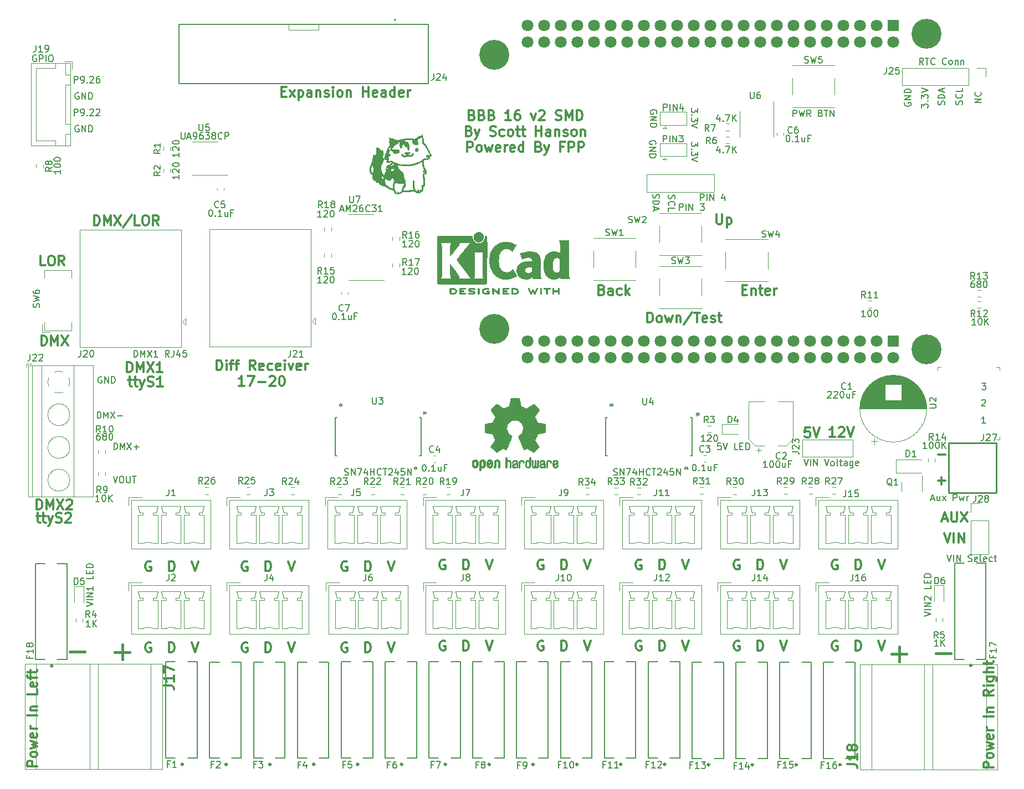
<source format=gbr>
G04 #@! TF.GenerationSoftware,KiCad,Pcbnew,(6.0.5)*
G04 #@! TF.CreationDate,2022-06-02T00:51:25-04:00*
G04 #@! TF.ProjectId,BBB_16,4242425f-3136-42e6-9b69-6361645f7063,v2*
G04 #@! TF.SameCoordinates,Original*
G04 #@! TF.FileFunction,Legend,Top*
G04 #@! TF.FilePolarity,Positive*
%FSLAX46Y46*%
G04 Gerber Fmt 4.6, Leading zero omitted, Abs format (unit mm)*
G04 Created by KiCad (PCBNEW (6.0.5)) date 2022-06-02 00:51:25*
%MOMM*%
%LPD*%
G01*
G04 APERTURE LIST*
%ADD10C,0.300000*%
%ADD11C,0.127000*%
%ADD12C,0.150000*%
%ADD13C,0.400000*%
%ADD14C,0.120000*%
%ADD15C,0.152400*%
%ADD16C,0.200000*%
%ADD17C,0.100000*%
%ADD18C,0.254000*%
%ADD19C,0.010000*%
%ADD20R,1.800000X1.800000*%
%ADD21C,1.800000*%
%ADD22C,4.572000*%
G04 APERTURE END LIST*
D10*
X104278857Y-134078000D02*
X104136000Y-134006571D01*
X103921714Y-134006571D01*
X103707428Y-134078000D01*
X103564571Y-134220857D01*
X103493142Y-134363714D01*
X103421714Y-134649428D01*
X103421714Y-134863714D01*
X103493142Y-135149428D01*
X103564571Y-135292285D01*
X103707428Y-135435142D01*
X103921714Y-135506571D01*
X104064571Y-135506571D01*
X104278857Y-135435142D01*
X104350285Y-135363714D01*
X104350285Y-134863714D01*
X104064571Y-134863714D01*
X122289142Y-135506571D02*
X122289142Y-134006571D01*
X122646285Y-134006571D01*
X122860571Y-134078000D01*
X123003428Y-134220857D01*
X123074857Y-134363714D01*
X123146285Y-134649428D01*
X123146285Y-134863714D01*
X123074857Y-135149428D01*
X123003428Y-135292285D01*
X122860571Y-135435142D01*
X122646285Y-135506571D01*
X122289142Y-135506571D01*
X170696000Y-133752571D02*
X171196000Y-135252571D01*
X171696000Y-133752571D01*
X167247142Y-135252571D02*
X167247142Y-133752571D01*
X167604285Y-133752571D01*
X167818571Y-133824000D01*
X167961428Y-133966857D01*
X168032857Y-134109714D01*
X168104285Y-134395428D01*
X168104285Y-134609714D01*
X168032857Y-134895428D01*
X167961428Y-135038285D01*
X167818571Y-135181142D01*
X167604285Y-135252571D01*
X167247142Y-135252571D01*
X185682000Y-133752571D02*
X186182000Y-135252571D01*
X186682000Y-133752571D01*
X119518857Y-134078000D02*
X119376000Y-134006571D01*
X119161714Y-134006571D01*
X118947428Y-134078000D01*
X118804571Y-134220857D01*
X118733142Y-134363714D01*
X118661714Y-134649428D01*
X118661714Y-134863714D01*
X118733142Y-135149428D01*
X118804571Y-135292285D01*
X118947428Y-135435142D01*
X119161714Y-135506571D01*
X119304571Y-135506571D01*
X119518857Y-135435142D01*
X119590285Y-135363714D01*
X119590285Y-134863714D01*
X119304571Y-134863714D01*
X179462857Y-133824000D02*
X179320000Y-133752571D01*
X179105714Y-133752571D01*
X178891428Y-133824000D01*
X178748571Y-133966857D01*
X178677142Y-134109714D01*
X178605714Y-134395428D01*
X178605714Y-134609714D01*
X178677142Y-134895428D01*
X178748571Y-135038285D01*
X178891428Y-135181142D01*
X179105714Y-135252571D01*
X179248571Y-135252571D01*
X179462857Y-135181142D01*
X179534285Y-135109714D01*
X179534285Y-134609714D01*
X179248571Y-134609714D01*
X200668000Y-133752571D02*
X201168000Y-135252571D01*
X201668000Y-133752571D01*
X197219142Y-135252571D02*
X197219142Y-133752571D01*
X197576285Y-133752571D01*
X197790571Y-133824000D01*
X197933428Y-133966857D01*
X198004857Y-134109714D01*
X198076285Y-134395428D01*
X198076285Y-134609714D01*
X198004857Y-134895428D01*
X197933428Y-135038285D01*
X197790571Y-135181142D01*
X197576285Y-135252571D01*
X197219142Y-135252571D01*
X194448857Y-133824000D02*
X194306000Y-133752571D01*
X194091714Y-133752571D01*
X193877428Y-133824000D01*
X193734571Y-133966857D01*
X193663142Y-134109714D01*
X193591714Y-134395428D01*
X193591714Y-134609714D01*
X193663142Y-134895428D01*
X193734571Y-135038285D01*
X193877428Y-135181142D01*
X194091714Y-135252571D01*
X194234571Y-135252571D01*
X194448857Y-135181142D01*
X194520285Y-135109714D01*
X194520285Y-134609714D01*
X194234571Y-134609714D01*
X137275142Y-135252571D02*
X137275142Y-133752571D01*
X137632285Y-133752571D01*
X137846571Y-133824000D01*
X137989428Y-133966857D01*
X138060857Y-134109714D01*
X138132285Y-134395428D01*
X138132285Y-134609714D01*
X138060857Y-134895428D01*
X137989428Y-135038285D01*
X137846571Y-135181142D01*
X137632285Y-135252571D01*
X137275142Y-135252571D01*
X107049142Y-135506571D02*
X107049142Y-134006571D01*
X107406285Y-134006571D01*
X107620571Y-134078000D01*
X107763428Y-134220857D01*
X107834857Y-134363714D01*
X107906285Y-134649428D01*
X107906285Y-134863714D01*
X107834857Y-135149428D01*
X107763428Y-135292285D01*
X107620571Y-135435142D01*
X107406285Y-135506571D01*
X107049142Y-135506571D01*
X182233142Y-135252571D02*
X182233142Y-133752571D01*
X182590285Y-133752571D01*
X182804571Y-133824000D01*
X182947428Y-133966857D01*
X183018857Y-134109714D01*
X183090285Y-134395428D01*
X183090285Y-134609714D01*
X183018857Y-134895428D01*
X182947428Y-135038285D01*
X182804571Y-135181142D01*
X182590285Y-135252571D01*
X182233142Y-135252571D01*
X95766000Y-134006571D02*
X96266000Y-135506571D01*
X96766000Y-134006571D01*
X155710000Y-133752571D02*
X156210000Y-135252571D01*
X156710000Y-133752571D01*
X149490857Y-133824000D02*
X149348000Y-133752571D01*
X149133714Y-133752571D01*
X148919428Y-133824000D01*
X148776571Y-133966857D01*
X148705142Y-134109714D01*
X148633714Y-134395428D01*
X148633714Y-134609714D01*
X148705142Y-134895428D01*
X148776571Y-135038285D01*
X148919428Y-135181142D01*
X149133714Y-135252571D01*
X149276571Y-135252571D01*
X149490857Y-135181142D01*
X149562285Y-135109714D01*
X149562285Y-134609714D01*
X149276571Y-134609714D01*
X134504857Y-133824000D02*
X134362000Y-133752571D01*
X134147714Y-133752571D01*
X133933428Y-133824000D01*
X133790571Y-133966857D01*
X133719142Y-134109714D01*
X133647714Y-134395428D01*
X133647714Y-134609714D01*
X133719142Y-134895428D01*
X133790571Y-135038285D01*
X133933428Y-135181142D01*
X134147714Y-135252571D01*
X134290571Y-135252571D01*
X134504857Y-135181142D01*
X134576285Y-135109714D01*
X134576285Y-134609714D01*
X134290571Y-134609714D01*
X110498000Y-134006571D02*
X110998000Y-135506571D01*
X111498000Y-134006571D01*
X89546857Y-134078000D02*
X89404000Y-134006571D01*
X89189714Y-134006571D01*
X88975428Y-134078000D01*
X88832571Y-134220857D01*
X88761142Y-134363714D01*
X88689714Y-134649428D01*
X88689714Y-134863714D01*
X88761142Y-135149428D01*
X88832571Y-135292285D01*
X88975428Y-135435142D01*
X89189714Y-135506571D01*
X89332571Y-135506571D01*
X89546857Y-135435142D01*
X89618285Y-135363714D01*
X89618285Y-134863714D01*
X89332571Y-134863714D01*
X92317142Y-135506571D02*
X92317142Y-134006571D01*
X92674285Y-134006571D01*
X92888571Y-134078000D01*
X93031428Y-134220857D01*
X93102857Y-134363714D01*
X93174285Y-134649428D01*
X93174285Y-134863714D01*
X93102857Y-135149428D01*
X93031428Y-135292285D01*
X92888571Y-135435142D01*
X92674285Y-135506571D01*
X92317142Y-135506571D01*
X140724000Y-133752571D02*
X141224000Y-135252571D01*
X141724000Y-133752571D01*
X125738000Y-134006571D02*
X126238000Y-135506571D01*
X126738000Y-134006571D01*
X152261142Y-135252571D02*
X152261142Y-133752571D01*
X152618285Y-133752571D01*
X152832571Y-133824000D01*
X152975428Y-133966857D01*
X153046857Y-134109714D01*
X153118285Y-134395428D01*
X153118285Y-134609714D01*
X153046857Y-134895428D01*
X152975428Y-135038285D01*
X152832571Y-135181142D01*
X152618285Y-135252571D01*
X152261142Y-135252571D01*
X164476857Y-133824000D02*
X164334000Y-133752571D01*
X164119714Y-133752571D01*
X163905428Y-133824000D01*
X163762571Y-133966857D01*
X163691142Y-134109714D01*
X163619714Y-134395428D01*
X163619714Y-134609714D01*
X163691142Y-134895428D01*
X163762571Y-135038285D01*
X163905428Y-135181142D01*
X164119714Y-135252571D01*
X164262571Y-135252571D01*
X164476857Y-135181142D01*
X164548285Y-135109714D01*
X164548285Y-134609714D01*
X164262571Y-134609714D01*
X92317142Y-123106571D02*
X92317142Y-121606571D01*
X92674285Y-121606571D01*
X92888571Y-121678000D01*
X93031428Y-121820857D01*
X93102857Y-121963714D01*
X93174285Y-122249428D01*
X93174285Y-122463714D01*
X93102857Y-122749428D01*
X93031428Y-122892285D01*
X92888571Y-123035142D01*
X92674285Y-123106571D01*
X92317142Y-123106571D01*
X89546857Y-121678000D02*
X89404000Y-121606571D01*
X89189714Y-121606571D01*
X88975428Y-121678000D01*
X88832571Y-121820857D01*
X88761142Y-121963714D01*
X88689714Y-122249428D01*
X88689714Y-122463714D01*
X88761142Y-122749428D01*
X88832571Y-122892285D01*
X88975428Y-123035142D01*
X89189714Y-123106571D01*
X89332571Y-123106571D01*
X89546857Y-123035142D01*
X89618285Y-122963714D01*
X89618285Y-122463714D01*
X89332571Y-122463714D01*
X95766000Y-121606571D02*
X96266000Y-123106571D01*
X96766000Y-121606571D01*
D11*
X81356557Y-99747928D02*
X81356557Y-98757328D01*
X81592414Y-98757328D01*
X81733928Y-98804500D01*
X81828271Y-98898842D01*
X81875442Y-98993185D01*
X81922614Y-99181871D01*
X81922614Y-99323385D01*
X81875442Y-99512071D01*
X81828271Y-99606414D01*
X81733928Y-99700757D01*
X81592414Y-99747928D01*
X81356557Y-99747928D01*
X82347157Y-99747928D02*
X82347157Y-98757328D01*
X82677357Y-99464900D01*
X83007557Y-98757328D01*
X83007557Y-99747928D01*
X83384928Y-98757328D02*
X84045328Y-99747928D01*
X84045328Y-98757328D02*
X83384928Y-99747928D01*
X84422700Y-99370557D02*
X85177442Y-99370557D01*
X82012257Y-93404500D02*
X81917914Y-93357328D01*
X81776400Y-93357328D01*
X81634885Y-93404500D01*
X81540542Y-93498842D01*
X81493371Y-93593185D01*
X81446200Y-93781871D01*
X81446200Y-93923385D01*
X81493371Y-94112071D01*
X81540542Y-94206414D01*
X81634885Y-94300757D01*
X81776400Y-94347928D01*
X81870742Y-94347928D01*
X82012257Y-94300757D01*
X82059428Y-94253585D01*
X82059428Y-93923385D01*
X81870742Y-93923385D01*
X82483971Y-94347928D02*
X82483971Y-93357328D01*
X83050028Y-94347928D01*
X83050028Y-93357328D01*
X83521742Y-94347928D02*
X83521742Y-93357328D01*
X83757600Y-93357328D01*
X83899114Y-93404500D01*
X83993457Y-93498842D01*
X84040628Y-93593185D01*
X84087800Y-93781871D01*
X84087800Y-93923385D01*
X84040628Y-94112071D01*
X83993457Y-94206414D01*
X83899114Y-94300757D01*
X83757600Y-94347928D01*
X83521742Y-94347928D01*
D10*
X138624142Y-53377657D02*
X138838428Y-53449085D01*
X138909857Y-53520514D01*
X138981285Y-53663371D01*
X138981285Y-53877657D01*
X138909857Y-54020514D01*
X138838428Y-54091942D01*
X138695571Y-54163371D01*
X138124142Y-54163371D01*
X138124142Y-52663371D01*
X138624142Y-52663371D01*
X138767000Y-52734800D01*
X138838428Y-52806228D01*
X138909857Y-52949085D01*
X138909857Y-53091942D01*
X138838428Y-53234800D01*
X138767000Y-53306228D01*
X138624142Y-53377657D01*
X138124142Y-53377657D01*
X140124142Y-53377657D02*
X140338428Y-53449085D01*
X140409857Y-53520514D01*
X140481285Y-53663371D01*
X140481285Y-53877657D01*
X140409857Y-54020514D01*
X140338428Y-54091942D01*
X140195571Y-54163371D01*
X139624142Y-54163371D01*
X139624142Y-52663371D01*
X140124142Y-52663371D01*
X140267000Y-52734800D01*
X140338428Y-52806228D01*
X140409857Y-52949085D01*
X140409857Y-53091942D01*
X140338428Y-53234800D01*
X140267000Y-53306228D01*
X140124142Y-53377657D01*
X139624142Y-53377657D01*
X141624142Y-53377657D02*
X141838428Y-53449085D01*
X141909857Y-53520514D01*
X141981285Y-53663371D01*
X141981285Y-53877657D01*
X141909857Y-54020514D01*
X141838428Y-54091942D01*
X141695571Y-54163371D01*
X141124142Y-54163371D01*
X141124142Y-52663371D01*
X141624142Y-52663371D01*
X141767000Y-52734800D01*
X141838428Y-52806228D01*
X141909857Y-52949085D01*
X141909857Y-53091942D01*
X141838428Y-53234800D01*
X141767000Y-53306228D01*
X141624142Y-53377657D01*
X141124142Y-53377657D01*
X144552714Y-54163371D02*
X143695571Y-54163371D01*
X144124142Y-54163371D02*
X144124142Y-52663371D01*
X143981285Y-52877657D01*
X143838428Y-53020514D01*
X143695571Y-53091942D01*
X145838428Y-52663371D02*
X145552714Y-52663371D01*
X145409857Y-52734800D01*
X145338428Y-52806228D01*
X145195571Y-53020514D01*
X145124142Y-53306228D01*
X145124142Y-53877657D01*
X145195571Y-54020514D01*
X145267000Y-54091942D01*
X145409857Y-54163371D01*
X145695571Y-54163371D01*
X145838428Y-54091942D01*
X145909857Y-54020514D01*
X145981285Y-53877657D01*
X145981285Y-53520514D01*
X145909857Y-53377657D01*
X145838428Y-53306228D01*
X145695571Y-53234800D01*
X145409857Y-53234800D01*
X145267000Y-53306228D01*
X145195571Y-53377657D01*
X145124142Y-53520514D01*
X147624142Y-53163371D02*
X147981285Y-54163371D01*
X148338428Y-53163371D01*
X148838428Y-52806228D02*
X148909857Y-52734800D01*
X149052714Y-52663371D01*
X149409857Y-52663371D01*
X149552714Y-52734800D01*
X149624142Y-52806228D01*
X149695571Y-52949085D01*
X149695571Y-53091942D01*
X149624142Y-53306228D01*
X148767000Y-54163371D01*
X149695571Y-54163371D01*
X151409857Y-54091942D02*
X151624142Y-54163371D01*
X151981285Y-54163371D01*
X152124142Y-54091942D01*
X152195571Y-54020514D01*
X152267000Y-53877657D01*
X152267000Y-53734800D01*
X152195571Y-53591942D01*
X152124142Y-53520514D01*
X151981285Y-53449085D01*
X151695571Y-53377657D01*
X151552714Y-53306228D01*
X151481285Y-53234800D01*
X151409857Y-53091942D01*
X151409857Y-52949085D01*
X151481285Y-52806228D01*
X151552714Y-52734800D01*
X151695571Y-52663371D01*
X152052714Y-52663371D01*
X152267000Y-52734800D01*
X152909857Y-54163371D02*
X152909857Y-52663371D01*
X153409857Y-53734800D01*
X153909857Y-52663371D01*
X153909857Y-54163371D01*
X154624142Y-54163371D02*
X154624142Y-52663371D01*
X154981285Y-52663371D01*
X155195571Y-52734800D01*
X155338428Y-52877657D01*
X155409857Y-53020514D01*
X155481285Y-53306228D01*
X155481285Y-53520514D01*
X155409857Y-53806228D01*
X155338428Y-53949085D01*
X155195571Y-54091942D01*
X154981285Y-54163371D01*
X154624142Y-54163371D01*
X138159857Y-55792657D02*
X138374142Y-55864085D01*
X138445571Y-55935514D01*
X138517000Y-56078371D01*
X138517000Y-56292657D01*
X138445571Y-56435514D01*
X138374142Y-56506942D01*
X138231285Y-56578371D01*
X137659857Y-56578371D01*
X137659857Y-55078371D01*
X138159857Y-55078371D01*
X138302714Y-55149800D01*
X138374142Y-55221228D01*
X138445571Y-55364085D01*
X138445571Y-55506942D01*
X138374142Y-55649800D01*
X138302714Y-55721228D01*
X138159857Y-55792657D01*
X137659857Y-55792657D01*
X139017000Y-55578371D02*
X139374142Y-56578371D01*
X139731285Y-55578371D02*
X139374142Y-56578371D01*
X139231285Y-56935514D01*
X139159857Y-57006942D01*
X139017000Y-57078371D01*
X141374142Y-56506942D02*
X141588428Y-56578371D01*
X141945571Y-56578371D01*
X142088428Y-56506942D01*
X142159857Y-56435514D01*
X142231285Y-56292657D01*
X142231285Y-56149800D01*
X142159857Y-56006942D01*
X142088428Y-55935514D01*
X141945571Y-55864085D01*
X141659857Y-55792657D01*
X141517000Y-55721228D01*
X141445571Y-55649800D01*
X141374142Y-55506942D01*
X141374142Y-55364085D01*
X141445571Y-55221228D01*
X141517000Y-55149800D01*
X141659857Y-55078371D01*
X142017000Y-55078371D01*
X142231285Y-55149800D01*
X143517000Y-56506942D02*
X143374142Y-56578371D01*
X143088428Y-56578371D01*
X142945571Y-56506942D01*
X142874142Y-56435514D01*
X142802714Y-56292657D01*
X142802714Y-55864085D01*
X142874142Y-55721228D01*
X142945571Y-55649800D01*
X143088428Y-55578371D01*
X143374142Y-55578371D01*
X143517000Y-55649800D01*
X144374142Y-56578371D02*
X144231285Y-56506942D01*
X144159857Y-56435514D01*
X144088428Y-56292657D01*
X144088428Y-55864085D01*
X144159857Y-55721228D01*
X144231285Y-55649800D01*
X144374142Y-55578371D01*
X144588428Y-55578371D01*
X144731285Y-55649800D01*
X144802714Y-55721228D01*
X144874142Y-55864085D01*
X144874142Y-56292657D01*
X144802714Y-56435514D01*
X144731285Y-56506942D01*
X144588428Y-56578371D01*
X144374142Y-56578371D01*
X145302714Y-55578371D02*
X145874142Y-55578371D01*
X145517000Y-55078371D02*
X145517000Y-56364085D01*
X145588428Y-56506942D01*
X145731285Y-56578371D01*
X145874142Y-56578371D01*
X146159857Y-55578371D02*
X146731285Y-55578371D01*
X146374142Y-55078371D02*
X146374142Y-56364085D01*
X146445571Y-56506942D01*
X146588428Y-56578371D01*
X146731285Y-56578371D01*
X148374142Y-56578371D02*
X148374142Y-55078371D01*
X148374142Y-55792657D02*
X149231285Y-55792657D01*
X149231285Y-56578371D02*
X149231285Y-55078371D01*
X150588428Y-56578371D02*
X150588428Y-55792657D01*
X150517000Y-55649800D01*
X150374142Y-55578371D01*
X150088428Y-55578371D01*
X149945571Y-55649800D01*
X150588428Y-56506942D02*
X150445571Y-56578371D01*
X150088428Y-56578371D01*
X149945571Y-56506942D01*
X149874142Y-56364085D01*
X149874142Y-56221228D01*
X149945571Y-56078371D01*
X150088428Y-56006942D01*
X150445571Y-56006942D01*
X150588428Y-55935514D01*
X151302714Y-55578371D02*
X151302714Y-56578371D01*
X151302714Y-55721228D02*
X151374142Y-55649800D01*
X151517000Y-55578371D01*
X151731285Y-55578371D01*
X151874142Y-55649800D01*
X151945571Y-55792657D01*
X151945571Y-56578371D01*
X152588428Y-56506942D02*
X152731285Y-56578371D01*
X153017000Y-56578371D01*
X153159857Y-56506942D01*
X153231285Y-56364085D01*
X153231285Y-56292657D01*
X153159857Y-56149800D01*
X153017000Y-56078371D01*
X152802714Y-56078371D01*
X152659857Y-56006942D01*
X152588428Y-55864085D01*
X152588428Y-55792657D01*
X152659857Y-55649800D01*
X152802714Y-55578371D01*
X153017000Y-55578371D01*
X153159857Y-55649800D01*
X154088428Y-56578371D02*
X153945571Y-56506942D01*
X153874142Y-56435514D01*
X153802714Y-56292657D01*
X153802714Y-55864085D01*
X153874142Y-55721228D01*
X153945571Y-55649800D01*
X154088428Y-55578371D01*
X154302714Y-55578371D01*
X154445571Y-55649800D01*
X154517000Y-55721228D01*
X154588428Y-55864085D01*
X154588428Y-56292657D01*
X154517000Y-56435514D01*
X154445571Y-56506942D01*
X154302714Y-56578371D01*
X154088428Y-56578371D01*
X155231285Y-55578371D02*
X155231285Y-56578371D01*
X155231285Y-55721228D02*
X155302714Y-55649800D01*
X155445571Y-55578371D01*
X155659857Y-55578371D01*
X155802714Y-55649800D01*
X155874142Y-55792657D01*
X155874142Y-56578371D01*
X137874142Y-58993371D02*
X137874142Y-57493371D01*
X138445571Y-57493371D01*
X138588428Y-57564800D01*
X138659857Y-57636228D01*
X138731285Y-57779085D01*
X138731285Y-57993371D01*
X138659857Y-58136228D01*
X138588428Y-58207657D01*
X138445571Y-58279085D01*
X137874142Y-58279085D01*
X139588428Y-58993371D02*
X139445571Y-58921942D01*
X139374142Y-58850514D01*
X139302714Y-58707657D01*
X139302714Y-58279085D01*
X139374142Y-58136228D01*
X139445571Y-58064800D01*
X139588428Y-57993371D01*
X139802714Y-57993371D01*
X139945571Y-58064800D01*
X140017000Y-58136228D01*
X140088428Y-58279085D01*
X140088428Y-58707657D01*
X140017000Y-58850514D01*
X139945571Y-58921942D01*
X139802714Y-58993371D01*
X139588428Y-58993371D01*
X140588428Y-57993371D02*
X140874142Y-58993371D01*
X141159857Y-58279085D01*
X141445571Y-58993371D01*
X141731285Y-57993371D01*
X142874142Y-58921942D02*
X142731285Y-58993371D01*
X142445571Y-58993371D01*
X142302714Y-58921942D01*
X142231285Y-58779085D01*
X142231285Y-58207657D01*
X142302714Y-58064800D01*
X142445571Y-57993371D01*
X142731285Y-57993371D01*
X142874142Y-58064800D01*
X142945571Y-58207657D01*
X142945571Y-58350514D01*
X142231285Y-58493371D01*
X143588428Y-58993371D02*
X143588428Y-57993371D01*
X143588428Y-58279085D02*
X143659857Y-58136228D01*
X143731285Y-58064800D01*
X143874142Y-57993371D01*
X144017000Y-57993371D01*
X145088428Y-58921942D02*
X144945571Y-58993371D01*
X144659857Y-58993371D01*
X144517000Y-58921942D01*
X144445571Y-58779085D01*
X144445571Y-58207657D01*
X144517000Y-58064800D01*
X144659857Y-57993371D01*
X144945571Y-57993371D01*
X145088428Y-58064800D01*
X145159857Y-58207657D01*
X145159857Y-58350514D01*
X144445571Y-58493371D01*
X146445571Y-58993371D02*
X146445571Y-57493371D01*
X146445571Y-58921942D02*
X146302714Y-58993371D01*
X146017000Y-58993371D01*
X145874142Y-58921942D01*
X145802714Y-58850514D01*
X145731285Y-58707657D01*
X145731285Y-58279085D01*
X145802714Y-58136228D01*
X145874142Y-58064800D01*
X146017000Y-57993371D01*
X146302714Y-57993371D01*
X146445571Y-58064800D01*
X148802714Y-58207657D02*
X149017000Y-58279085D01*
X149088428Y-58350514D01*
X149159857Y-58493371D01*
X149159857Y-58707657D01*
X149088428Y-58850514D01*
X149017000Y-58921942D01*
X148874142Y-58993371D01*
X148302714Y-58993371D01*
X148302714Y-57493371D01*
X148802714Y-57493371D01*
X148945571Y-57564800D01*
X149017000Y-57636228D01*
X149088428Y-57779085D01*
X149088428Y-57921942D01*
X149017000Y-58064800D01*
X148945571Y-58136228D01*
X148802714Y-58207657D01*
X148302714Y-58207657D01*
X149659857Y-57993371D02*
X150017000Y-58993371D01*
X150374142Y-57993371D02*
X150017000Y-58993371D01*
X149874142Y-59350514D01*
X149802714Y-59421942D01*
X149659857Y-59493371D01*
X152588428Y-58207657D02*
X152088428Y-58207657D01*
X152088428Y-58993371D02*
X152088428Y-57493371D01*
X152802714Y-57493371D01*
X153374142Y-58993371D02*
X153374142Y-57493371D01*
X153945571Y-57493371D01*
X154088428Y-57564800D01*
X154159857Y-57636228D01*
X154231285Y-57779085D01*
X154231285Y-57993371D01*
X154159857Y-58136228D01*
X154088428Y-58207657D01*
X153945571Y-58279085D01*
X153374142Y-58279085D01*
X154874142Y-58993371D02*
X154874142Y-57493371D01*
X155445571Y-57493371D01*
X155588428Y-57564800D01*
X155659857Y-57636228D01*
X155731285Y-57779085D01*
X155731285Y-57993371D01*
X155659857Y-58136228D01*
X155588428Y-58207657D01*
X155445571Y-58279085D01*
X154874142Y-58279085D01*
D12*
X173114619Y-57523609D02*
X173114619Y-58142657D01*
X172733666Y-57809323D01*
X172733666Y-57952180D01*
X172686047Y-58047419D01*
X172638428Y-58095038D01*
X172543190Y-58142657D01*
X172305095Y-58142657D01*
X172209857Y-58095038D01*
X172162238Y-58047419D01*
X172114619Y-57952180D01*
X172114619Y-57666466D01*
X172162238Y-57571228D01*
X172209857Y-57523609D01*
X172209857Y-58571228D02*
X172162238Y-58618847D01*
X172114619Y-58571228D01*
X172162238Y-58523609D01*
X172209857Y-58571228D01*
X172114619Y-58571228D01*
X173114619Y-58952180D02*
X173114619Y-59571228D01*
X172733666Y-59237895D01*
X172733666Y-59380752D01*
X172686047Y-59475990D01*
X172638428Y-59523609D01*
X172543190Y-59571228D01*
X172305095Y-59571228D01*
X172209857Y-59523609D01*
X172162238Y-59475990D01*
X172114619Y-59380752D01*
X172114619Y-59095038D01*
X172162238Y-58999800D01*
X172209857Y-58952180D01*
X173114619Y-59856942D02*
X172114619Y-60190276D01*
X173114619Y-60523609D01*
X168662238Y-65609323D02*
X168614619Y-65752180D01*
X168614619Y-65990276D01*
X168662238Y-66085514D01*
X168709857Y-66133133D01*
X168805095Y-66180752D01*
X168900333Y-66180752D01*
X168995571Y-66133133D01*
X169043190Y-66085514D01*
X169090809Y-65990276D01*
X169138428Y-65799800D01*
X169186047Y-65704561D01*
X169233666Y-65656942D01*
X169328904Y-65609323D01*
X169424142Y-65609323D01*
X169519380Y-65656942D01*
X169567000Y-65704561D01*
X169614619Y-65799800D01*
X169614619Y-66037895D01*
X169567000Y-66180752D01*
X168709857Y-67180752D02*
X168662238Y-67133133D01*
X168614619Y-66990276D01*
X168614619Y-66895038D01*
X168662238Y-66752180D01*
X168757476Y-66656942D01*
X168852714Y-66609323D01*
X169043190Y-66561704D01*
X169186047Y-66561704D01*
X169376523Y-66609323D01*
X169471761Y-66656942D01*
X169567000Y-66752180D01*
X169614619Y-66895038D01*
X169614619Y-66990276D01*
X169567000Y-67133133D01*
X169519380Y-67180752D01*
X168614619Y-68085514D02*
X168614619Y-67609323D01*
X169614619Y-67609323D01*
D13*
X202724142Y-135814085D02*
X205009857Y-135814085D01*
X203867000Y-136956942D02*
X203867000Y-134671228D01*
D12*
X166262238Y-65485514D02*
X166214619Y-65628371D01*
X166214619Y-65866466D01*
X166262238Y-65961704D01*
X166309857Y-66009323D01*
X166405095Y-66056942D01*
X166500333Y-66056942D01*
X166595571Y-66009323D01*
X166643190Y-65961704D01*
X166690809Y-65866466D01*
X166738428Y-65675990D01*
X166786047Y-65580752D01*
X166833666Y-65533133D01*
X166928904Y-65485514D01*
X167024142Y-65485514D01*
X167119380Y-65533133D01*
X167167000Y-65580752D01*
X167214619Y-65675990D01*
X167214619Y-65914085D01*
X167167000Y-66056942D01*
X166214619Y-66485514D02*
X167214619Y-66485514D01*
X167214619Y-66723609D01*
X167167000Y-66866466D01*
X167071761Y-66961704D01*
X166976523Y-67009323D01*
X166786047Y-67056942D01*
X166643190Y-67056942D01*
X166452714Y-67009323D01*
X166357476Y-66961704D01*
X166262238Y-66866466D01*
X166214619Y-66723609D01*
X166214619Y-66485514D01*
X166500333Y-67437895D02*
X166500333Y-67914085D01*
X166214619Y-67342657D02*
X167214619Y-67675990D01*
X166214619Y-68009323D01*
X166798400Y-53137895D02*
X166846019Y-53042657D01*
X166846019Y-52899800D01*
X166798400Y-52756942D01*
X166703161Y-52661704D01*
X166607923Y-52614085D01*
X166417447Y-52566466D01*
X166274590Y-52566466D01*
X166084114Y-52614085D01*
X165988876Y-52661704D01*
X165893638Y-52756942D01*
X165846019Y-52899800D01*
X165846019Y-52995038D01*
X165893638Y-53137895D01*
X165941257Y-53185514D01*
X166274590Y-53185514D01*
X166274590Y-52995038D01*
X165846019Y-53614085D02*
X166846019Y-53614085D01*
X165846019Y-54185514D01*
X166846019Y-54185514D01*
X165846019Y-54661704D02*
X166846019Y-54661704D01*
X166846019Y-54899800D01*
X166798400Y-55042657D01*
X166703161Y-55137895D01*
X166607923Y-55185514D01*
X166417447Y-55233133D01*
X166274590Y-55233133D01*
X166084114Y-55185514D01*
X165988876Y-55137895D01*
X165893638Y-55042657D01*
X165846019Y-54899800D01*
X165846019Y-54661704D01*
D10*
X85888428Y-92678371D02*
X85888428Y-91178371D01*
X86245571Y-91178371D01*
X86459857Y-91249800D01*
X86602714Y-91392657D01*
X86674142Y-91535514D01*
X86745571Y-91821228D01*
X86745571Y-92035514D01*
X86674142Y-92321228D01*
X86602714Y-92464085D01*
X86459857Y-92606942D01*
X86245571Y-92678371D01*
X85888428Y-92678371D01*
X87388428Y-92678371D02*
X87388428Y-91178371D01*
X87888428Y-92249800D01*
X88388428Y-91178371D01*
X88388428Y-92678371D01*
X88959857Y-91178371D02*
X89959857Y-92678371D01*
X89959857Y-91178371D02*
X88959857Y-92678371D01*
X91317000Y-92678371D02*
X90459857Y-92678371D01*
X90888428Y-92678371D02*
X90888428Y-91178371D01*
X90745571Y-91392657D01*
X90602714Y-91535514D01*
X90459857Y-91606942D01*
X80874142Y-70215951D02*
X80874142Y-68715951D01*
X81231285Y-68715951D01*
X81445571Y-68787380D01*
X81588428Y-68930237D01*
X81659857Y-69073094D01*
X81731285Y-69358808D01*
X81731285Y-69573094D01*
X81659857Y-69858808D01*
X81588428Y-70001665D01*
X81445571Y-70144522D01*
X81231285Y-70215951D01*
X80874142Y-70215951D01*
X82374142Y-70215951D02*
X82374142Y-68715951D01*
X82874142Y-69787380D01*
X83374142Y-68715951D01*
X83374142Y-70215951D01*
X83945571Y-68715951D02*
X84945571Y-70215951D01*
X84945571Y-68715951D02*
X83945571Y-70215951D01*
X86588428Y-68644522D02*
X85302714Y-70573094D01*
X87802714Y-70215951D02*
X87088428Y-70215951D01*
X87088428Y-68715951D01*
X88588428Y-68715951D02*
X88874142Y-68715951D01*
X89017000Y-68787380D01*
X89159857Y-68930237D01*
X89231285Y-69215951D01*
X89231285Y-69715951D01*
X89159857Y-70001665D01*
X89017000Y-70144522D01*
X88874142Y-70215951D01*
X88588428Y-70215951D01*
X88445571Y-70144522D01*
X88302714Y-70001665D01*
X88231285Y-69715951D01*
X88231285Y-69215951D01*
X88302714Y-68930237D01*
X88445571Y-68787380D01*
X88588428Y-68715951D01*
X90731285Y-70215951D02*
X90231285Y-69501665D01*
X89874142Y-70215951D02*
X89874142Y-68715951D01*
X90445571Y-68715951D01*
X90588428Y-68787380D01*
X90659857Y-68858808D01*
X90731285Y-69001665D01*
X90731285Y-69215951D01*
X90659857Y-69358808D01*
X90588428Y-69430237D01*
X90445571Y-69501665D01*
X89874142Y-69501665D01*
X73395571Y-76378371D02*
X72681285Y-76378371D01*
X72681285Y-74878371D01*
X74181285Y-74878371D02*
X74467000Y-74878371D01*
X74609857Y-74949800D01*
X74752714Y-75092657D01*
X74824142Y-75378371D01*
X74824142Y-75878371D01*
X74752714Y-76164085D01*
X74609857Y-76306942D01*
X74467000Y-76378371D01*
X74181285Y-76378371D01*
X74038428Y-76306942D01*
X73895571Y-76164085D01*
X73824142Y-75878371D01*
X73824142Y-75378371D01*
X73895571Y-75092657D01*
X74038428Y-74949800D01*
X74181285Y-74878371D01*
X76324142Y-76378371D02*
X75824142Y-75664085D01*
X75467000Y-76378371D02*
X75467000Y-74878371D01*
X76038428Y-74878371D01*
X76181285Y-74949800D01*
X76252714Y-75021228D01*
X76324142Y-75164085D01*
X76324142Y-75378371D01*
X76252714Y-75521228D01*
X76181285Y-75592657D01*
X76038428Y-75664085D01*
X75467000Y-75664085D01*
X72802714Y-88578371D02*
X72802714Y-87078371D01*
X73159857Y-87078371D01*
X73374142Y-87149800D01*
X73517000Y-87292657D01*
X73588428Y-87435514D01*
X73659857Y-87721228D01*
X73659857Y-87935514D01*
X73588428Y-88221228D01*
X73517000Y-88364085D01*
X73374142Y-88506942D01*
X73159857Y-88578371D01*
X72802714Y-88578371D01*
X74302714Y-88578371D02*
X74302714Y-87078371D01*
X74802714Y-88149800D01*
X75302714Y-87078371D01*
X75302714Y-88578371D01*
X75874142Y-87078371D02*
X76874142Y-88578371D01*
X76874142Y-87078371D02*
X75874142Y-88578371D01*
X175959857Y-68578371D02*
X175959857Y-69792657D01*
X176031285Y-69935514D01*
X176102714Y-70006942D01*
X176245571Y-70078371D01*
X176531285Y-70078371D01*
X176674142Y-70006942D01*
X176745571Y-69935514D01*
X176817000Y-69792657D01*
X176817000Y-68578371D01*
X177531285Y-69078371D02*
X177531285Y-70578371D01*
X177531285Y-69149800D02*
X177674142Y-69078371D01*
X177959857Y-69078371D01*
X178102714Y-69149800D01*
X178174142Y-69221228D01*
X178245571Y-69364085D01*
X178245571Y-69792657D01*
X178174142Y-69935514D01*
X178102714Y-70006942D01*
X177959857Y-70078371D01*
X177674142Y-70078371D01*
X177531285Y-70006942D01*
X165395571Y-85078371D02*
X165395571Y-83578371D01*
X165752714Y-83578371D01*
X165967000Y-83649800D01*
X166109857Y-83792657D01*
X166181285Y-83935514D01*
X166252714Y-84221228D01*
X166252714Y-84435514D01*
X166181285Y-84721228D01*
X166109857Y-84864085D01*
X165967000Y-85006942D01*
X165752714Y-85078371D01*
X165395571Y-85078371D01*
X167109857Y-85078371D02*
X166967000Y-85006942D01*
X166895571Y-84935514D01*
X166824142Y-84792657D01*
X166824142Y-84364085D01*
X166895571Y-84221228D01*
X166967000Y-84149800D01*
X167109857Y-84078371D01*
X167324142Y-84078371D01*
X167467000Y-84149800D01*
X167538428Y-84221228D01*
X167609857Y-84364085D01*
X167609857Y-84792657D01*
X167538428Y-84935514D01*
X167467000Y-85006942D01*
X167324142Y-85078371D01*
X167109857Y-85078371D01*
X168109857Y-84078371D02*
X168395571Y-85078371D01*
X168681285Y-84364085D01*
X168967000Y-85078371D01*
X169252714Y-84078371D01*
X169824142Y-84078371D02*
X169824142Y-85078371D01*
X169824142Y-84221228D02*
X169895571Y-84149800D01*
X170038428Y-84078371D01*
X170252714Y-84078371D01*
X170395571Y-84149800D01*
X170467000Y-84292657D01*
X170467000Y-85078371D01*
X172252714Y-83506942D02*
X170967000Y-85435514D01*
X172538428Y-83578371D02*
X173395571Y-83578371D01*
X172967000Y-85078371D02*
X172967000Y-83578371D01*
X174467000Y-85006942D02*
X174324142Y-85078371D01*
X174038428Y-85078371D01*
X173895571Y-85006942D01*
X173824142Y-84864085D01*
X173824142Y-84292657D01*
X173895571Y-84149800D01*
X174038428Y-84078371D01*
X174324142Y-84078371D01*
X174467000Y-84149800D01*
X174538428Y-84292657D01*
X174538428Y-84435514D01*
X173824142Y-84578371D01*
X175109857Y-85006942D02*
X175252714Y-85078371D01*
X175538428Y-85078371D01*
X175681285Y-85006942D01*
X175752714Y-84864085D01*
X175752714Y-84792657D01*
X175681285Y-84649800D01*
X175538428Y-84578371D01*
X175324142Y-84578371D01*
X175181285Y-84506942D01*
X175109857Y-84364085D01*
X175109857Y-84292657D01*
X175181285Y-84149800D01*
X175324142Y-84078371D01*
X175538428Y-84078371D01*
X175681285Y-84149800D01*
X176181285Y-84078371D02*
X176752714Y-84078371D01*
X176395571Y-83578371D02*
X176395571Y-84864085D01*
X176467000Y-85006942D01*
X176609857Y-85078371D01*
X176752714Y-85078371D01*
X86052714Y-93878371D02*
X86624142Y-93878371D01*
X86267000Y-93378371D02*
X86267000Y-94664085D01*
X86338428Y-94806942D01*
X86481285Y-94878371D01*
X86624142Y-94878371D01*
X86909857Y-93878371D02*
X87481285Y-93878371D01*
X87124142Y-93378371D02*
X87124142Y-94664085D01*
X87195571Y-94806942D01*
X87338428Y-94878371D01*
X87481285Y-94878371D01*
X87838428Y-93878371D02*
X88195571Y-94878371D01*
X88552714Y-93878371D02*
X88195571Y-94878371D01*
X88052714Y-95235514D01*
X87981285Y-95306942D01*
X87838428Y-95378371D01*
X89052714Y-94806942D02*
X89267000Y-94878371D01*
X89624142Y-94878371D01*
X89767000Y-94806942D01*
X89838428Y-94735514D01*
X89909857Y-94592657D01*
X89909857Y-94449800D01*
X89838428Y-94306942D01*
X89767000Y-94235514D01*
X89624142Y-94164085D01*
X89338428Y-94092657D01*
X89195571Y-94021228D01*
X89124142Y-93949800D01*
X89052714Y-93806942D01*
X89052714Y-93664085D01*
X89124142Y-93521228D01*
X89195571Y-93449800D01*
X89338428Y-93378371D01*
X89695571Y-93378371D01*
X89909857Y-93449800D01*
X91338428Y-94878371D02*
X90481285Y-94878371D01*
X90909857Y-94878371D02*
X90909857Y-93378371D01*
X90767000Y-93592657D01*
X90624142Y-93735514D01*
X90481285Y-93806942D01*
X72052714Y-114678371D02*
X72624142Y-114678371D01*
X72267000Y-114178371D02*
X72267000Y-115464085D01*
X72338428Y-115606942D01*
X72481285Y-115678371D01*
X72624142Y-115678371D01*
X72909857Y-114678371D02*
X73481285Y-114678371D01*
X73124142Y-114178371D02*
X73124142Y-115464085D01*
X73195571Y-115606942D01*
X73338428Y-115678371D01*
X73481285Y-115678371D01*
X73838428Y-114678371D02*
X74195571Y-115678371D01*
X74552714Y-114678371D02*
X74195571Y-115678371D01*
X74052714Y-116035514D01*
X73981285Y-116106942D01*
X73838428Y-116178371D01*
X75052714Y-115606942D02*
X75267000Y-115678371D01*
X75624142Y-115678371D01*
X75767000Y-115606942D01*
X75838428Y-115535514D01*
X75909857Y-115392657D01*
X75909857Y-115249800D01*
X75838428Y-115106942D01*
X75767000Y-115035514D01*
X75624142Y-114964085D01*
X75338428Y-114892657D01*
X75195571Y-114821228D01*
X75124142Y-114749800D01*
X75052714Y-114606942D01*
X75052714Y-114464085D01*
X75124142Y-114321228D01*
X75195571Y-114249800D01*
X75338428Y-114178371D01*
X75695571Y-114178371D01*
X75909857Y-114249800D01*
X76481285Y-114321228D02*
X76552714Y-114249800D01*
X76695571Y-114178371D01*
X77052714Y-114178371D01*
X77195571Y-114249800D01*
X77267000Y-114321228D01*
X77338428Y-114464085D01*
X77338428Y-114606942D01*
X77267000Y-114821228D01*
X76409857Y-115678371D01*
X77338428Y-115678371D01*
D12*
X170286047Y-67952180D02*
X170286047Y-66952180D01*
X170667000Y-66952180D01*
X170762238Y-66999800D01*
X170809857Y-67047419D01*
X170857476Y-67142657D01*
X170857476Y-67285514D01*
X170809857Y-67380752D01*
X170762238Y-67428371D01*
X170667000Y-67475990D01*
X170286047Y-67475990D01*
X171286047Y-67952180D02*
X171286047Y-66952180D01*
X171762238Y-67952180D02*
X171762238Y-66952180D01*
X172333666Y-67952180D01*
X172333666Y-66952180D01*
X173476523Y-66952180D02*
X174095571Y-66952180D01*
X173762238Y-67333133D01*
X173905095Y-67333133D01*
X174000333Y-67380752D01*
X174047952Y-67428371D01*
X174095571Y-67523609D01*
X174095571Y-67761704D01*
X174047952Y-67856942D01*
X174000333Y-67904561D01*
X173905095Y-67952180D01*
X173619380Y-67952180D01*
X173524142Y-67904561D01*
X173476523Y-67856942D01*
X173486047Y-66452180D02*
X173486047Y-65452180D01*
X173867000Y-65452180D01*
X173962238Y-65499800D01*
X174009857Y-65547419D01*
X174057476Y-65642657D01*
X174057476Y-65785514D01*
X174009857Y-65880752D01*
X173962238Y-65928371D01*
X173867000Y-65975990D01*
X173486047Y-65975990D01*
X174486047Y-66452180D02*
X174486047Y-65452180D01*
X174962238Y-66452180D02*
X174962238Y-65452180D01*
X175533666Y-66452180D01*
X175533666Y-65452180D01*
X177200333Y-65785514D02*
X177200333Y-66452180D01*
X176962238Y-65404561D02*
X176724142Y-66118847D01*
X177343190Y-66118847D01*
X173114619Y-52323609D02*
X173114619Y-52942657D01*
X172733666Y-52609323D01*
X172733666Y-52752180D01*
X172686047Y-52847419D01*
X172638428Y-52895038D01*
X172543190Y-52942657D01*
X172305095Y-52942657D01*
X172209857Y-52895038D01*
X172162238Y-52847419D01*
X172114619Y-52752180D01*
X172114619Y-52466466D01*
X172162238Y-52371228D01*
X172209857Y-52323609D01*
X172209857Y-53371228D02*
X172162238Y-53418847D01*
X172114619Y-53371228D01*
X172162238Y-53323609D01*
X172209857Y-53371228D01*
X172114619Y-53371228D01*
X173114619Y-53752180D02*
X173114619Y-54371228D01*
X172733666Y-54037895D01*
X172733666Y-54180752D01*
X172686047Y-54275990D01*
X172638428Y-54323609D01*
X172543190Y-54371228D01*
X172305095Y-54371228D01*
X172209857Y-54323609D01*
X172162238Y-54275990D01*
X172114619Y-54180752D01*
X172114619Y-53895038D01*
X172162238Y-53799800D01*
X172209857Y-53752180D01*
X173114619Y-54656942D02*
X172114619Y-54990276D01*
X173114619Y-55323609D01*
X166667000Y-57837895D02*
X166714619Y-57742657D01*
X166714619Y-57599800D01*
X166667000Y-57456942D01*
X166571761Y-57361704D01*
X166476523Y-57314085D01*
X166286047Y-57266466D01*
X166143190Y-57266466D01*
X165952714Y-57314085D01*
X165857476Y-57361704D01*
X165762238Y-57456942D01*
X165714619Y-57599800D01*
X165714619Y-57695038D01*
X165762238Y-57837895D01*
X165809857Y-57885514D01*
X166143190Y-57885514D01*
X166143190Y-57695038D01*
X165714619Y-58314085D02*
X166714619Y-58314085D01*
X165714619Y-58885514D01*
X166714619Y-58885514D01*
X165714619Y-59361704D02*
X166714619Y-59361704D01*
X166714619Y-59599800D01*
X166667000Y-59742657D01*
X166571761Y-59837895D01*
X166476523Y-59885514D01*
X166286047Y-59933133D01*
X166143190Y-59933133D01*
X165952714Y-59885514D01*
X165857476Y-59837895D01*
X165762238Y-59742657D01*
X165714619Y-59599800D01*
X165714619Y-59361704D01*
D10*
X194088428Y-102578371D02*
X193231285Y-102578371D01*
X193659857Y-102578371D02*
X193659857Y-101078371D01*
X193517000Y-101292657D01*
X193374142Y-101435514D01*
X193231285Y-101506942D01*
X194659857Y-101221228D02*
X194731285Y-101149800D01*
X194874142Y-101078371D01*
X195231285Y-101078371D01*
X195374142Y-101149800D01*
X195445571Y-101221228D01*
X195517000Y-101364085D01*
X195517000Y-101506942D01*
X195445571Y-101721228D01*
X194588428Y-102578371D01*
X195517000Y-102578371D01*
X195945571Y-101078371D02*
X196445571Y-102578371D01*
X196945571Y-101078371D01*
D12*
X217090314Y-100486180D02*
X216518885Y-100486180D01*
X216804600Y-100486180D02*
X216804600Y-99486180D01*
X216709361Y-99629038D01*
X216614123Y-99724276D01*
X216518885Y-99771895D01*
X216468885Y-96981419D02*
X216516504Y-96933800D01*
X216611742Y-96886180D01*
X216849838Y-96886180D01*
X216945076Y-96933800D01*
X216992695Y-96981419D01*
X217040314Y-97076657D01*
X217040314Y-97171895D01*
X216992695Y-97314752D01*
X216421266Y-97886180D01*
X217040314Y-97886180D01*
X216505666Y-94380180D02*
X217124714Y-94380180D01*
X216791380Y-94761133D01*
X216934238Y-94761133D01*
X217029476Y-94808752D01*
X217077095Y-94856371D01*
X217124714Y-94951609D01*
X217124714Y-95189704D01*
X217077095Y-95284942D01*
X217029476Y-95332561D01*
X216934238Y-95380180D01*
X216648523Y-95380180D01*
X216553285Y-95332561D01*
X216505666Y-95284942D01*
D10*
X190231285Y-101178371D02*
X189517000Y-101178371D01*
X189445571Y-101892657D01*
X189517000Y-101821228D01*
X189659857Y-101749800D01*
X190017000Y-101749800D01*
X190159857Y-101821228D01*
X190231285Y-101892657D01*
X190302714Y-102035514D01*
X190302714Y-102392657D01*
X190231285Y-102535514D01*
X190159857Y-102606942D01*
X190017000Y-102678371D01*
X189659857Y-102678371D01*
X189517000Y-102606942D01*
X189445571Y-102535514D01*
X190731285Y-101178371D02*
X191231285Y-102678371D01*
X191731285Y-101178371D01*
X209795571Y-105306942D02*
X210938428Y-105306942D01*
D12*
X77838428Y-48452180D02*
X77838428Y-47452180D01*
X78219380Y-47452180D01*
X78314619Y-47499800D01*
X78362238Y-47547419D01*
X78409857Y-47642657D01*
X78409857Y-47785514D01*
X78362238Y-47880752D01*
X78314619Y-47928371D01*
X78219380Y-47975990D01*
X77838428Y-47975990D01*
X78886047Y-48452180D02*
X79076523Y-48452180D01*
X79171761Y-48404561D01*
X79219380Y-48356942D01*
X79314619Y-48214085D01*
X79362238Y-48023609D01*
X79362238Y-47642657D01*
X79314619Y-47547419D01*
X79267000Y-47499800D01*
X79171761Y-47452180D01*
X78981285Y-47452180D01*
X78886047Y-47499800D01*
X78838428Y-47547419D01*
X78790809Y-47642657D01*
X78790809Y-47880752D01*
X78838428Y-47975990D01*
X78886047Y-48023609D01*
X78981285Y-48071228D01*
X79171761Y-48071228D01*
X79267000Y-48023609D01*
X79314619Y-47975990D01*
X79362238Y-47880752D01*
X79790809Y-48356942D02*
X79838428Y-48404561D01*
X79790809Y-48452180D01*
X79743190Y-48404561D01*
X79790809Y-48356942D01*
X79790809Y-48452180D01*
X80219380Y-47547419D02*
X80267000Y-47499800D01*
X80362238Y-47452180D01*
X80600333Y-47452180D01*
X80695571Y-47499800D01*
X80743190Y-47547419D01*
X80790809Y-47642657D01*
X80790809Y-47737895D01*
X80743190Y-47880752D01*
X80171761Y-48452180D01*
X80790809Y-48452180D01*
X81647952Y-47452180D02*
X81457476Y-47452180D01*
X81362238Y-47499800D01*
X81314619Y-47547419D01*
X81219380Y-47690276D01*
X81171761Y-47880752D01*
X81171761Y-48261704D01*
X81219380Y-48356942D01*
X81267000Y-48404561D01*
X81362238Y-48452180D01*
X81552714Y-48452180D01*
X81647952Y-48404561D01*
X81695571Y-48356942D01*
X81743190Y-48261704D01*
X81743190Y-48023609D01*
X81695571Y-47928371D01*
X81647952Y-47880752D01*
X81552714Y-47833133D01*
X81362238Y-47833133D01*
X81267000Y-47880752D01*
X81219380Y-47928371D01*
X81171761Y-48023609D01*
X77838428Y-53452180D02*
X77838428Y-52452180D01*
X78219380Y-52452180D01*
X78314619Y-52499800D01*
X78362238Y-52547419D01*
X78409857Y-52642657D01*
X78409857Y-52785514D01*
X78362238Y-52880752D01*
X78314619Y-52928371D01*
X78219380Y-52975990D01*
X77838428Y-52975990D01*
X78886047Y-53452180D02*
X79076523Y-53452180D01*
X79171761Y-53404561D01*
X79219380Y-53356942D01*
X79314619Y-53214085D01*
X79362238Y-53023609D01*
X79362238Y-52642657D01*
X79314619Y-52547419D01*
X79267000Y-52499800D01*
X79171761Y-52452180D01*
X78981285Y-52452180D01*
X78886047Y-52499800D01*
X78838428Y-52547419D01*
X78790809Y-52642657D01*
X78790809Y-52880752D01*
X78838428Y-52975990D01*
X78886047Y-53023609D01*
X78981285Y-53071228D01*
X79171761Y-53071228D01*
X79267000Y-53023609D01*
X79314619Y-52975990D01*
X79362238Y-52880752D01*
X79790809Y-53356942D02*
X79838428Y-53404561D01*
X79790809Y-53452180D01*
X79743190Y-53404561D01*
X79790809Y-53356942D01*
X79790809Y-53452180D01*
X80219380Y-52547419D02*
X80267000Y-52499800D01*
X80362238Y-52452180D01*
X80600333Y-52452180D01*
X80695571Y-52499800D01*
X80743190Y-52547419D01*
X80790809Y-52642657D01*
X80790809Y-52737895D01*
X80743190Y-52880752D01*
X80171761Y-53452180D01*
X80790809Y-53452180D01*
X81171761Y-52547419D02*
X81219380Y-52499800D01*
X81314619Y-52452180D01*
X81552714Y-52452180D01*
X81647952Y-52499800D01*
X81695571Y-52547419D01*
X81743190Y-52642657D01*
X81743190Y-52737895D01*
X81695571Y-52880752D01*
X81124142Y-53452180D01*
X81743190Y-53452180D01*
D10*
X179931285Y-80092657D02*
X180431285Y-80092657D01*
X180645571Y-80878371D02*
X179931285Y-80878371D01*
X179931285Y-79378371D01*
X180645571Y-79378371D01*
X181288428Y-79878371D02*
X181288428Y-80878371D01*
X181288428Y-80021228D02*
X181359857Y-79949800D01*
X181502714Y-79878371D01*
X181717000Y-79878371D01*
X181859857Y-79949800D01*
X181931285Y-80092657D01*
X181931285Y-80878371D01*
X182431285Y-79878371D02*
X183002714Y-79878371D01*
X182645571Y-79378371D02*
X182645571Y-80664085D01*
X182717000Y-80806942D01*
X182859857Y-80878371D01*
X183002714Y-80878371D01*
X184074142Y-80806942D02*
X183931285Y-80878371D01*
X183645571Y-80878371D01*
X183502714Y-80806942D01*
X183431285Y-80664085D01*
X183431285Y-80092657D01*
X183502714Y-79949800D01*
X183645571Y-79878371D01*
X183931285Y-79878371D01*
X184074142Y-79949800D01*
X184145571Y-80092657D01*
X184145571Y-80235514D01*
X183431285Y-80378371D01*
X184788428Y-80878371D02*
X184788428Y-79878371D01*
X184788428Y-80164085D02*
X184859857Y-80021228D01*
X184931285Y-79949800D01*
X185074142Y-79878371D01*
X185217000Y-79878371D01*
X158445571Y-80092657D02*
X158659857Y-80164085D01*
X158731285Y-80235514D01*
X158802714Y-80378371D01*
X158802714Y-80592657D01*
X158731285Y-80735514D01*
X158659857Y-80806942D01*
X158517000Y-80878371D01*
X157945571Y-80878371D01*
X157945571Y-79378371D01*
X158445571Y-79378371D01*
X158588428Y-79449800D01*
X158659857Y-79521228D01*
X158731285Y-79664085D01*
X158731285Y-79806942D01*
X158659857Y-79949800D01*
X158588428Y-80021228D01*
X158445571Y-80092657D01*
X157945571Y-80092657D01*
X160088428Y-80878371D02*
X160088428Y-80092657D01*
X160017000Y-79949800D01*
X159874142Y-79878371D01*
X159588428Y-79878371D01*
X159445571Y-79949800D01*
X160088428Y-80806942D02*
X159945571Y-80878371D01*
X159588428Y-80878371D01*
X159445571Y-80806942D01*
X159374142Y-80664085D01*
X159374142Y-80521228D01*
X159445571Y-80378371D01*
X159588428Y-80306942D01*
X159945571Y-80306942D01*
X160088428Y-80235514D01*
X161445571Y-80806942D02*
X161302714Y-80878371D01*
X161017000Y-80878371D01*
X160874142Y-80806942D01*
X160802714Y-80735514D01*
X160731285Y-80592657D01*
X160731285Y-80164085D01*
X160802714Y-80021228D01*
X160874142Y-79949800D01*
X161017000Y-79878371D01*
X161302714Y-79878371D01*
X161445571Y-79949800D01*
X162088428Y-80878371D02*
X162088428Y-79378371D01*
X162231285Y-80306942D02*
X162659857Y-80878371D01*
X162659857Y-79878371D02*
X162088428Y-80449800D01*
X99574142Y-92370871D02*
X99574142Y-90870871D01*
X99931285Y-90870871D01*
X100145571Y-90942300D01*
X100288428Y-91085157D01*
X100359857Y-91228014D01*
X100431285Y-91513728D01*
X100431285Y-91728014D01*
X100359857Y-92013728D01*
X100288428Y-92156585D01*
X100145571Y-92299442D01*
X99931285Y-92370871D01*
X99574142Y-92370871D01*
X101074142Y-92370871D02*
X101074142Y-91370871D01*
X101074142Y-90870871D02*
X101002714Y-90942300D01*
X101074142Y-91013728D01*
X101145571Y-90942300D01*
X101074142Y-90870871D01*
X101074142Y-91013728D01*
X101574142Y-91370871D02*
X102145571Y-91370871D01*
X101788428Y-92370871D02*
X101788428Y-91085157D01*
X101859857Y-90942300D01*
X102002714Y-90870871D01*
X102145571Y-90870871D01*
X102431285Y-91370871D02*
X103002714Y-91370871D01*
X102645571Y-92370871D02*
X102645571Y-91085157D01*
X102717000Y-90942300D01*
X102859857Y-90870871D01*
X103002714Y-90870871D01*
X105502714Y-92370871D02*
X105002714Y-91656585D01*
X104645571Y-92370871D02*
X104645571Y-90870871D01*
X105217000Y-90870871D01*
X105359857Y-90942300D01*
X105431285Y-91013728D01*
X105502714Y-91156585D01*
X105502714Y-91370871D01*
X105431285Y-91513728D01*
X105359857Y-91585157D01*
X105217000Y-91656585D01*
X104645571Y-91656585D01*
X106717000Y-92299442D02*
X106574142Y-92370871D01*
X106288428Y-92370871D01*
X106145571Y-92299442D01*
X106074142Y-92156585D01*
X106074142Y-91585157D01*
X106145571Y-91442300D01*
X106288428Y-91370871D01*
X106574142Y-91370871D01*
X106717000Y-91442300D01*
X106788428Y-91585157D01*
X106788428Y-91728014D01*
X106074142Y-91870871D01*
X108074142Y-92299442D02*
X107931285Y-92370871D01*
X107645571Y-92370871D01*
X107502714Y-92299442D01*
X107431285Y-92228014D01*
X107359857Y-92085157D01*
X107359857Y-91656585D01*
X107431285Y-91513728D01*
X107502714Y-91442300D01*
X107645571Y-91370871D01*
X107931285Y-91370871D01*
X108074142Y-91442300D01*
X109288428Y-92299442D02*
X109145571Y-92370871D01*
X108859857Y-92370871D01*
X108717000Y-92299442D01*
X108645571Y-92156585D01*
X108645571Y-91585157D01*
X108717000Y-91442300D01*
X108859857Y-91370871D01*
X109145571Y-91370871D01*
X109288428Y-91442300D01*
X109359857Y-91585157D01*
X109359857Y-91728014D01*
X108645571Y-91870871D01*
X110002714Y-92370871D02*
X110002714Y-91370871D01*
X110002714Y-90870871D02*
X109931285Y-90942300D01*
X110002714Y-91013728D01*
X110074142Y-90942300D01*
X110002714Y-90870871D01*
X110002714Y-91013728D01*
X110574142Y-91370871D02*
X110931285Y-92370871D01*
X111288428Y-91370871D01*
X112431285Y-92299442D02*
X112288428Y-92370871D01*
X112002714Y-92370871D01*
X111859857Y-92299442D01*
X111788428Y-92156585D01*
X111788428Y-91585157D01*
X111859857Y-91442300D01*
X112002714Y-91370871D01*
X112288428Y-91370871D01*
X112431285Y-91442300D01*
X112502714Y-91585157D01*
X112502714Y-91728014D01*
X111788428Y-91870871D01*
X113145571Y-92370871D02*
X113145571Y-91370871D01*
X113145571Y-91656585D02*
X113217000Y-91513728D01*
X113288428Y-91442300D01*
X113431285Y-91370871D01*
X113574142Y-91370871D01*
X103824142Y-94785871D02*
X102967000Y-94785871D01*
X103395571Y-94785871D02*
X103395571Y-93285871D01*
X103252714Y-93500157D01*
X103109857Y-93643014D01*
X102967000Y-93714442D01*
X104324142Y-93285871D02*
X105324142Y-93285871D01*
X104681285Y-94785871D01*
X105895571Y-94214442D02*
X107038428Y-94214442D01*
X107681285Y-93428728D02*
X107752714Y-93357300D01*
X107895571Y-93285871D01*
X108252714Y-93285871D01*
X108395571Y-93357300D01*
X108467000Y-93428728D01*
X108538428Y-93571585D01*
X108538428Y-93714442D01*
X108467000Y-93928728D01*
X107609857Y-94785871D01*
X108538428Y-94785871D01*
X109467000Y-93285871D02*
X109609857Y-93285871D01*
X109752714Y-93357300D01*
X109824142Y-93428728D01*
X109895571Y-93571585D01*
X109967000Y-93857300D01*
X109967000Y-94214442D01*
X109895571Y-94500157D01*
X109824142Y-94643014D01*
X109752714Y-94714442D01*
X109609857Y-94785871D01*
X109467000Y-94785871D01*
X109324142Y-94714442D01*
X109252714Y-94643014D01*
X109181285Y-94500157D01*
X109109857Y-94214442D01*
X109109857Y-93857300D01*
X109181285Y-93571585D01*
X109252714Y-93428728D01*
X109324142Y-93357300D01*
X109467000Y-93285871D01*
X119518857Y-121678000D02*
X119376000Y-121606571D01*
X119161714Y-121606571D01*
X118947428Y-121678000D01*
X118804571Y-121820857D01*
X118733142Y-121963714D01*
X118661714Y-122249428D01*
X118661714Y-122463714D01*
X118733142Y-122749428D01*
X118804571Y-122892285D01*
X118947428Y-123035142D01*
X119161714Y-123106571D01*
X119304571Y-123106571D01*
X119518857Y-123035142D01*
X119590285Y-122963714D01*
X119590285Y-122463714D01*
X119304571Y-122463714D01*
X137275142Y-122852571D02*
X137275142Y-121352571D01*
X137632285Y-121352571D01*
X137846571Y-121424000D01*
X137989428Y-121566857D01*
X138060857Y-121709714D01*
X138132285Y-121995428D01*
X138132285Y-122209714D01*
X138060857Y-122495428D01*
X137989428Y-122638285D01*
X137846571Y-122781142D01*
X137632285Y-122852571D01*
X137275142Y-122852571D01*
X210724142Y-117278371D02*
X211224142Y-118778371D01*
X211724142Y-117278371D01*
X212224142Y-118778371D02*
X212224142Y-117278371D01*
X212938428Y-118778371D02*
X212938428Y-117278371D01*
X213795571Y-118778371D01*
X213795571Y-117278371D01*
X167247142Y-122852571D02*
X167247142Y-121352571D01*
X167604285Y-121352571D01*
X167818571Y-121424000D01*
X167961428Y-121566857D01*
X168032857Y-121709714D01*
X168104285Y-121995428D01*
X168104285Y-122209714D01*
X168032857Y-122495428D01*
X167961428Y-122638285D01*
X167818571Y-122781142D01*
X167604285Y-122852571D01*
X167247142Y-122852571D01*
X185682000Y-121352571D02*
X186182000Y-122852571D01*
X186682000Y-121352571D01*
X209795571Y-109306942D02*
X210938428Y-109306942D01*
X210367000Y-109878371D02*
X210367000Y-108735514D01*
X149490857Y-121424000D02*
X149348000Y-121352571D01*
X149133714Y-121352571D01*
X148919428Y-121424000D01*
X148776571Y-121566857D01*
X148705142Y-121709714D01*
X148633714Y-121995428D01*
X148633714Y-122209714D01*
X148705142Y-122495428D01*
X148776571Y-122638285D01*
X148919428Y-122781142D01*
X149133714Y-122852571D01*
X149276571Y-122852571D01*
X149490857Y-122781142D01*
X149562285Y-122709714D01*
X149562285Y-122209714D01*
X149276571Y-122209714D01*
X134504857Y-121424000D02*
X134362000Y-121352571D01*
X134147714Y-121352571D01*
X133933428Y-121424000D01*
X133790571Y-121566857D01*
X133719142Y-121709714D01*
X133647714Y-121995428D01*
X133647714Y-122209714D01*
X133719142Y-122495428D01*
X133790571Y-122638285D01*
X133933428Y-122781142D01*
X134147714Y-122852571D01*
X134290571Y-122852571D01*
X134504857Y-122781142D01*
X134576285Y-122709714D01*
X134576285Y-122209714D01*
X134290571Y-122209714D01*
X194448857Y-121424000D02*
X194306000Y-121352571D01*
X194091714Y-121352571D01*
X193877428Y-121424000D01*
X193734571Y-121566857D01*
X193663142Y-121709714D01*
X193591714Y-121995428D01*
X193591714Y-122209714D01*
X193663142Y-122495428D01*
X193734571Y-122638285D01*
X193877428Y-122781142D01*
X194091714Y-122852571D01*
X194234571Y-122852571D01*
X194448857Y-122781142D01*
X194520285Y-122709714D01*
X194520285Y-122209714D01*
X194234571Y-122209714D01*
X182233142Y-122852571D02*
X182233142Y-121352571D01*
X182590285Y-121352571D01*
X182804571Y-121424000D01*
X182947428Y-121566857D01*
X183018857Y-121709714D01*
X183090285Y-121995428D01*
X183090285Y-122209714D01*
X183018857Y-122495428D01*
X182947428Y-122638285D01*
X182804571Y-122781142D01*
X182590285Y-122852571D01*
X182233142Y-122852571D01*
D11*
X83881557Y-104522928D02*
X83881557Y-103532328D01*
X84117414Y-103532328D01*
X84258928Y-103579500D01*
X84353271Y-103673842D01*
X84400442Y-103768185D01*
X84447614Y-103956871D01*
X84447614Y-104098385D01*
X84400442Y-104287071D01*
X84353271Y-104381414D01*
X84258928Y-104475757D01*
X84117414Y-104522928D01*
X83881557Y-104522928D01*
X84872157Y-104522928D02*
X84872157Y-103532328D01*
X85202357Y-104239900D01*
X85532557Y-103532328D01*
X85532557Y-104522928D01*
X85909928Y-103532328D02*
X86570328Y-104522928D01*
X86570328Y-103532328D02*
X85909928Y-104522928D01*
X86947700Y-104145557D02*
X87702442Y-104145557D01*
X87325071Y-104522928D02*
X87325071Y-103768185D01*
D12*
X204734600Y-51473504D02*
X204686980Y-51568742D01*
X204686980Y-51711600D01*
X204734600Y-51854457D01*
X204829838Y-51949695D01*
X204925076Y-51997314D01*
X205115552Y-52044933D01*
X205258409Y-52044933D01*
X205448885Y-51997314D01*
X205544123Y-51949695D01*
X205639361Y-51854457D01*
X205686980Y-51711600D01*
X205686980Y-51616361D01*
X205639361Y-51473504D01*
X205591742Y-51425885D01*
X205258409Y-51425885D01*
X205258409Y-51616361D01*
X205686980Y-50997314D02*
X204686980Y-50997314D01*
X205686980Y-50425885D01*
X204686980Y-50425885D01*
X205686980Y-49949695D02*
X204686980Y-49949695D01*
X204686980Y-49711600D01*
X204734600Y-49568742D01*
X204829838Y-49473504D01*
X204925076Y-49425885D01*
X205115552Y-49378266D01*
X205258409Y-49378266D01*
X205448885Y-49425885D01*
X205544123Y-49473504D01*
X205639361Y-49568742D01*
X205686980Y-49711600D01*
X205686980Y-49949695D01*
D13*
X209524142Y-135714085D02*
X211809857Y-135714085D01*
D11*
X83796657Y-108607328D02*
X84126857Y-109597928D01*
X84457057Y-108607328D01*
X84975942Y-108607328D02*
X85164628Y-108607328D01*
X85258971Y-108654500D01*
X85353314Y-108748842D01*
X85400485Y-108937528D01*
X85400485Y-109267728D01*
X85353314Y-109456414D01*
X85258971Y-109550757D01*
X85164628Y-109597928D01*
X84975942Y-109597928D01*
X84881600Y-109550757D01*
X84787257Y-109456414D01*
X84740085Y-109267728D01*
X84740085Y-108937528D01*
X84787257Y-108748842D01*
X84881600Y-108654500D01*
X84975942Y-108607328D01*
X85825028Y-108607328D02*
X85825028Y-109409242D01*
X85872200Y-109503585D01*
X85919371Y-109550757D01*
X86013714Y-109597928D01*
X86202400Y-109597928D01*
X86296742Y-109550757D01*
X86343914Y-109503585D01*
X86391085Y-109409242D01*
X86391085Y-108607328D01*
X86721285Y-108607328D02*
X87287342Y-108607328D01*
X87004314Y-109597928D02*
X87004314Y-108607328D01*
D13*
X77124142Y-135414085D02*
X79409857Y-135414085D01*
D12*
X213469361Y-51759219D02*
X213516980Y-51616362D01*
X213516980Y-51378266D01*
X213469361Y-51283028D01*
X213421742Y-51235409D01*
X213326504Y-51187790D01*
X213231266Y-51187790D01*
X213136028Y-51235409D01*
X213088409Y-51283028D01*
X213040790Y-51378266D01*
X212993171Y-51568743D01*
X212945552Y-51663981D01*
X212897933Y-51711600D01*
X212802695Y-51759219D01*
X212707457Y-51759219D01*
X212612219Y-51711600D01*
X212564600Y-51663981D01*
X212516980Y-51568743D01*
X212516980Y-51330647D01*
X212564600Y-51187790D01*
X213421742Y-50187790D02*
X213469361Y-50235409D01*
X213516980Y-50378266D01*
X213516980Y-50473504D01*
X213469361Y-50616362D01*
X213374123Y-50711600D01*
X213278885Y-50759219D01*
X213088409Y-50806838D01*
X212945552Y-50806838D01*
X212755076Y-50759219D01*
X212659838Y-50711600D01*
X212564600Y-50616362D01*
X212516980Y-50473504D01*
X212516980Y-50378266D01*
X212564600Y-50235409D01*
X212612219Y-50187790D01*
X213516980Y-49283028D02*
X213516980Y-49759219D01*
X212516980Y-49759219D01*
D13*
X84024142Y-135514085D02*
X86309857Y-135514085D01*
X85167000Y-136656942D02*
X85167000Y-134371228D01*
D10*
X200668000Y-121352571D02*
X201168000Y-122852571D01*
X201668000Y-121352571D01*
X197219142Y-122852571D02*
X197219142Y-121352571D01*
X197576285Y-121352571D01*
X197790571Y-121424000D01*
X197933428Y-121566857D01*
X198004857Y-121709714D01*
X198076285Y-121995428D01*
X198076285Y-122209714D01*
X198004857Y-122495428D01*
X197933428Y-122638285D01*
X197790571Y-122781142D01*
X197576285Y-122852571D01*
X197219142Y-122852571D01*
X125738000Y-121606571D02*
X126238000Y-123106571D01*
X126738000Y-121606571D01*
X107049142Y-123106571D02*
X107049142Y-121606571D01*
X107406285Y-121606571D01*
X107620571Y-121678000D01*
X107763428Y-121820857D01*
X107834857Y-121963714D01*
X107906285Y-122249428D01*
X107906285Y-122463714D01*
X107834857Y-122749428D01*
X107763428Y-122892285D01*
X107620571Y-123035142D01*
X107406285Y-123106571D01*
X107049142Y-123106571D01*
X140724000Y-121352571D02*
X141224000Y-122852571D01*
X141724000Y-121352571D01*
X110498000Y-121606571D02*
X110998000Y-123106571D01*
X111498000Y-121606571D01*
X152261142Y-122852571D02*
X152261142Y-121352571D01*
X152618285Y-121352571D01*
X152832571Y-121424000D01*
X152975428Y-121566857D01*
X153046857Y-121709714D01*
X153118285Y-121995428D01*
X153118285Y-122209714D01*
X153046857Y-122495428D01*
X152975428Y-122638285D01*
X152832571Y-122781142D01*
X152618285Y-122852571D01*
X152261142Y-122852571D01*
D12*
X78505095Y-54999800D02*
X78409857Y-54952180D01*
X78267000Y-54952180D01*
X78124142Y-54999800D01*
X78028904Y-55095038D01*
X77981285Y-55190276D01*
X77933666Y-55380752D01*
X77933666Y-55523609D01*
X77981285Y-55714085D01*
X78028904Y-55809323D01*
X78124142Y-55904561D01*
X78267000Y-55952180D01*
X78362238Y-55952180D01*
X78505095Y-55904561D01*
X78552714Y-55856942D01*
X78552714Y-55523609D01*
X78362238Y-55523609D01*
X78981285Y-55952180D02*
X78981285Y-54952180D01*
X79552714Y-55952180D01*
X79552714Y-54952180D01*
X80028904Y-55952180D02*
X80028904Y-54952180D01*
X80267000Y-54952180D01*
X80409857Y-54999800D01*
X80505095Y-55095038D01*
X80552714Y-55190276D01*
X80600333Y-55380752D01*
X80600333Y-55523609D01*
X80552714Y-55714085D01*
X80505095Y-55809323D01*
X80409857Y-55904561D01*
X80267000Y-55952180D01*
X80028904Y-55952180D01*
X207266980Y-52283028D02*
X207266980Y-51663980D01*
X207647933Y-51997314D01*
X207647933Y-51854457D01*
X207695552Y-51759218D01*
X207743171Y-51711599D01*
X207838409Y-51663980D01*
X208076504Y-51663980D01*
X208171742Y-51711599D01*
X208219361Y-51759218D01*
X208266980Y-51854457D01*
X208266980Y-52140171D01*
X208219361Y-52235409D01*
X208171742Y-52283028D01*
X208171742Y-51235409D02*
X208219361Y-51187790D01*
X208266980Y-51235409D01*
X208219361Y-51283028D01*
X208171742Y-51235409D01*
X208266980Y-51235409D01*
X207266980Y-50854457D02*
X207266980Y-50235409D01*
X207647933Y-50568742D01*
X207647933Y-50425885D01*
X207695552Y-50330647D01*
X207743171Y-50283028D01*
X207838409Y-50235409D01*
X208076504Y-50235409D01*
X208171742Y-50283028D01*
X208219361Y-50330647D01*
X208266980Y-50425885D01*
X208266980Y-50711599D01*
X208219361Y-50806838D01*
X208171742Y-50854457D01*
X207266980Y-49949695D02*
X208266980Y-49616361D01*
X207266980Y-49283028D01*
D10*
X122289142Y-123106571D02*
X122289142Y-121606571D01*
X122646285Y-121606571D01*
X122860571Y-121678000D01*
X123003428Y-121820857D01*
X123074857Y-121963714D01*
X123146285Y-122249428D01*
X123146285Y-122463714D01*
X123074857Y-122749428D01*
X123003428Y-122892285D01*
X122860571Y-123035142D01*
X122646285Y-123106571D01*
X122289142Y-123106571D01*
D12*
X210759361Y-51806838D02*
X210806980Y-51663981D01*
X210806980Y-51425886D01*
X210759361Y-51330648D01*
X210711742Y-51283029D01*
X210616504Y-51235410D01*
X210521266Y-51235410D01*
X210426028Y-51283029D01*
X210378409Y-51330648D01*
X210330790Y-51425886D01*
X210283171Y-51616362D01*
X210235552Y-51711600D01*
X210187933Y-51759219D01*
X210092695Y-51806838D01*
X209997457Y-51806838D01*
X209902219Y-51759219D01*
X209854600Y-51711600D01*
X209806980Y-51616362D01*
X209806980Y-51378267D01*
X209854600Y-51235410D01*
X210806980Y-50806838D02*
X209806980Y-50806838D01*
X209806980Y-50568743D01*
X209854600Y-50425886D01*
X209949838Y-50330648D01*
X210045076Y-50283029D01*
X210235552Y-50235410D01*
X210378409Y-50235410D01*
X210568885Y-50283029D01*
X210664123Y-50330648D01*
X210759361Y-50425886D01*
X210806980Y-50568743D01*
X210806980Y-50806838D01*
X210521266Y-49854457D02*
X210521266Y-49378267D01*
X210806980Y-49949695D02*
X209806980Y-49616362D01*
X210806980Y-49283029D01*
D10*
X210509857Y-115149800D02*
X211224142Y-115149800D01*
X210367000Y-115578371D02*
X210867000Y-114078371D01*
X211367000Y-115578371D01*
X211867000Y-114078371D02*
X211867000Y-115292657D01*
X211938428Y-115435514D01*
X212009857Y-115506942D01*
X212152714Y-115578371D01*
X212438428Y-115578371D01*
X212581285Y-115506942D01*
X212652714Y-115435514D01*
X212724142Y-115292657D01*
X212724142Y-114078371D01*
X213295571Y-114078371D02*
X214295571Y-115578371D01*
X214295571Y-114078371D02*
X213295571Y-115578371D01*
X104278857Y-121678000D02*
X104136000Y-121606571D01*
X103921714Y-121606571D01*
X103707428Y-121678000D01*
X103564571Y-121820857D01*
X103493142Y-121963714D01*
X103421714Y-122249428D01*
X103421714Y-122463714D01*
X103493142Y-122749428D01*
X103564571Y-122892285D01*
X103707428Y-123035142D01*
X103921714Y-123106571D01*
X104064571Y-123106571D01*
X104278857Y-123035142D01*
X104350285Y-122963714D01*
X104350285Y-122463714D01*
X104064571Y-122463714D01*
X179462857Y-121424000D02*
X179320000Y-121352571D01*
X179105714Y-121352571D01*
X178891428Y-121424000D01*
X178748571Y-121566857D01*
X178677142Y-121709714D01*
X178605714Y-121995428D01*
X178605714Y-122209714D01*
X178677142Y-122495428D01*
X178748571Y-122638285D01*
X178891428Y-122781142D01*
X179105714Y-122852571D01*
X179248571Y-122852571D01*
X179462857Y-122781142D01*
X179534285Y-122709714D01*
X179534285Y-122209714D01*
X179248571Y-122209714D01*
D12*
X78505095Y-49999800D02*
X78409857Y-49952180D01*
X78267000Y-49952180D01*
X78124142Y-49999800D01*
X78028904Y-50095038D01*
X77981285Y-50190276D01*
X77933666Y-50380752D01*
X77933666Y-50523609D01*
X77981285Y-50714085D01*
X78028904Y-50809323D01*
X78124142Y-50904561D01*
X78267000Y-50952180D01*
X78362238Y-50952180D01*
X78505095Y-50904561D01*
X78552714Y-50856942D01*
X78552714Y-50523609D01*
X78362238Y-50523609D01*
X78981285Y-50952180D02*
X78981285Y-49952180D01*
X79552714Y-50952180D01*
X79552714Y-49952180D01*
X80028904Y-50952180D02*
X80028904Y-49952180D01*
X80267000Y-49952180D01*
X80409857Y-49999800D01*
X80505095Y-50095038D01*
X80552714Y-50190276D01*
X80600333Y-50380752D01*
X80600333Y-50523609D01*
X80552714Y-50714085D01*
X80505095Y-50809323D01*
X80409857Y-50904561D01*
X80267000Y-50952180D01*
X80028904Y-50952180D01*
X216419380Y-51485514D02*
X215419380Y-51485514D01*
X216419380Y-50914085D01*
X215419380Y-50914085D01*
X216324142Y-49866466D02*
X216371761Y-49914085D01*
X216419380Y-50056942D01*
X216419380Y-50152180D01*
X216371761Y-50295038D01*
X216276523Y-50390276D01*
X216181285Y-50437895D01*
X215990809Y-50485514D01*
X215847952Y-50485514D01*
X215657476Y-50437895D01*
X215562238Y-50390276D01*
X215467000Y-50295038D01*
X215419380Y-50152180D01*
X215419380Y-50056942D01*
X215467000Y-49914085D01*
X215514619Y-49866466D01*
D10*
X164476857Y-121424000D02*
X164334000Y-121352571D01*
X164119714Y-121352571D01*
X163905428Y-121424000D01*
X163762571Y-121566857D01*
X163691142Y-121709714D01*
X163619714Y-121995428D01*
X163619714Y-122209714D01*
X163691142Y-122495428D01*
X163762571Y-122638285D01*
X163905428Y-122781142D01*
X164119714Y-122852571D01*
X164262571Y-122852571D01*
X164476857Y-122781142D01*
X164548285Y-122709714D01*
X164548285Y-122209714D01*
X164262571Y-122209714D01*
X170696000Y-121352571D02*
X171196000Y-122852571D01*
X171696000Y-121352571D01*
X155710000Y-121352571D02*
X156210000Y-122852571D01*
X156710000Y-121352571D01*
D12*
X132725333Y-104876942D02*
X132677714Y-104924561D01*
X132534857Y-104972180D01*
X132439619Y-104972180D01*
X132296761Y-104924561D01*
X132201523Y-104829323D01*
X132153904Y-104734085D01*
X132106285Y-104543609D01*
X132106285Y-104400752D01*
X132153904Y-104210276D01*
X132201523Y-104115038D01*
X132296761Y-104019800D01*
X132439619Y-103972180D01*
X132534857Y-103972180D01*
X132677714Y-104019800D01*
X132725333Y-104067419D01*
X133582476Y-104305514D02*
X133582476Y-104972180D01*
X133344380Y-103924561D02*
X133106285Y-104638847D01*
X133725333Y-104638847D01*
X131249142Y-106832180D02*
X131344380Y-106832180D01*
X131439619Y-106879800D01*
X131487238Y-106927419D01*
X131534857Y-107022657D01*
X131582476Y-107213133D01*
X131582476Y-107451228D01*
X131534857Y-107641704D01*
X131487238Y-107736942D01*
X131439619Y-107784561D01*
X131344380Y-107832180D01*
X131249142Y-107832180D01*
X131153904Y-107784561D01*
X131106285Y-107736942D01*
X131058666Y-107641704D01*
X131011047Y-107451228D01*
X131011047Y-107213133D01*
X131058666Y-107022657D01*
X131106285Y-106927419D01*
X131153904Y-106879800D01*
X131249142Y-106832180D01*
X132011047Y-107736942D02*
X132058666Y-107784561D01*
X132011047Y-107832180D01*
X131963428Y-107784561D01*
X132011047Y-107736942D01*
X132011047Y-107832180D01*
X133011047Y-107832180D02*
X132439619Y-107832180D01*
X132725333Y-107832180D02*
X132725333Y-106832180D01*
X132630095Y-106975038D01*
X132534857Y-107070276D01*
X132439619Y-107117895D01*
X133868190Y-107165514D02*
X133868190Y-107832180D01*
X133439619Y-107165514D02*
X133439619Y-107689323D01*
X133487238Y-107784561D01*
X133582476Y-107832180D01*
X133725333Y-107832180D01*
X133820571Y-107784561D01*
X133868190Y-107736942D01*
X134677714Y-107308371D02*
X134344380Y-107308371D01*
X134344380Y-107832180D02*
X134344380Y-106832180D01*
X134820571Y-106832180D01*
X70995571Y-136109323D02*
X70995571Y-136442657D01*
X71519380Y-136442657D02*
X70519380Y-136442657D01*
X70519380Y-135966466D01*
X71519380Y-135061704D02*
X71519380Y-135633133D01*
X71519380Y-135347419D02*
X70519380Y-135347419D01*
X70662238Y-135442657D01*
X70757476Y-135537895D01*
X70805095Y-135633133D01*
X70947952Y-134490276D02*
X70900333Y-134585514D01*
X70852714Y-134633133D01*
X70757476Y-134680752D01*
X70709857Y-134680752D01*
X70614619Y-134633133D01*
X70567000Y-134585514D01*
X70519380Y-134490276D01*
X70519380Y-134299800D01*
X70567000Y-134204561D01*
X70614619Y-134156942D01*
X70709857Y-134109323D01*
X70757476Y-134109323D01*
X70852714Y-134156942D01*
X70900333Y-134204561D01*
X70947952Y-134299800D01*
X70947952Y-134490276D01*
X70995571Y-134585514D01*
X71043190Y-134633133D01*
X71138428Y-134680752D01*
X71328904Y-134680752D01*
X71424142Y-134633133D01*
X71471761Y-134585514D01*
X71519380Y-134490276D01*
X71519380Y-134299800D01*
X71471761Y-134204561D01*
X71424142Y-134156942D01*
X71328904Y-134109323D01*
X71138428Y-134109323D01*
X71043190Y-134156942D01*
X70995571Y-134204561D01*
X70947952Y-134299800D01*
X92266666Y-123602380D02*
X92266666Y-124316666D01*
X92219047Y-124459523D01*
X92123809Y-124554761D01*
X91980952Y-124602380D01*
X91885714Y-124602380D01*
X92695238Y-123697619D02*
X92742857Y-123650000D01*
X92838095Y-123602380D01*
X93076190Y-123602380D01*
X93171428Y-123650000D01*
X93219047Y-123697619D01*
X93266666Y-123792857D01*
X93266666Y-123888095D01*
X93219047Y-124030952D01*
X92647619Y-124602380D01*
X93266666Y-124602380D01*
X120533666Y-110577180D02*
X120533666Y-111291466D01*
X120486047Y-111434323D01*
X120390809Y-111529561D01*
X120247952Y-111577180D01*
X120152714Y-111577180D01*
X121486047Y-110577180D02*
X121009857Y-110577180D01*
X120962238Y-111053371D01*
X121009857Y-111005752D01*
X121105095Y-110958133D01*
X121343190Y-110958133D01*
X121438428Y-111005752D01*
X121486047Y-111053371D01*
X121533666Y-111148609D01*
X121533666Y-111386704D01*
X121486047Y-111481942D01*
X121438428Y-111529561D01*
X121343190Y-111577180D01*
X121105095Y-111577180D01*
X121009857Y-111529561D01*
X120962238Y-111481942D01*
X122381008Y-123602380D02*
X122381008Y-124316666D01*
X122333389Y-124459523D01*
X122238151Y-124554761D01*
X122095294Y-124602380D01*
X122000056Y-124602380D01*
X123285770Y-123602380D02*
X123095294Y-123602380D01*
X123000056Y-123650000D01*
X122952437Y-123697619D01*
X122857199Y-123840476D01*
X122809580Y-124030952D01*
X122809580Y-124411904D01*
X122857199Y-124507142D01*
X122904818Y-124554761D01*
X123000056Y-124602380D01*
X123190532Y-124602380D01*
X123285770Y-124554761D01*
X123333389Y-124507142D01*
X123381008Y-124411904D01*
X123381008Y-124173809D01*
X123333389Y-124078571D01*
X123285770Y-124030952D01*
X123190532Y-123983333D01*
X123000056Y-123983333D01*
X122904818Y-124030952D01*
X122857199Y-124078571D01*
X122809580Y-124173809D01*
X137266666Y-110602380D02*
X137266666Y-111316666D01*
X137219047Y-111459523D01*
X137123809Y-111554761D01*
X136980952Y-111602380D01*
X136885714Y-111602380D01*
X137647619Y-110602380D02*
X138314285Y-110602380D01*
X137885714Y-111602380D01*
X137266666Y-123602380D02*
X137266666Y-124316666D01*
X137219047Y-124459523D01*
X137123809Y-124554761D01*
X136980952Y-124602380D01*
X136885714Y-124602380D01*
X137885714Y-124030952D02*
X137790476Y-123983333D01*
X137742857Y-123935714D01*
X137695238Y-123840476D01*
X137695238Y-123792857D01*
X137742857Y-123697619D01*
X137790476Y-123650000D01*
X137885714Y-123602380D01*
X138076190Y-123602380D01*
X138171428Y-123650000D01*
X138219047Y-123697619D01*
X138266666Y-123792857D01*
X138266666Y-123840476D01*
X138219047Y-123935714D01*
X138171428Y-123983333D01*
X138076190Y-124030952D01*
X137885714Y-124030952D01*
X137790476Y-124078571D01*
X137742857Y-124126190D01*
X137695238Y-124221428D01*
X137695238Y-124411904D01*
X137742857Y-124507142D01*
X137790476Y-124554761D01*
X137885714Y-124602380D01*
X138076190Y-124602380D01*
X138171428Y-124554761D01*
X138219047Y-124507142D01*
X138266666Y-124411904D01*
X138266666Y-124221428D01*
X138219047Y-124126190D01*
X138171428Y-124078571D01*
X138076190Y-124030952D01*
X152266666Y-110602380D02*
X152266666Y-111316666D01*
X152219047Y-111459523D01*
X152123809Y-111554761D01*
X151980952Y-111602380D01*
X151885714Y-111602380D01*
X152790476Y-111602380D02*
X152980952Y-111602380D01*
X153076190Y-111554761D01*
X153123809Y-111507142D01*
X153219047Y-111364285D01*
X153266666Y-111173809D01*
X153266666Y-110792857D01*
X153219047Y-110697619D01*
X153171428Y-110650000D01*
X153076190Y-110602380D01*
X152885714Y-110602380D01*
X152790476Y-110650000D01*
X152742857Y-110697619D01*
X152695238Y-110792857D01*
X152695238Y-111030952D01*
X152742857Y-111126190D01*
X152790476Y-111173809D01*
X152885714Y-111221428D01*
X153076190Y-111221428D01*
X153171428Y-111173809D01*
X153219047Y-111126190D01*
X153266666Y-111030952D01*
X151790476Y-123602380D02*
X151790476Y-124316666D01*
X151742857Y-124459523D01*
X151647619Y-124554761D01*
X151504761Y-124602380D01*
X151409523Y-124602380D01*
X152790476Y-124602380D02*
X152219047Y-124602380D01*
X152504761Y-124602380D02*
X152504761Y-123602380D01*
X152409523Y-123745238D01*
X152314285Y-123840476D01*
X152219047Y-123888095D01*
X153409523Y-123602380D02*
X153504761Y-123602380D01*
X153600000Y-123650000D01*
X153647619Y-123697619D01*
X153695238Y-123792857D01*
X153742857Y-123983333D01*
X153742857Y-124221428D01*
X153695238Y-124411904D01*
X153647619Y-124507142D01*
X153600000Y-124554761D01*
X153504761Y-124602380D01*
X153409523Y-124602380D01*
X153314285Y-124554761D01*
X153266666Y-124507142D01*
X153219047Y-124411904D01*
X153171428Y-124221428D01*
X153171428Y-123983333D01*
X153219047Y-123792857D01*
X153266666Y-123697619D01*
X153314285Y-123650000D01*
X153409523Y-123602380D01*
X166790476Y-110602380D02*
X166790476Y-111316666D01*
X166742857Y-111459523D01*
X166647619Y-111554761D01*
X166504761Y-111602380D01*
X166409523Y-111602380D01*
X167790476Y-111602380D02*
X167219047Y-111602380D01*
X167504761Y-111602380D02*
X167504761Y-110602380D01*
X167409523Y-110745238D01*
X167314285Y-110840476D01*
X167219047Y-110888095D01*
X168742857Y-111602380D02*
X168171428Y-111602380D01*
X168457142Y-111602380D02*
X168457142Y-110602380D01*
X168361904Y-110745238D01*
X168266666Y-110840476D01*
X168171428Y-110888095D01*
X166790476Y-123602380D02*
X166790476Y-124316666D01*
X166742857Y-124459523D01*
X166647619Y-124554761D01*
X166504761Y-124602380D01*
X166409523Y-124602380D01*
X167790476Y-124602380D02*
X167219047Y-124602380D01*
X167504761Y-124602380D02*
X167504761Y-123602380D01*
X167409523Y-123745238D01*
X167314285Y-123840476D01*
X167219047Y-123888095D01*
X168171428Y-123697619D02*
X168219047Y-123650000D01*
X168314285Y-123602380D01*
X168552380Y-123602380D01*
X168647619Y-123650000D01*
X168695238Y-123697619D01*
X168742857Y-123792857D01*
X168742857Y-123888095D01*
X168695238Y-124030952D01*
X168123809Y-124602380D01*
X168742857Y-124602380D01*
X181790476Y-110602380D02*
X181790476Y-111316666D01*
X181742857Y-111459523D01*
X181647619Y-111554761D01*
X181504761Y-111602380D01*
X181409523Y-111602380D01*
X182790476Y-111602380D02*
X182219047Y-111602380D01*
X182504761Y-111602380D02*
X182504761Y-110602380D01*
X182409523Y-110745238D01*
X182314285Y-110840476D01*
X182219047Y-110888095D01*
X183123809Y-110602380D02*
X183742857Y-110602380D01*
X183409523Y-110983333D01*
X183552380Y-110983333D01*
X183647619Y-111030952D01*
X183695238Y-111078571D01*
X183742857Y-111173809D01*
X183742857Y-111411904D01*
X183695238Y-111507142D01*
X183647619Y-111554761D01*
X183552380Y-111602380D01*
X183266666Y-111602380D01*
X183171428Y-111554761D01*
X183123809Y-111507142D01*
X181790476Y-123602380D02*
X181790476Y-124316666D01*
X181742857Y-124459523D01*
X181647619Y-124554761D01*
X181504761Y-124602380D01*
X181409523Y-124602380D01*
X182790476Y-124602380D02*
X182219047Y-124602380D01*
X182504761Y-124602380D02*
X182504761Y-123602380D01*
X182409523Y-123745238D01*
X182314285Y-123840476D01*
X182219047Y-123888095D01*
X183647619Y-123935714D02*
X183647619Y-124602380D01*
X183409523Y-123554761D02*
X183171428Y-124269047D01*
X183790476Y-124269047D01*
X195707476Y-110752180D02*
X195707476Y-111466466D01*
X195659857Y-111609323D01*
X195564619Y-111704561D01*
X195421761Y-111752180D01*
X195326523Y-111752180D01*
X196707476Y-111752180D02*
X196136047Y-111752180D01*
X196421761Y-111752180D02*
X196421761Y-110752180D01*
X196326523Y-110895038D01*
X196231285Y-110990276D01*
X196136047Y-111037895D01*
X197612238Y-110752180D02*
X197136047Y-110752180D01*
X197088428Y-111228371D01*
X197136047Y-111180752D01*
X197231285Y-111133133D01*
X197469380Y-111133133D01*
X197564619Y-111180752D01*
X197612238Y-111228371D01*
X197659857Y-111323609D01*
X197659857Y-111561704D01*
X197612238Y-111656942D01*
X197564619Y-111704561D01*
X197469380Y-111752180D01*
X197231285Y-111752180D01*
X197136047Y-111704561D01*
X197088428Y-111656942D01*
X196790476Y-123602380D02*
X196790476Y-124316666D01*
X196742857Y-124459523D01*
X196647619Y-124554761D01*
X196504761Y-124602380D01*
X196409523Y-124602380D01*
X197790476Y-124602380D02*
X197219047Y-124602380D01*
X197504761Y-124602380D02*
X197504761Y-123602380D01*
X197409523Y-123745238D01*
X197314285Y-123840476D01*
X197219047Y-123888095D01*
X198647619Y-123602380D02*
X198457142Y-123602380D01*
X198361904Y-123650000D01*
X198314285Y-123697619D01*
X198219047Y-123840476D01*
X198171428Y-124030952D01*
X198171428Y-124411904D01*
X198219047Y-124507142D01*
X198266666Y-124554761D01*
X198361904Y-124602380D01*
X198552380Y-124602380D01*
X198647619Y-124554761D01*
X198695238Y-124507142D01*
X198742857Y-124411904D01*
X198742857Y-124173809D01*
X198695238Y-124078571D01*
X198647619Y-124030952D01*
X198552380Y-123983333D01*
X198361904Y-123983333D01*
X198266666Y-124030952D01*
X198219047Y-124078571D01*
X198171428Y-124173809D01*
X92379166Y-152610271D02*
X92045833Y-152610271D01*
X92045833Y-153134080D02*
X92045833Y-152134080D01*
X92522023Y-152134080D01*
X93426785Y-153134080D02*
X92855357Y-153134080D01*
X93141071Y-153134080D02*
X93141071Y-152134080D01*
X93045833Y-152276938D01*
X92950595Y-152372176D01*
X92855357Y-152419795D01*
X132715264Y-152707571D02*
X132381931Y-152707571D01*
X132381931Y-153231380D02*
X132381931Y-152231380D01*
X132858121Y-152231380D01*
X133143836Y-152231380D02*
X133810502Y-152231380D01*
X133381931Y-153231380D01*
X178967505Y-152847171D02*
X178634171Y-152847171D01*
X178634171Y-153370980D02*
X178634171Y-152370980D01*
X179110362Y-152370980D01*
X180015124Y-153370980D02*
X179443695Y-153370980D01*
X179729409Y-153370980D02*
X179729409Y-152370980D01*
X179634171Y-152513838D01*
X179538933Y-152609076D01*
X179443695Y-152656695D01*
X180872267Y-152704314D02*
X180872267Y-153370980D01*
X180634171Y-152323361D02*
X180396076Y-153037647D01*
X181015124Y-153037647D01*
X174000333Y-104826942D02*
X173952714Y-104874561D01*
X173809857Y-104922180D01*
X173714619Y-104922180D01*
X173571761Y-104874561D01*
X173476523Y-104779323D01*
X173428904Y-104684085D01*
X173381285Y-104493609D01*
X173381285Y-104350752D01*
X173428904Y-104160276D01*
X173476523Y-104065038D01*
X173571761Y-103969800D01*
X173714619Y-103922180D01*
X173809857Y-103922180D01*
X173952714Y-103969800D01*
X174000333Y-104017419D01*
X174333666Y-103922180D02*
X174952714Y-103922180D01*
X174619380Y-104303133D01*
X174762238Y-104303133D01*
X174857476Y-104350752D01*
X174905095Y-104398371D01*
X174952714Y-104493609D01*
X174952714Y-104731704D01*
X174905095Y-104826942D01*
X174857476Y-104874561D01*
X174762238Y-104922180D01*
X174476523Y-104922180D01*
X174381285Y-104874561D01*
X174333666Y-104826942D01*
X172524142Y-106782180D02*
X172619380Y-106782180D01*
X172714619Y-106829800D01*
X172762238Y-106877419D01*
X172809857Y-106972657D01*
X172857476Y-107163133D01*
X172857476Y-107401228D01*
X172809857Y-107591704D01*
X172762238Y-107686942D01*
X172714619Y-107734561D01*
X172619380Y-107782180D01*
X172524142Y-107782180D01*
X172428904Y-107734561D01*
X172381285Y-107686942D01*
X172333666Y-107591704D01*
X172286047Y-107401228D01*
X172286047Y-107163133D01*
X172333666Y-106972657D01*
X172381285Y-106877419D01*
X172428904Y-106829800D01*
X172524142Y-106782180D01*
X173286047Y-107686942D02*
X173333666Y-107734561D01*
X173286047Y-107782180D01*
X173238428Y-107734561D01*
X173286047Y-107686942D01*
X173286047Y-107782180D01*
X174286047Y-107782180D02*
X173714619Y-107782180D01*
X174000333Y-107782180D02*
X174000333Y-106782180D01*
X173905095Y-106925038D01*
X173809857Y-107020276D01*
X173714619Y-107067895D01*
X175143190Y-107115514D02*
X175143190Y-107782180D01*
X174714619Y-107115514D02*
X174714619Y-107639323D01*
X174762238Y-107734561D01*
X174857476Y-107782180D01*
X175000333Y-107782180D01*
X175095571Y-107734561D01*
X175143190Y-107686942D01*
X175952714Y-107258371D02*
X175619380Y-107258371D01*
X175619380Y-107782180D02*
X175619380Y-106782180D01*
X176095571Y-106782180D01*
X99089699Y-152663371D02*
X98756366Y-152663371D01*
X98756366Y-153187180D02*
X98756366Y-152187180D01*
X99232556Y-152187180D01*
X99565890Y-152282419D02*
X99613509Y-152234800D01*
X99708747Y-152187180D01*
X99946842Y-152187180D01*
X100042080Y-152234800D01*
X100089699Y-152282419D01*
X100137318Y-152377657D01*
X100137318Y-152472895D01*
X100089699Y-152615752D01*
X99518271Y-153187180D01*
X100137318Y-153187180D01*
X126028331Y-152719471D02*
X125694998Y-152719471D01*
X125694998Y-153243280D02*
X125694998Y-152243280D01*
X126171188Y-152243280D01*
X126980712Y-152243280D02*
X126790236Y-152243280D01*
X126694998Y-152290900D01*
X126647379Y-152338519D01*
X126552141Y-152481376D01*
X126504522Y-152671852D01*
X126504522Y-153052804D01*
X126552141Y-153148042D01*
X126599760Y-153195661D01*
X126694998Y-153243280D01*
X126885474Y-153243280D01*
X126980712Y-153195661D01*
X127028331Y-153148042D01*
X127075950Y-153052804D01*
X127075950Y-152814709D01*
X127028331Y-152719471D01*
X126980712Y-152671852D01*
X126885474Y-152624233D01*
X126694998Y-152624233D01*
X126599760Y-152671852D01*
X126552141Y-152719471D01*
X126504522Y-152814709D01*
X139540297Y-152732171D02*
X139206964Y-152732171D01*
X139206964Y-153255980D02*
X139206964Y-152255980D01*
X139683154Y-152255980D01*
X140206964Y-152684552D02*
X140111726Y-152636933D01*
X140064107Y-152589314D01*
X140016488Y-152494076D01*
X140016488Y-152446457D01*
X140064107Y-152351219D01*
X140111726Y-152303600D01*
X140206964Y-152255980D01*
X140397440Y-152255980D01*
X140492678Y-152303600D01*
X140540297Y-152351219D01*
X140587916Y-152446457D01*
X140587916Y-152494076D01*
X140540297Y-152589314D01*
X140492678Y-152636933D01*
X140397440Y-152684552D01*
X140206964Y-152684552D01*
X140111726Y-152732171D01*
X140064107Y-152779790D01*
X140016488Y-152875028D01*
X140016488Y-153065504D01*
X140064107Y-153160742D01*
X140111726Y-153208361D01*
X140206964Y-153255980D01*
X140397440Y-153255980D01*
X140492678Y-153208361D01*
X140540297Y-153160742D01*
X140587916Y-153065504D01*
X140587916Y-152875028D01*
X140540297Y-152779790D01*
X140492678Y-152732171D01*
X140397440Y-152684552D01*
X145910630Y-152782171D02*
X145577297Y-152782171D01*
X145577297Y-153305980D02*
X145577297Y-152305980D01*
X146053487Y-152305980D01*
X146482059Y-153305980D02*
X146672535Y-153305980D01*
X146767773Y-153258361D01*
X146815392Y-153210742D01*
X146910630Y-153067885D01*
X146958249Y-152877409D01*
X146958249Y-152496457D01*
X146910630Y-152401219D01*
X146863011Y-152353600D01*
X146767773Y-152305980D01*
X146577297Y-152305980D01*
X146482059Y-152353600D01*
X146434440Y-152401219D01*
X146386821Y-152496457D01*
X146386821Y-152734552D01*
X146434440Y-152829790D01*
X146482059Y-152877409D01*
X146577297Y-152925028D01*
X146767773Y-152925028D01*
X146863011Y-152877409D01*
X146910630Y-152829790D01*
X146958249Y-152734552D01*
X152116973Y-152682171D02*
X151783639Y-152682171D01*
X151783639Y-153205980D02*
X151783639Y-152205980D01*
X152259830Y-152205980D01*
X153164592Y-153205980D02*
X152593163Y-153205980D01*
X152878877Y-153205980D02*
X152878877Y-152205980D01*
X152783639Y-152348838D01*
X152688401Y-152444076D01*
X152593163Y-152491695D01*
X153783639Y-152205980D02*
X153878877Y-152205980D01*
X153974116Y-152253600D01*
X154021735Y-152301219D01*
X154069354Y-152396457D01*
X154116973Y-152586933D01*
X154116973Y-152825028D01*
X154069354Y-153015504D01*
X154021735Y-153110742D01*
X153974116Y-153158361D01*
X153878877Y-153205980D01*
X153783639Y-153205980D01*
X153688401Y-153158361D01*
X153640782Y-153110742D01*
X153593163Y-153015504D01*
X153545544Y-152825028D01*
X153545544Y-152586933D01*
X153593163Y-152396457D01*
X153640782Y-152301219D01*
X153688401Y-152253600D01*
X153783639Y-152205980D01*
X192314476Y-152747171D02*
X191981142Y-152747171D01*
X191981142Y-153270980D02*
X191981142Y-152270980D01*
X192457333Y-152270980D01*
X193362095Y-153270980D02*
X192790666Y-153270980D01*
X193076380Y-153270980D02*
X193076380Y-152270980D01*
X192981142Y-152413838D01*
X192885904Y-152509076D01*
X192790666Y-152556695D01*
X194219238Y-152270980D02*
X194028761Y-152270980D01*
X193933523Y-152318600D01*
X193885904Y-152366219D01*
X193790666Y-152509076D01*
X193743047Y-152699552D01*
X193743047Y-153080504D01*
X193790666Y-153175742D01*
X193838285Y-153223361D01*
X193933523Y-153270980D01*
X194124000Y-153270980D01*
X194219238Y-153223361D01*
X194266857Y-153175742D01*
X194314476Y-153080504D01*
X194314476Y-152842409D01*
X194266857Y-152747171D01*
X194219238Y-152699552D01*
X194124000Y-152651933D01*
X193933523Y-152651933D01*
X193838285Y-152699552D01*
X193790666Y-152747171D01*
X193743047Y-152842409D01*
X119200098Y-152682171D02*
X118866765Y-152682171D01*
X118866765Y-153205980D02*
X118866765Y-152205980D01*
X119342955Y-152205980D01*
X120200098Y-152205980D02*
X119723908Y-152205980D01*
X119676289Y-152682171D01*
X119723908Y-152634552D01*
X119819146Y-152586933D01*
X120057241Y-152586933D01*
X120152479Y-152634552D01*
X120200098Y-152682171D01*
X120247717Y-152777409D01*
X120247717Y-153015504D01*
X120200098Y-153110742D01*
X120152479Y-153158361D01*
X120057241Y-153205980D01*
X119819146Y-153205980D01*
X119723908Y-153158361D01*
X119676289Y-153110742D01*
X105590132Y-152662571D02*
X105256799Y-152662571D01*
X105256799Y-153186380D02*
X105256799Y-152186380D01*
X105732989Y-152186380D01*
X106018704Y-152186380D02*
X106637751Y-152186380D01*
X106304418Y-152567333D01*
X106447275Y-152567333D01*
X106542513Y-152614952D01*
X106590132Y-152662571D01*
X106637751Y-152757809D01*
X106637751Y-152995904D01*
X106590132Y-153091142D01*
X106542513Y-153138761D01*
X106447275Y-153186380D01*
X106161561Y-153186380D01*
X106066323Y-153138761D01*
X106018704Y-153091142D01*
X172249572Y-152747171D02*
X171916238Y-152747171D01*
X171916238Y-153270980D02*
X171916238Y-152270980D01*
X172392429Y-152270980D01*
X173297191Y-153270980D02*
X172725762Y-153270980D01*
X173011476Y-153270980D02*
X173011476Y-152270980D01*
X172916238Y-152413838D01*
X172821000Y-152509076D01*
X172725762Y-152556695D01*
X173630524Y-152270980D02*
X174249572Y-152270980D01*
X173916238Y-152651933D01*
X174059096Y-152651933D01*
X174154334Y-152699552D01*
X174201953Y-152747171D01*
X174249572Y-152842409D01*
X174249572Y-153080504D01*
X174201953Y-153175742D01*
X174154334Y-153223361D01*
X174059096Y-153270980D01*
X173773381Y-153270980D01*
X173678143Y-153223361D01*
X173630524Y-153175742D01*
X158967406Y-152682171D02*
X158634072Y-152682171D01*
X158634072Y-153205980D02*
X158634072Y-152205980D01*
X159110263Y-152205980D01*
X160015025Y-153205980D02*
X159443596Y-153205980D01*
X159729310Y-153205980D02*
X159729310Y-152205980D01*
X159634072Y-152348838D01*
X159538834Y-152444076D01*
X159443596Y-152491695D01*
X160967406Y-153205980D02*
X160395977Y-153205980D01*
X160681691Y-153205980D02*
X160681691Y-152205980D01*
X160586453Y-152348838D01*
X160491215Y-152444076D01*
X160395977Y-152491695D01*
X112340565Y-152725271D02*
X112007232Y-152725271D01*
X112007232Y-153249080D02*
X112007232Y-152249080D01*
X112483422Y-152249080D01*
X113292946Y-152582414D02*
X113292946Y-153249080D01*
X113054851Y-152201461D02*
X112816756Y-152915747D01*
X113435803Y-152915747D01*
X92266666Y-110602380D02*
X92266666Y-111316666D01*
X92219047Y-111459523D01*
X92123809Y-111554761D01*
X91980952Y-111602380D01*
X91885714Y-111602380D01*
X93266666Y-111602380D02*
X92695238Y-111602380D01*
X92980952Y-111602380D02*
X92980952Y-110602380D01*
X92885714Y-110745238D01*
X92790476Y-110840476D01*
X92695238Y-110888095D01*
X107266666Y-110577180D02*
X107266666Y-111291466D01*
X107219047Y-111434323D01*
X107123809Y-111529561D01*
X106980952Y-111577180D01*
X106885714Y-111577180D01*
X107647619Y-110577180D02*
X108266666Y-110577180D01*
X107933333Y-110958133D01*
X108076190Y-110958133D01*
X108171428Y-111005752D01*
X108219047Y-111053371D01*
X108266666Y-111148609D01*
X108266666Y-111386704D01*
X108219047Y-111481942D01*
X108171428Y-111529561D01*
X108076190Y-111577180D01*
X107790476Y-111577180D01*
X107695238Y-111529561D01*
X107647619Y-111481942D01*
X107266666Y-123602380D02*
X107266666Y-124316666D01*
X107219047Y-124459523D01*
X107123809Y-124554761D01*
X106980952Y-124602380D01*
X106885714Y-124602380D01*
X108171428Y-123935714D02*
X108171428Y-124602380D01*
X107933333Y-123554761D02*
X107695238Y-124269047D01*
X108314285Y-124269047D01*
X204928904Y-105602180D02*
X204928904Y-104602180D01*
X205167000Y-104602180D01*
X205309857Y-104649800D01*
X205405095Y-104745038D01*
X205452714Y-104840276D01*
X205500333Y-105030752D01*
X205500333Y-105173609D01*
X205452714Y-105364085D01*
X205405095Y-105459323D01*
X205309857Y-105554561D01*
X205167000Y-105602180D01*
X204928904Y-105602180D01*
X206452714Y-105602180D02*
X205881285Y-105602180D01*
X206167000Y-105602180D02*
X206167000Y-104602180D01*
X206071761Y-104745038D01*
X205976523Y-104840276D01*
X205881285Y-104887895D01*
X90989380Y-58666466D02*
X90513190Y-58999800D01*
X90989380Y-59237895D02*
X89989380Y-59237895D01*
X89989380Y-58856942D01*
X90037000Y-58761704D01*
X90084619Y-58714085D01*
X90179857Y-58666466D01*
X90322714Y-58666466D01*
X90417952Y-58714085D01*
X90465571Y-58761704D01*
X90513190Y-58856942D01*
X90513190Y-59237895D01*
X90989380Y-57714085D02*
X90989380Y-58285514D01*
X90989380Y-57999800D02*
X89989380Y-57999800D01*
X90132238Y-58095038D01*
X90227476Y-58190276D01*
X90275095Y-58285514D01*
X93849380Y-59166466D02*
X93849380Y-59737895D01*
X93849380Y-59452180D02*
X92849380Y-59452180D01*
X92992238Y-59547419D01*
X93087476Y-59642657D01*
X93135095Y-59737895D01*
X92944619Y-58785514D02*
X92897000Y-58737895D01*
X92849380Y-58642657D01*
X92849380Y-58404561D01*
X92897000Y-58309323D01*
X92944619Y-58261704D01*
X93039857Y-58214085D01*
X93135095Y-58214085D01*
X93277952Y-58261704D01*
X93849380Y-58833133D01*
X93849380Y-58214085D01*
X92849380Y-57595038D02*
X92849380Y-57499800D01*
X92897000Y-57404561D01*
X92944619Y-57356942D01*
X93039857Y-57309323D01*
X93230333Y-57261704D01*
X93468428Y-57261704D01*
X93658904Y-57309323D01*
X93754142Y-57356942D01*
X93801761Y-57404561D01*
X93849380Y-57499800D01*
X93849380Y-57595038D01*
X93801761Y-57690276D01*
X93754142Y-57737895D01*
X93658904Y-57785514D01*
X93468428Y-57833133D01*
X93230333Y-57833133D01*
X93039857Y-57785514D01*
X92944619Y-57737895D01*
X92897000Y-57690276D01*
X92849380Y-57595038D01*
X90989380Y-62066466D02*
X90513190Y-62399800D01*
X90989380Y-62637895D02*
X89989380Y-62637895D01*
X89989380Y-62256942D01*
X90037000Y-62161704D01*
X90084619Y-62114085D01*
X90179857Y-62066466D01*
X90322714Y-62066466D01*
X90417952Y-62114085D01*
X90465571Y-62161704D01*
X90513190Y-62256942D01*
X90513190Y-62637895D01*
X90084619Y-61685514D02*
X90037000Y-61637895D01*
X89989380Y-61542657D01*
X89989380Y-61304561D01*
X90037000Y-61209323D01*
X90084619Y-61161704D01*
X90179857Y-61114085D01*
X90275095Y-61114085D01*
X90417952Y-61161704D01*
X90989380Y-61733133D01*
X90989380Y-61114085D01*
X93849380Y-62566466D02*
X93849380Y-63137895D01*
X93849380Y-62852180D02*
X92849380Y-62852180D01*
X92992238Y-62947419D01*
X93087476Y-63042657D01*
X93135095Y-63137895D01*
X92944619Y-62185514D02*
X92897000Y-62137895D01*
X92849380Y-62042657D01*
X92849380Y-61804561D01*
X92897000Y-61709323D01*
X92944619Y-61661704D01*
X93039857Y-61614085D01*
X93135095Y-61614085D01*
X93277952Y-61661704D01*
X93849380Y-62233133D01*
X93849380Y-61614085D01*
X92849380Y-60995038D02*
X92849380Y-60899800D01*
X92897000Y-60804561D01*
X92944619Y-60756942D01*
X93039857Y-60709323D01*
X93230333Y-60661704D01*
X93468428Y-60661704D01*
X93658904Y-60709323D01*
X93754142Y-60756942D01*
X93801761Y-60804561D01*
X93849380Y-60899800D01*
X93849380Y-60995038D01*
X93801761Y-61090276D01*
X93754142Y-61137895D01*
X93658904Y-61185514D01*
X93468428Y-61233133D01*
X93230333Y-61233133D01*
X93039857Y-61185514D01*
X92944619Y-61137895D01*
X92897000Y-61090276D01*
X92849380Y-60995038D01*
X201924736Y-46096200D02*
X201924736Y-46810486D01*
X201877117Y-46953343D01*
X201781879Y-47048581D01*
X201639021Y-47096200D01*
X201543783Y-47096200D01*
X202353307Y-46191439D02*
X202400926Y-46143820D01*
X202496164Y-46096200D01*
X202734260Y-46096200D01*
X202829498Y-46143820D01*
X202877117Y-46191439D01*
X202924736Y-46286677D01*
X202924736Y-46381915D01*
X202877117Y-46524772D01*
X202305688Y-47096200D01*
X202924736Y-47096200D01*
X203829498Y-46096200D02*
X203353307Y-46096200D01*
X203305688Y-46572391D01*
X203353307Y-46524772D01*
X203448545Y-46477153D01*
X203686640Y-46477153D01*
X203781879Y-46524772D01*
X203829498Y-46572391D01*
X203877117Y-46667629D01*
X203877117Y-46905724D01*
X203829498Y-47000962D01*
X203781879Y-47048581D01*
X203686640Y-47096200D01*
X203448545Y-47096200D01*
X203353307Y-47048581D01*
X203305688Y-47000962D01*
X207557476Y-45652180D02*
X207224142Y-45175990D01*
X206986047Y-45652180D02*
X206986047Y-44652180D01*
X207367000Y-44652180D01*
X207462238Y-44699800D01*
X207509857Y-44747419D01*
X207557476Y-44842657D01*
X207557476Y-44985514D01*
X207509857Y-45080752D01*
X207462238Y-45128371D01*
X207367000Y-45175990D01*
X206986047Y-45175990D01*
X207843190Y-44652180D02*
X208414619Y-44652180D01*
X208128904Y-45652180D02*
X208128904Y-44652180D01*
X209319380Y-45556942D02*
X209271761Y-45604561D01*
X209128904Y-45652180D01*
X209033666Y-45652180D01*
X208890809Y-45604561D01*
X208795571Y-45509323D01*
X208747952Y-45414085D01*
X208700333Y-45223609D01*
X208700333Y-45080752D01*
X208747952Y-44890276D01*
X208795571Y-44795038D01*
X208890809Y-44699800D01*
X209033666Y-44652180D01*
X209128904Y-44652180D01*
X209271761Y-44699800D01*
X209319380Y-44747419D01*
X211081285Y-45556942D02*
X211033666Y-45604561D01*
X210890809Y-45652180D01*
X210795571Y-45652180D01*
X210652714Y-45604561D01*
X210557476Y-45509323D01*
X210509857Y-45414085D01*
X210462238Y-45223609D01*
X210462238Y-45080752D01*
X210509857Y-44890276D01*
X210557476Y-44795038D01*
X210652714Y-44699800D01*
X210795571Y-44652180D01*
X210890809Y-44652180D01*
X211033666Y-44699800D01*
X211081285Y-44747419D01*
X211652714Y-45652180D02*
X211557476Y-45604561D01*
X211509857Y-45556942D01*
X211462238Y-45461704D01*
X211462238Y-45175990D01*
X211509857Y-45080752D01*
X211557476Y-45033133D01*
X211652714Y-44985514D01*
X211795571Y-44985514D01*
X211890809Y-45033133D01*
X211938428Y-45080752D01*
X211986047Y-45175990D01*
X211986047Y-45461704D01*
X211938428Y-45556942D01*
X211890809Y-45604561D01*
X211795571Y-45652180D01*
X211652714Y-45652180D01*
X212414619Y-44985514D02*
X212414619Y-45652180D01*
X212414619Y-45080752D02*
X212462238Y-45033133D01*
X212557476Y-44985514D01*
X212700333Y-44985514D01*
X212795571Y-45033133D01*
X212843190Y-45128371D01*
X212843190Y-45652180D01*
X213319380Y-44985514D02*
X213319380Y-45652180D01*
X213319380Y-45080752D02*
X213367000Y-45033133D01*
X213462238Y-44985514D01*
X213605095Y-44985514D01*
X213700333Y-45033133D01*
X213747952Y-45128371D01*
X213747952Y-45652180D01*
X185675138Y-152697171D02*
X185341804Y-152697171D01*
X185341804Y-153220980D02*
X185341804Y-152220980D01*
X185817995Y-152220980D01*
X186722757Y-153220980D02*
X186151328Y-153220980D01*
X186437042Y-153220980D02*
X186437042Y-152220980D01*
X186341804Y-152363838D01*
X186246566Y-152459076D01*
X186151328Y-152506695D01*
X187627519Y-152220980D02*
X187151328Y-152220980D01*
X187103709Y-152697171D01*
X187151328Y-152649552D01*
X187246566Y-152601933D01*
X187484662Y-152601933D01*
X187579900Y-152649552D01*
X187627519Y-152697171D01*
X187675138Y-152792409D01*
X187675138Y-153030504D01*
X187627519Y-153125742D01*
X187579900Y-153173361D01*
X187484662Y-153220980D01*
X187246566Y-153220980D01*
X187151328Y-153173361D01*
X187103709Y-153125742D01*
X165567839Y-152670271D02*
X165234505Y-152670271D01*
X165234505Y-153194080D02*
X165234505Y-152194080D01*
X165710696Y-152194080D01*
X166615458Y-153194080D02*
X166044029Y-153194080D01*
X166329743Y-153194080D02*
X166329743Y-152194080D01*
X166234505Y-152336938D01*
X166139267Y-152432176D01*
X166044029Y-152479795D01*
X166996410Y-152289319D02*
X167044029Y-152241700D01*
X167139267Y-152194080D01*
X167377363Y-152194080D01*
X167472601Y-152241700D01*
X167520220Y-152289319D01*
X167567839Y-152384557D01*
X167567839Y-152479795D01*
X167520220Y-152622652D01*
X166948791Y-153194080D01*
X167567839Y-153194080D01*
X77828904Y-125152180D02*
X77828904Y-124152180D01*
X78067000Y-124152180D01*
X78209857Y-124199800D01*
X78305095Y-124295038D01*
X78352714Y-124390276D01*
X78400333Y-124580752D01*
X78400333Y-124723609D01*
X78352714Y-124914085D01*
X78305095Y-125009323D01*
X78209857Y-125104561D01*
X78067000Y-125152180D01*
X77828904Y-125152180D01*
X79305095Y-124152180D02*
X78828904Y-124152180D01*
X78781285Y-124628371D01*
X78828904Y-124580752D01*
X78924142Y-124533133D01*
X79162238Y-124533133D01*
X79257476Y-124580752D01*
X79305095Y-124628371D01*
X79352714Y-124723609D01*
X79352714Y-124961704D01*
X79305095Y-125056942D01*
X79257476Y-125104561D01*
X79162238Y-125152180D01*
X78924142Y-125152180D01*
X78828904Y-125104561D01*
X78781285Y-125056942D01*
X79719380Y-128509323D02*
X80719380Y-128175990D01*
X79719380Y-127842657D01*
X80719380Y-127509323D02*
X79719380Y-127509323D01*
X80719380Y-127033133D02*
X79719380Y-127033133D01*
X80719380Y-126461704D01*
X79719380Y-126461704D01*
X80719380Y-125461704D02*
X80719380Y-126033133D01*
X80719380Y-125747419D02*
X79719380Y-125747419D01*
X79862238Y-125842657D01*
X79957476Y-125937895D01*
X80005095Y-126033133D01*
X80719380Y-123795038D02*
X80719380Y-124271228D01*
X79719380Y-124271228D01*
X80195571Y-123461704D02*
X80195571Y-123128371D01*
X80719380Y-122985514D02*
X80719380Y-123461704D01*
X79719380Y-123461704D01*
X79719380Y-122985514D01*
X80719380Y-122556942D02*
X79719380Y-122556942D01*
X79719380Y-122318847D01*
X79767000Y-122175990D01*
X79862238Y-122080752D01*
X79957476Y-122033133D01*
X80147952Y-121985514D01*
X80290809Y-121985514D01*
X80481285Y-122033133D01*
X80576523Y-122080752D01*
X80671761Y-122175990D01*
X80719380Y-122318847D01*
X80719380Y-122556942D01*
X209328904Y-125052180D02*
X209328904Y-124052180D01*
X209567000Y-124052180D01*
X209709857Y-124099800D01*
X209805095Y-124195038D01*
X209852714Y-124290276D01*
X209900333Y-124480752D01*
X209900333Y-124623609D01*
X209852714Y-124814085D01*
X209805095Y-124909323D01*
X209709857Y-125004561D01*
X209567000Y-125052180D01*
X209328904Y-125052180D01*
X210757476Y-124052180D02*
X210567000Y-124052180D01*
X210471761Y-124099800D01*
X210424142Y-124147419D01*
X210328904Y-124290276D01*
X210281285Y-124480752D01*
X210281285Y-124861704D01*
X210328904Y-124956942D01*
X210376523Y-125004561D01*
X210471761Y-125052180D01*
X210662238Y-125052180D01*
X210757476Y-125004561D01*
X210805095Y-124956942D01*
X210852714Y-124861704D01*
X210852714Y-124623609D01*
X210805095Y-124528371D01*
X210757476Y-124480752D01*
X210662238Y-124433133D01*
X210471761Y-124433133D01*
X210376523Y-124480752D01*
X210328904Y-124528371D01*
X210281285Y-124623609D01*
X207719380Y-130009323D02*
X208719380Y-129675990D01*
X207719380Y-129342657D01*
X208719380Y-129009323D02*
X207719380Y-129009323D01*
X208719380Y-128533133D02*
X207719380Y-128533133D01*
X208719380Y-127961704D01*
X207719380Y-127961704D01*
X207814619Y-127533133D02*
X207767000Y-127485514D01*
X207719380Y-127390276D01*
X207719380Y-127152180D01*
X207767000Y-127056942D01*
X207814619Y-127009323D01*
X207909857Y-126961704D01*
X208005095Y-126961704D01*
X208147952Y-127009323D01*
X208719380Y-127580752D01*
X208719380Y-126961704D01*
X208719380Y-125295038D02*
X208719380Y-125771228D01*
X207719380Y-125771228D01*
X208195571Y-124961704D02*
X208195571Y-124628371D01*
X208719380Y-124485514D02*
X208719380Y-124961704D01*
X207719380Y-124961704D01*
X207719380Y-124485514D01*
X208719380Y-124056942D02*
X207719380Y-124056942D01*
X207719380Y-123818847D01*
X207767000Y-123675990D01*
X207862238Y-123580752D01*
X207957476Y-123533133D01*
X208147952Y-123485514D01*
X208290809Y-123485514D01*
X208481285Y-123533133D01*
X208576523Y-123580752D01*
X208671761Y-123675990D01*
X208719380Y-123818847D01*
X208719380Y-124056942D01*
X80200333Y-130152180D02*
X79867000Y-129675990D01*
X79628904Y-130152180D02*
X79628904Y-129152180D01*
X80009857Y-129152180D01*
X80105095Y-129199800D01*
X80152714Y-129247419D01*
X80200333Y-129342657D01*
X80200333Y-129485514D01*
X80152714Y-129580752D01*
X80105095Y-129628371D01*
X80009857Y-129675990D01*
X79628904Y-129675990D01*
X81057476Y-129485514D02*
X81057476Y-130152180D01*
X80819380Y-129104561D02*
X80581285Y-129818847D01*
X81200333Y-129818847D01*
X80252714Y-131652180D02*
X79681285Y-131652180D01*
X79967000Y-131652180D02*
X79967000Y-130652180D01*
X79871761Y-130795038D01*
X79776523Y-130890276D01*
X79681285Y-130937895D01*
X80681285Y-131652180D02*
X80681285Y-130652180D01*
X81252714Y-131652180D02*
X80824142Y-131080752D01*
X81252714Y-130652180D02*
X80681285Y-131223609D01*
X209800333Y-133352180D02*
X209467000Y-132875990D01*
X209228904Y-133352180D02*
X209228904Y-132352180D01*
X209609857Y-132352180D01*
X209705095Y-132399800D01*
X209752714Y-132447419D01*
X209800333Y-132542657D01*
X209800333Y-132685514D01*
X209752714Y-132780752D01*
X209705095Y-132828371D01*
X209609857Y-132875990D01*
X209228904Y-132875990D01*
X210705095Y-132352180D02*
X210228904Y-132352180D01*
X210181285Y-132828371D01*
X210228904Y-132780752D01*
X210324142Y-132733133D01*
X210562238Y-132733133D01*
X210657476Y-132780752D01*
X210705095Y-132828371D01*
X210752714Y-132923609D01*
X210752714Y-133161704D01*
X210705095Y-133256942D01*
X210657476Y-133304561D01*
X210562238Y-133352180D01*
X210324142Y-133352180D01*
X210228904Y-133304561D01*
X210181285Y-133256942D01*
X209852714Y-134552180D02*
X209281285Y-134552180D01*
X209567000Y-134552180D02*
X209567000Y-133552180D01*
X209471761Y-133695038D01*
X209376523Y-133790276D01*
X209281285Y-133837895D01*
X210281285Y-134552180D02*
X210281285Y-133552180D01*
X210852714Y-134552180D02*
X210424142Y-133980752D01*
X210852714Y-133552180D02*
X210281285Y-134123609D01*
X177728904Y-100422180D02*
X177728904Y-99422180D01*
X177967000Y-99422180D01*
X178109857Y-99469800D01*
X178205095Y-99565038D01*
X178252714Y-99660276D01*
X178300333Y-99850752D01*
X178300333Y-99993609D01*
X178252714Y-100184085D01*
X178205095Y-100279323D01*
X178109857Y-100374561D01*
X177967000Y-100422180D01*
X177728904Y-100422180D01*
X179157476Y-99755514D02*
X179157476Y-100422180D01*
X178919380Y-99374561D02*
X178681285Y-100088847D01*
X179300333Y-100088847D01*
X176638428Y-103552180D02*
X176162238Y-103552180D01*
X176114619Y-104028371D01*
X176162238Y-103980752D01*
X176257476Y-103933133D01*
X176495571Y-103933133D01*
X176590809Y-103980752D01*
X176638428Y-104028371D01*
X176686047Y-104123609D01*
X176686047Y-104361704D01*
X176638428Y-104456942D01*
X176590809Y-104504561D01*
X176495571Y-104552180D01*
X176257476Y-104552180D01*
X176162238Y-104504561D01*
X176114619Y-104456942D01*
X176971761Y-103552180D02*
X177305095Y-104552180D01*
X177638428Y-103552180D01*
X179209857Y-104552180D02*
X178733666Y-104552180D01*
X178733666Y-103552180D01*
X179543190Y-104028371D02*
X179876523Y-104028371D01*
X180019380Y-104552180D02*
X179543190Y-104552180D01*
X179543190Y-103552180D01*
X180019380Y-103552180D01*
X180447952Y-104552180D02*
X180447952Y-103552180D01*
X180686047Y-103552180D01*
X180828904Y-103599800D01*
X180924142Y-103695038D01*
X180971761Y-103790276D01*
X181019380Y-103980752D01*
X181019380Y-104123609D01*
X180971761Y-104314085D01*
X180924142Y-104409323D01*
X180828904Y-104504561D01*
X180686047Y-104552180D01*
X180447952Y-104552180D01*
X218195571Y-136009323D02*
X218195571Y-136342657D01*
X218719380Y-136342657D02*
X217719380Y-136342657D01*
X217719380Y-135866466D01*
X218719380Y-134961704D02*
X218719380Y-135533133D01*
X218719380Y-135247419D02*
X217719380Y-135247419D01*
X217862238Y-135342657D01*
X217957476Y-135437895D01*
X218005095Y-135533133D01*
X217719380Y-134628371D02*
X217719380Y-133961704D01*
X218719380Y-134390276D01*
X174800333Y-55852180D02*
X174467000Y-55375990D01*
X174228904Y-55852180D02*
X174228904Y-54852180D01*
X174609857Y-54852180D01*
X174705095Y-54899800D01*
X174752714Y-54947419D01*
X174800333Y-55042657D01*
X174800333Y-55185514D01*
X174752714Y-55280752D01*
X174705095Y-55328371D01*
X174609857Y-55375990D01*
X174228904Y-55375990D01*
X175133666Y-54852180D02*
X175800333Y-54852180D01*
X175371761Y-55852180D01*
X176443190Y-53685514D02*
X176443190Y-54352180D01*
X176205095Y-53304561D02*
X175967000Y-54018847D01*
X176586047Y-54018847D01*
X176967000Y-54256942D02*
X177014619Y-54304561D01*
X176967000Y-54352180D01*
X176919380Y-54304561D01*
X176967000Y-54256942D01*
X176967000Y-54352180D01*
X177347952Y-53352180D02*
X178014619Y-53352180D01*
X177586047Y-54352180D01*
X178395571Y-54352180D02*
X178395571Y-53352180D01*
X178967000Y-54352180D02*
X178538428Y-53780752D01*
X178967000Y-53352180D02*
X178395571Y-53923609D01*
X99900333Y-67456942D02*
X99852714Y-67504561D01*
X99709857Y-67552180D01*
X99614619Y-67552180D01*
X99471761Y-67504561D01*
X99376523Y-67409323D01*
X99328904Y-67314085D01*
X99281285Y-67123609D01*
X99281285Y-66980752D01*
X99328904Y-66790276D01*
X99376523Y-66695038D01*
X99471761Y-66599800D01*
X99614619Y-66552180D01*
X99709857Y-66552180D01*
X99852714Y-66599800D01*
X99900333Y-66647419D01*
X100805095Y-66552180D02*
X100328904Y-66552180D01*
X100281285Y-67028371D01*
X100328904Y-66980752D01*
X100424142Y-66933133D01*
X100662238Y-66933133D01*
X100757476Y-66980752D01*
X100805095Y-67028371D01*
X100852714Y-67123609D01*
X100852714Y-67361704D01*
X100805095Y-67456942D01*
X100757476Y-67504561D01*
X100662238Y-67552180D01*
X100424142Y-67552180D01*
X100328904Y-67504561D01*
X100281285Y-67456942D01*
X98624142Y-67852180D02*
X98719380Y-67852180D01*
X98814619Y-67899800D01*
X98862238Y-67947419D01*
X98909857Y-68042657D01*
X98957476Y-68233133D01*
X98957476Y-68471228D01*
X98909857Y-68661704D01*
X98862238Y-68756942D01*
X98814619Y-68804561D01*
X98719380Y-68852180D01*
X98624142Y-68852180D01*
X98528904Y-68804561D01*
X98481285Y-68756942D01*
X98433666Y-68661704D01*
X98386047Y-68471228D01*
X98386047Y-68233133D01*
X98433666Y-68042657D01*
X98481285Y-67947419D01*
X98528904Y-67899800D01*
X98624142Y-67852180D01*
X99386047Y-68756942D02*
X99433666Y-68804561D01*
X99386047Y-68852180D01*
X99338428Y-68804561D01*
X99386047Y-68756942D01*
X99386047Y-68852180D01*
X100386047Y-68852180D02*
X99814619Y-68852180D01*
X100100333Y-68852180D02*
X100100333Y-67852180D01*
X100005095Y-67995038D01*
X99909857Y-68090276D01*
X99814619Y-68137895D01*
X101243190Y-68185514D02*
X101243190Y-68852180D01*
X100814619Y-68185514D02*
X100814619Y-68709323D01*
X100862238Y-68804561D01*
X100957476Y-68852180D01*
X101100333Y-68852180D01*
X101195571Y-68804561D01*
X101243190Y-68756942D01*
X102052714Y-68328371D02*
X101719380Y-68328371D01*
X101719380Y-68852180D02*
X101719380Y-67852180D01*
X102195571Y-67852180D01*
X189433666Y-45354561D02*
X189576523Y-45402180D01*
X189814619Y-45402180D01*
X189909857Y-45354561D01*
X189957476Y-45306942D01*
X190005095Y-45211704D01*
X190005095Y-45116466D01*
X189957476Y-45021228D01*
X189909857Y-44973609D01*
X189814619Y-44925990D01*
X189624142Y-44878371D01*
X189528904Y-44830752D01*
X189481285Y-44783133D01*
X189433666Y-44687895D01*
X189433666Y-44592657D01*
X189481285Y-44497419D01*
X189528904Y-44449800D01*
X189624142Y-44402180D01*
X189862238Y-44402180D01*
X190005095Y-44449800D01*
X190338428Y-44402180D02*
X190576523Y-45402180D01*
X190767000Y-44687895D01*
X190957476Y-45402180D01*
X191195571Y-44402180D01*
X192052714Y-44402180D02*
X191576523Y-44402180D01*
X191528904Y-44878371D01*
X191576523Y-44830752D01*
X191671761Y-44783133D01*
X191909857Y-44783133D01*
X192005095Y-44830752D01*
X192052714Y-44878371D01*
X192100333Y-44973609D01*
X192100333Y-45211704D01*
X192052714Y-45306942D01*
X192005095Y-45354561D01*
X191909857Y-45402180D01*
X191671761Y-45402180D01*
X191576523Y-45354561D01*
X191528904Y-45306942D01*
X187647952Y-53602180D02*
X187647952Y-52602180D01*
X188028904Y-52602180D01*
X188124142Y-52649800D01*
X188171761Y-52697419D01*
X188219380Y-52792657D01*
X188219380Y-52935514D01*
X188171761Y-53030752D01*
X188124142Y-53078371D01*
X188028904Y-53125990D01*
X187647952Y-53125990D01*
X188552714Y-52602180D02*
X188790809Y-53602180D01*
X188981285Y-52887895D01*
X189171761Y-53602180D01*
X189409857Y-52602180D01*
X190362238Y-53602180D02*
X190028904Y-53125990D01*
X189790809Y-53602180D02*
X189790809Y-52602180D01*
X190171761Y-52602180D01*
X190267000Y-52649800D01*
X190314619Y-52697419D01*
X190362238Y-52792657D01*
X190362238Y-52935514D01*
X190314619Y-53030752D01*
X190267000Y-53078371D01*
X190171761Y-53125990D01*
X189790809Y-53125990D01*
X191886047Y-53078371D02*
X192028904Y-53125990D01*
X192076523Y-53173609D01*
X192124142Y-53268847D01*
X192124142Y-53411704D01*
X192076523Y-53506942D01*
X192028904Y-53554561D01*
X191933666Y-53602180D01*
X191552714Y-53602180D01*
X191552714Y-52602180D01*
X191886047Y-52602180D01*
X191981285Y-52649800D01*
X192028904Y-52697419D01*
X192076523Y-52792657D01*
X192076523Y-52887895D01*
X192028904Y-52983133D01*
X191981285Y-53030752D01*
X191886047Y-53078371D01*
X191552714Y-53078371D01*
X192409857Y-52602180D02*
X192981285Y-52602180D01*
X192695571Y-53602180D02*
X192695571Y-52602180D01*
X193314619Y-53602180D02*
X193314619Y-52602180D01*
X193886047Y-53602180D01*
X193886047Y-52602180D01*
X164705095Y-96652180D02*
X164705095Y-97461704D01*
X164752714Y-97556942D01*
X164800333Y-97604561D01*
X164895571Y-97652180D01*
X165086047Y-97652180D01*
X165181285Y-97604561D01*
X165228904Y-97556942D01*
X165276523Y-97461704D01*
X165276523Y-96652180D01*
X166181285Y-96985514D02*
X166181285Y-97652180D01*
X165943190Y-96604561D02*
X165705095Y-97318847D01*
X166324142Y-97318847D01*
X160247952Y-108404561D02*
X160390809Y-108452180D01*
X160628904Y-108452180D01*
X160724142Y-108404561D01*
X160771761Y-108356942D01*
X160819380Y-108261704D01*
X160819380Y-108166466D01*
X160771761Y-108071228D01*
X160724142Y-108023609D01*
X160628904Y-107975990D01*
X160438428Y-107928371D01*
X160343190Y-107880752D01*
X160295571Y-107833133D01*
X160247952Y-107737895D01*
X160247952Y-107642657D01*
X160295571Y-107547419D01*
X160343190Y-107499800D01*
X160438428Y-107452180D01*
X160676523Y-107452180D01*
X160819380Y-107499800D01*
X161247952Y-108452180D02*
X161247952Y-107452180D01*
X161819380Y-108452180D01*
X161819380Y-107452180D01*
X162200333Y-107452180D02*
X162867000Y-107452180D01*
X162438428Y-108452180D01*
X163676523Y-107785514D02*
X163676523Y-108452180D01*
X163438428Y-107404561D02*
X163200333Y-108118847D01*
X163819380Y-108118847D01*
X164200333Y-108452180D02*
X164200333Y-107452180D01*
X164200333Y-107928371D02*
X164771761Y-107928371D01*
X164771761Y-108452180D02*
X164771761Y-107452180D01*
X165819380Y-108356942D02*
X165771761Y-108404561D01*
X165628904Y-108452180D01*
X165533666Y-108452180D01*
X165390809Y-108404561D01*
X165295571Y-108309323D01*
X165247952Y-108214085D01*
X165200333Y-108023609D01*
X165200333Y-107880752D01*
X165247952Y-107690276D01*
X165295571Y-107595038D01*
X165390809Y-107499800D01*
X165533666Y-107452180D01*
X165628904Y-107452180D01*
X165771761Y-107499800D01*
X165819380Y-107547419D01*
X166105095Y-107452180D02*
X166676523Y-107452180D01*
X166390809Y-108452180D02*
X166390809Y-107452180D01*
X166962238Y-107547419D02*
X167009857Y-107499800D01*
X167105095Y-107452180D01*
X167343190Y-107452180D01*
X167438428Y-107499800D01*
X167486047Y-107547419D01*
X167533666Y-107642657D01*
X167533666Y-107737895D01*
X167486047Y-107880752D01*
X166914619Y-108452180D01*
X167533666Y-108452180D01*
X168390809Y-107785514D02*
X168390809Y-108452180D01*
X168152714Y-107404561D02*
X167914619Y-108118847D01*
X168533666Y-108118847D01*
X169390809Y-107452180D02*
X168914619Y-107452180D01*
X168867000Y-107928371D01*
X168914619Y-107880752D01*
X169009857Y-107833133D01*
X169247952Y-107833133D01*
X169343190Y-107880752D01*
X169390809Y-107928371D01*
X169438428Y-108023609D01*
X169438428Y-108261704D01*
X169390809Y-108356942D01*
X169343190Y-108404561D01*
X169247952Y-108452180D01*
X169009857Y-108452180D01*
X168914619Y-108404561D01*
X168867000Y-108356942D01*
X169867000Y-108452180D02*
X169867000Y-107452180D01*
X170438428Y-108452180D01*
X170438428Y-107452180D01*
X172861180Y-99117600D02*
X173099276Y-99117600D01*
X173004038Y-99355695D02*
X173099276Y-99117600D01*
X173004038Y-98879504D01*
X173289752Y-99260457D02*
X173099276Y-99117600D01*
X173289752Y-98974742D01*
X187500333Y-56056942D02*
X187452714Y-56104561D01*
X187309857Y-56152180D01*
X187214619Y-56152180D01*
X187071761Y-56104561D01*
X186976523Y-56009323D01*
X186928904Y-55914085D01*
X186881285Y-55723609D01*
X186881285Y-55580752D01*
X186928904Y-55390276D01*
X186976523Y-55295038D01*
X187071761Y-55199800D01*
X187214619Y-55152180D01*
X187309857Y-55152180D01*
X187452714Y-55199800D01*
X187500333Y-55247419D01*
X188357476Y-55152180D02*
X188167000Y-55152180D01*
X188071761Y-55199800D01*
X188024142Y-55247419D01*
X187928904Y-55390276D01*
X187881285Y-55580752D01*
X187881285Y-55961704D01*
X187928904Y-56056942D01*
X187976523Y-56104561D01*
X188071761Y-56152180D01*
X188262238Y-56152180D01*
X188357476Y-56104561D01*
X188405095Y-56056942D01*
X188452714Y-55961704D01*
X188452714Y-55723609D01*
X188405095Y-55628371D01*
X188357476Y-55580752D01*
X188262238Y-55533133D01*
X188071761Y-55533133D01*
X187976523Y-55580752D01*
X187928904Y-55628371D01*
X187881285Y-55723609D01*
X186824142Y-56452180D02*
X186919380Y-56452180D01*
X187014619Y-56499800D01*
X187062238Y-56547419D01*
X187109857Y-56642657D01*
X187157476Y-56833133D01*
X187157476Y-57071228D01*
X187109857Y-57261704D01*
X187062238Y-57356942D01*
X187014619Y-57404561D01*
X186919380Y-57452180D01*
X186824142Y-57452180D01*
X186728904Y-57404561D01*
X186681285Y-57356942D01*
X186633666Y-57261704D01*
X186586047Y-57071228D01*
X186586047Y-56833133D01*
X186633666Y-56642657D01*
X186681285Y-56547419D01*
X186728904Y-56499800D01*
X186824142Y-56452180D01*
X187586047Y-57356942D02*
X187633666Y-57404561D01*
X187586047Y-57452180D01*
X187538428Y-57404561D01*
X187586047Y-57356942D01*
X187586047Y-57452180D01*
X188586047Y-57452180D02*
X188014619Y-57452180D01*
X188300333Y-57452180D02*
X188300333Y-56452180D01*
X188205095Y-56595038D01*
X188109857Y-56690276D01*
X188014619Y-56737895D01*
X189443190Y-56785514D02*
X189443190Y-57452180D01*
X189014619Y-56785514D02*
X189014619Y-57309323D01*
X189062238Y-57404561D01*
X189157476Y-57452180D01*
X189300333Y-57452180D01*
X189395571Y-57404561D01*
X189443190Y-57356942D01*
X190252714Y-56928371D02*
X189919380Y-56928371D01*
X189919380Y-57452180D02*
X189919380Y-56452180D01*
X190395571Y-56452180D01*
X175000333Y-57752180D02*
X174667000Y-57275990D01*
X174428904Y-57752180D02*
X174428904Y-56752180D01*
X174809857Y-56752180D01*
X174905095Y-56799800D01*
X174952714Y-56847419D01*
X175000333Y-56942657D01*
X175000333Y-57085514D01*
X174952714Y-57180752D01*
X174905095Y-57228371D01*
X174809857Y-57275990D01*
X174428904Y-57275990D01*
X175857476Y-56752180D02*
X175667000Y-56752180D01*
X175571761Y-56799800D01*
X175524142Y-56847419D01*
X175428904Y-56990276D01*
X175381285Y-57180752D01*
X175381285Y-57561704D01*
X175428904Y-57656942D01*
X175476523Y-57704561D01*
X175571761Y-57752180D01*
X175762238Y-57752180D01*
X175857476Y-57704561D01*
X175905095Y-57656942D01*
X175952714Y-57561704D01*
X175952714Y-57323609D01*
X175905095Y-57228371D01*
X175857476Y-57180752D01*
X175762238Y-57133133D01*
X175571761Y-57133133D01*
X175476523Y-57180752D01*
X175428904Y-57228371D01*
X175381285Y-57323609D01*
X176443190Y-58485514D02*
X176443190Y-59152180D01*
X176205095Y-58104561D02*
X175967000Y-58818847D01*
X176586047Y-58818847D01*
X176967000Y-59056942D02*
X177014619Y-59104561D01*
X176967000Y-59152180D01*
X176919380Y-59104561D01*
X176967000Y-59056942D01*
X176967000Y-59152180D01*
X177347952Y-58152180D02*
X178014619Y-58152180D01*
X177586047Y-59152180D01*
X178395571Y-59152180D02*
X178395571Y-58152180D01*
X178967000Y-59152180D02*
X178538428Y-58580752D01*
X178967000Y-58152180D02*
X178395571Y-58723609D01*
X181105095Y-49852180D02*
X181105095Y-50661704D01*
X181152714Y-50756942D01*
X181200333Y-50804561D01*
X181295571Y-50852180D01*
X181486047Y-50852180D01*
X181581285Y-50804561D01*
X181628904Y-50756942D01*
X181676523Y-50661704D01*
X181676523Y-49852180D01*
X182581285Y-49852180D02*
X182390809Y-49852180D01*
X182295571Y-49899800D01*
X182247952Y-49947419D01*
X182152714Y-50090276D01*
X182105095Y-50280752D01*
X182105095Y-50661704D01*
X182152714Y-50756942D01*
X182200333Y-50804561D01*
X182295571Y-50852180D01*
X182486047Y-50852180D01*
X182581285Y-50804561D01*
X182628904Y-50756942D01*
X182676523Y-50661704D01*
X182676523Y-50423609D01*
X182628904Y-50328371D01*
X182581285Y-50280752D01*
X182486047Y-50233133D01*
X182295571Y-50233133D01*
X182200333Y-50280752D01*
X182152714Y-50328371D01*
X182105095Y-50423609D01*
X123405095Y-96552180D02*
X123405095Y-97361704D01*
X123452714Y-97456942D01*
X123500333Y-97504561D01*
X123595571Y-97552180D01*
X123786047Y-97552180D01*
X123881285Y-97504561D01*
X123928904Y-97456942D01*
X123976523Y-97361704D01*
X123976523Y-96552180D01*
X124357476Y-96552180D02*
X124976523Y-96552180D01*
X124643190Y-96933133D01*
X124786047Y-96933133D01*
X124881285Y-96980752D01*
X124928904Y-97028371D01*
X124976523Y-97123609D01*
X124976523Y-97361704D01*
X124928904Y-97456942D01*
X124881285Y-97504561D01*
X124786047Y-97552180D01*
X124500333Y-97552180D01*
X124405095Y-97504561D01*
X124357476Y-97456942D01*
X119147952Y-108404561D02*
X119290809Y-108452180D01*
X119528904Y-108452180D01*
X119624142Y-108404561D01*
X119671761Y-108356942D01*
X119719380Y-108261704D01*
X119719380Y-108166466D01*
X119671761Y-108071228D01*
X119624142Y-108023609D01*
X119528904Y-107975990D01*
X119338428Y-107928371D01*
X119243190Y-107880752D01*
X119195571Y-107833133D01*
X119147952Y-107737895D01*
X119147952Y-107642657D01*
X119195571Y-107547419D01*
X119243190Y-107499800D01*
X119338428Y-107452180D01*
X119576523Y-107452180D01*
X119719380Y-107499800D01*
X120147952Y-108452180D02*
X120147952Y-107452180D01*
X120719380Y-108452180D01*
X120719380Y-107452180D01*
X121100333Y-107452180D02*
X121767000Y-107452180D01*
X121338428Y-108452180D01*
X122576523Y-107785514D02*
X122576523Y-108452180D01*
X122338428Y-107404561D02*
X122100333Y-108118847D01*
X122719380Y-108118847D01*
X123100333Y-108452180D02*
X123100333Y-107452180D01*
X123100333Y-107928371D02*
X123671761Y-107928371D01*
X123671761Y-108452180D02*
X123671761Y-107452180D01*
X124719380Y-108356942D02*
X124671761Y-108404561D01*
X124528904Y-108452180D01*
X124433666Y-108452180D01*
X124290809Y-108404561D01*
X124195571Y-108309323D01*
X124147952Y-108214085D01*
X124100333Y-108023609D01*
X124100333Y-107880752D01*
X124147952Y-107690276D01*
X124195571Y-107595038D01*
X124290809Y-107499800D01*
X124433666Y-107452180D01*
X124528904Y-107452180D01*
X124671761Y-107499800D01*
X124719380Y-107547419D01*
X125005095Y-107452180D02*
X125576523Y-107452180D01*
X125290809Y-108452180D02*
X125290809Y-107452180D01*
X125862238Y-107547419D02*
X125909857Y-107499800D01*
X126005095Y-107452180D01*
X126243190Y-107452180D01*
X126338428Y-107499800D01*
X126386047Y-107547419D01*
X126433666Y-107642657D01*
X126433666Y-107737895D01*
X126386047Y-107880752D01*
X125814619Y-108452180D01*
X126433666Y-108452180D01*
X127290809Y-107785514D02*
X127290809Y-108452180D01*
X127052714Y-107404561D02*
X126814619Y-108118847D01*
X127433666Y-108118847D01*
X128290809Y-107452180D02*
X127814619Y-107452180D01*
X127767000Y-107928371D01*
X127814619Y-107880752D01*
X127909857Y-107833133D01*
X128147952Y-107833133D01*
X128243190Y-107880752D01*
X128290809Y-107928371D01*
X128338428Y-108023609D01*
X128338428Y-108261704D01*
X128290809Y-108356942D01*
X128243190Y-108404561D01*
X128147952Y-108452180D01*
X127909857Y-108452180D01*
X127814619Y-108404561D01*
X127767000Y-108356942D01*
X128767000Y-108452180D02*
X128767000Y-107452180D01*
X129338428Y-108452180D01*
X129338428Y-107452180D01*
X131136180Y-98917600D02*
X131374276Y-98917600D01*
X131279038Y-99155695D02*
X131374276Y-98917600D01*
X131279038Y-98679504D01*
X131564752Y-99060457D02*
X131374276Y-98917600D01*
X131564752Y-98774742D01*
X96905095Y-54752180D02*
X96905095Y-55561704D01*
X96952714Y-55656942D01*
X97000333Y-55704561D01*
X97095571Y-55752180D01*
X97286047Y-55752180D01*
X97381285Y-55704561D01*
X97428904Y-55656942D01*
X97476523Y-55561704D01*
X97476523Y-54752180D01*
X98428904Y-54752180D02*
X97952714Y-54752180D01*
X97905095Y-55228371D01*
X97952714Y-55180752D01*
X98047952Y-55133133D01*
X98286047Y-55133133D01*
X98381285Y-55180752D01*
X98428904Y-55228371D01*
X98476523Y-55323609D01*
X98476523Y-55561704D01*
X98428904Y-55656942D01*
X98381285Y-55704561D01*
X98286047Y-55752180D01*
X98047952Y-55752180D01*
X97952714Y-55704561D01*
X97905095Y-55656942D01*
X94147952Y-56052180D02*
X94147952Y-56861704D01*
X94195571Y-56956942D01*
X94243190Y-57004561D01*
X94338428Y-57052180D01*
X94528904Y-57052180D01*
X94624142Y-57004561D01*
X94671761Y-56956942D01*
X94719380Y-56861704D01*
X94719380Y-56052180D01*
X95147952Y-56766466D02*
X95624142Y-56766466D01*
X95052714Y-57052180D02*
X95386047Y-56052180D01*
X95719380Y-57052180D01*
X96100333Y-57052180D02*
X96290809Y-57052180D01*
X96386047Y-57004561D01*
X96433666Y-56956942D01*
X96528904Y-56814085D01*
X96576523Y-56623609D01*
X96576523Y-56242657D01*
X96528904Y-56147419D01*
X96481285Y-56099800D01*
X96386047Y-56052180D01*
X96195571Y-56052180D01*
X96100333Y-56099800D01*
X96052714Y-56147419D01*
X96005095Y-56242657D01*
X96005095Y-56480752D01*
X96052714Y-56575990D01*
X96100333Y-56623609D01*
X96195571Y-56671228D01*
X96386047Y-56671228D01*
X96481285Y-56623609D01*
X96528904Y-56575990D01*
X96576523Y-56480752D01*
X97433666Y-56052180D02*
X97243190Y-56052180D01*
X97147952Y-56099800D01*
X97100333Y-56147419D01*
X97005095Y-56290276D01*
X96957476Y-56480752D01*
X96957476Y-56861704D01*
X97005095Y-56956942D01*
X97052714Y-57004561D01*
X97147952Y-57052180D01*
X97338428Y-57052180D01*
X97433666Y-57004561D01*
X97481285Y-56956942D01*
X97528904Y-56861704D01*
X97528904Y-56623609D01*
X97481285Y-56528371D01*
X97433666Y-56480752D01*
X97338428Y-56433133D01*
X97147952Y-56433133D01*
X97052714Y-56480752D01*
X97005095Y-56528371D01*
X96957476Y-56623609D01*
X97862238Y-56052180D02*
X98481285Y-56052180D01*
X98147952Y-56433133D01*
X98290809Y-56433133D01*
X98386047Y-56480752D01*
X98433666Y-56528371D01*
X98481285Y-56623609D01*
X98481285Y-56861704D01*
X98433666Y-56956942D01*
X98386047Y-57004561D01*
X98290809Y-57052180D01*
X98005095Y-57052180D01*
X97909857Y-57004561D01*
X97862238Y-56956942D01*
X99052714Y-56480752D02*
X98957476Y-56433133D01*
X98909857Y-56385514D01*
X98862238Y-56290276D01*
X98862238Y-56242657D01*
X98909857Y-56147419D01*
X98957476Y-56099800D01*
X99052714Y-56052180D01*
X99243190Y-56052180D01*
X99338428Y-56099800D01*
X99386047Y-56147419D01*
X99433666Y-56242657D01*
X99433666Y-56290276D01*
X99386047Y-56385514D01*
X99338428Y-56433133D01*
X99243190Y-56480752D01*
X99052714Y-56480752D01*
X98957476Y-56528371D01*
X98909857Y-56575990D01*
X98862238Y-56671228D01*
X98862238Y-56861704D01*
X98909857Y-56956942D01*
X98957476Y-57004561D01*
X99052714Y-57052180D01*
X99243190Y-57052180D01*
X99338428Y-57004561D01*
X99386047Y-56956942D01*
X99433666Y-56861704D01*
X99433666Y-56671228D01*
X99386047Y-56575990D01*
X99338428Y-56528371D01*
X99243190Y-56480752D01*
X100433666Y-56956942D02*
X100386047Y-57004561D01*
X100243190Y-57052180D01*
X100147952Y-57052180D01*
X100005095Y-57004561D01*
X99909857Y-56909323D01*
X99862238Y-56814085D01*
X99814619Y-56623609D01*
X99814619Y-56480752D01*
X99862238Y-56290276D01*
X99909857Y-56195038D01*
X100005095Y-56099800D01*
X100147952Y-56052180D01*
X100243190Y-56052180D01*
X100386047Y-56099800D01*
X100433666Y-56147419D01*
X100862238Y-57052180D02*
X100862238Y-56052180D01*
X101243190Y-56052180D01*
X101338428Y-56099800D01*
X101386047Y-56147419D01*
X101433666Y-56242657D01*
X101433666Y-56385514D01*
X101386047Y-56480752D01*
X101338428Y-56528371D01*
X101243190Y-56575990D01*
X100862238Y-56575990D01*
X169133666Y-76054561D02*
X169276523Y-76102180D01*
X169514619Y-76102180D01*
X169609857Y-76054561D01*
X169657476Y-76006942D01*
X169705095Y-75911704D01*
X169705095Y-75816466D01*
X169657476Y-75721228D01*
X169609857Y-75673609D01*
X169514619Y-75625990D01*
X169324142Y-75578371D01*
X169228904Y-75530752D01*
X169181285Y-75483133D01*
X169133666Y-75387895D01*
X169133666Y-75292657D01*
X169181285Y-75197419D01*
X169228904Y-75149800D01*
X169324142Y-75102180D01*
X169562238Y-75102180D01*
X169705095Y-75149800D01*
X170038428Y-75102180D02*
X170276523Y-76102180D01*
X170467000Y-75387895D01*
X170657476Y-76102180D01*
X170895571Y-75102180D01*
X171181285Y-75102180D02*
X171800333Y-75102180D01*
X171467000Y-75483133D01*
X171609857Y-75483133D01*
X171705095Y-75530752D01*
X171752714Y-75578371D01*
X171800333Y-75673609D01*
X171800333Y-75911704D01*
X171752714Y-76006942D01*
X171705095Y-76054561D01*
X171609857Y-76102180D01*
X171324142Y-76102180D01*
X171228904Y-76054561D01*
X171181285Y-76006942D01*
X78839976Y-89352180D02*
X78839976Y-90066466D01*
X78792357Y-90209323D01*
X78697119Y-90304561D01*
X78554261Y-90352180D01*
X78459023Y-90352180D01*
X79268547Y-89447419D02*
X79316166Y-89399800D01*
X79411404Y-89352180D01*
X79649500Y-89352180D01*
X79744738Y-89399800D01*
X79792357Y-89447419D01*
X79839976Y-89542657D01*
X79839976Y-89637895D01*
X79792357Y-89780752D01*
X79220928Y-90352180D01*
X79839976Y-90352180D01*
X80459023Y-89352180D02*
X80554261Y-89352180D01*
X80649500Y-89399800D01*
X80697119Y-89447419D01*
X80744738Y-89542657D01*
X80792357Y-89733133D01*
X80792357Y-89971228D01*
X80744738Y-90161704D01*
X80697119Y-90256942D01*
X80649500Y-90304561D01*
X80554261Y-90352180D01*
X80459023Y-90352180D01*
X80363785Y-90304561D01*
X80316166Y-90256942D01*
X80268547Y-90161704D01*
X80220928Y-89971228D01*
X80220928Y-89733133D01*
X80268547Y-89542657D01*
X80316166Y-89447419D01*
X80363785Y-89399800D01*
X80459023Y-89352180D01*
X86949500Y-90352180D02*
X86949500Y-89352180D01*
X87187595Y-89352180D01*
X87330452Y-89399800D01*
X87425690Y-89495038D01*
X87473309Y-89590276D01*
X87520928Y-89780752D01*
X87520928Y-89923609D01*
X87473309Y-90114085D01*
X87425690Y-90209323D01*
X87330452Y-90304561D01*
X87187595Y-90352180D01*
X86949500Y-90352180D01*
X87949500Y-90352180D02*
X87949500Y-89352180D01*
X88282833Y-90066466D01*
X88616166Y-89352180D01*
X88616166Y-90352180D01*
X88997119Y-89352180D02*
X89663785Y-90352180D01*
X89663785Y-89352180D02*
X88997119Y-90352180D01*
X90568547Y-90352180D02*
X89997119Y-90352180D01*
X90282833Y-90352180D02*
X90282833Y-89352180D01*
X90187595Y-89495038D01*
X90092357Y-89590276D01*
X89997119Y-89637895D01*
X92330452Y-90352180D02*
X91997119Y-89875990D01*
X91759023Y-90352180D02*
X91759023Y-89352180D01*
X92139976Y-89352180D01*
X92235214Y-89399800D01*
X92282833Y-89447419D01*
X92330452Y-89542657D01*
X92330452Y-89685514D01*
X92282833Y-89780752D01*
X92235214Y-89828371D01*
X92139976Y-89875990D01*
X91759023Y-89875990D01*
X93044738Y-89352180D02*
X93044738Y-90066466D01*
X92997119Y-90209323D01*
X92901880Y-90304561D01*
X92759023Y-90352180D01*
X92663785Y-90352180D01*
X93949500Y-89685514D02*
X93949500Y-90352180D01*
X93711404Y-89304561D02*
X93473309Y-90018847D01*
X94092357Y-90018847D01*
X94949500Y-89352180D02*
X94473309Y-89352180D01*
X94425690Y-89828371D01*
X94473309Y-89780752D01*
X94568547Y-89733133D01*
X94806642Y-89733133D01*
X94901880Y-89780752D01*
X94949500Y-89828371D01*
X94997119Y-89923609D01*
X94997119Y-90161704D01*
X94949500Y-90256942D01*
X94901880Y-90304561D01*
X94806642Y-90352180D01*
X94568547Y-90352180D01*
X94473309Y-90304561D01*
X94425690Y-90256942D01*
X167854300Y-52675780D02*
X167854300Y-51675780D01*
X168235252Y-51675780D01*
X168330490Y-51723400D01*
X168378109Y-51771019D01*
X168425728Y-51866257D01*
X168425728Y-52009114D01*
X168378109Y-52104352D01*
X168330490Y-52151971D01*
X168235252Y-52199590D01*
X167854300Y-52199590D01*
X168854300Y-52675780D02*
X168854300Y-51675780D01*
X169330490Y-52675780D02*
X169330490Y-51675780D01*
X169901919Y-52675780D01*
X169901919Y-51675780D01*
X170806680Y-52009114D02*
X170806680Y-52675780D01*
X170568585Y-51628161D02*
X170330490Y-52342447D01*
X170949538Y-52342447D01*
X167803500Y-57488480D02*
X167803500Y-56488480D01*
X168184452Y-56488480D01*
X168279690Y-56536100D01*
X168327309Y-56583719D01*
X168374928Y-56678957D01*
X168374928Y-56821814D01*
X168327309Y-56917052D01*
X168279690Y-56964671D01*
X168184452Y-57012290D01*
X167803500Y-57012290D01*
X168803500Y-57488480D02*
X168803500Y-56488480D01*
X169279690Y-57488480D02*
X169279690Y-56488480D01*
X169851119Y-57488480D01*
X169851119Y-56488480D01*
X170232071Y-56488480D02*
X170851119Y-56488480D01*
X170517785Y-56869433D01*
X170660642Y-56869433D01*
X170755880Y-56917052D01*
X170803500Y-56964671D01*
X170851119Y-57059909D01*
X170851119Y-57298004D01*
X170803500Y-57393242D01*
X170755880Y-57440861D01*
X170660642Y-57488480D01*
X170374928Y-57488480D01*
X170279690Y-57440861D01*
X170232071Y-57393242D01*
X118900333Y-83256942D02*
X118852714Y-83304561D01*
X118709857Y-83352180D01*
X118614619Y-83352180D01*
X118471761Y-83304561D01*
X118376523Y-83209323D01*
X118328904Y-83114085D01*
X118281285Y-82923609D01*
X118281285Y-82780752D01*
X118328904Y-82590276D01*
X118376523Y-82495038D01*
X118471761Y-82399800D01*
X118614619Y-82352180D01*
X118709857Y-82352180D01*
X118852714Y-82399800D01*
X118900333Y-82447419D01*
X119233666Y-82352180D02*
X119900333Y-82352180D01*
X119471761Y-83352180D01*
X117524142Y-83652180D02*
X117619380Y-83652180D01*
X117714619Y-83699800D01*
X117762238Y-83747419D01*
X117809857Y-83842657D01*
X117857476Y-84033133D01*
X117857476Y-84271228D01*
X117809857Y-84461704D01*
X117762238Y-84556942D01*
X117714619Y-84604561D01*
X117619380Y-84652180D01*
X117524142Y-84652180D01*
X117428904Y-84604561D01*
X117381285Y-84556942D01*
X117333666Y-84461704D01*
X117286047Y-84271228D01*
X117286047Y-84033133D01*
X117333666Y-83842657D01*
X117381285Y-83747419D01*
X117428904Y-83699800D01*
X117524142Y-83652180D01*
X118286047Y-84556942D02*
X118333666Y-84604561D01*
X118286047Y-84652180D01*
X118238428Y-84604561D01*
X118286047Y-84556942D01*
X118286047Y-84652180D01*
X119286047Y-84652180D02*
X118714619Y-84652180D01*
X119000333Y-84652180D02*
X119000333Y-83652180D01*
X118905095Y-83795038D01*
X118809857Y-83890276D01*
X118714619Y-83937895D01*
X120143190Y-83985514D02*
X120143190Y-84652180D01*
X119714619Y-83985514D02*
X119714619Y-84509323D01*
X119762238Y-84604561D01*
X119857476Y-84652180D01*
X120000333Y-84652180D01*
X120095571Y-84604561D01*
X120143190Y-84556942D01*
X120952714Y-84128371D02*
X120619380Y-84128371D01*
X120619380Y-84652180D02*
X120619380Y-83652180D01*
X121095571Y-83652180D01*
D10*
X91545571Y-140614085D02*
X92617000Y-140614085D01*
X92831285Y-140685514D01*
X92974142Y-140828371D01*
X93045571Y-141042657D01*
X93045571Y-141185514D01*
X93045571Y-139114085D02*
X93045571Y-139971228D01*
X93045571Y-139542657D02*
X91545571Y-139542657D01*
X91759857Y-139685514D01*
X91902714Y-139828371D01*
X91974142Y-139971228D01*
X91545571Y-138614085D02*
X91545571Y-137614085D01*
X93045571Y-138256942D01*
X72145571Y-152949800D02*
X70645571Y-152949800D01*
X70645571Y-152378371D01*
X70717000Y-152235514D01*
X70788428Y-152164085D01*
X70931285Y-152092657D01*
X71145571Y-152092657D01*
X71288428Y-152164085D01*
X71359857Y-152235514D01*
X71431285Y-152378371D01*
X71431285Y-152949800D01*
X72145571Y-151235514D02*
X72074142Y-151378371D01*
X72002714Y-151449800D01*
X71859857Y-151521228D01*
X71431285Y-151521228D01*
X71288428Y-151449800D01*
X71217000Y-151378371D01*
X71145571Y-151235514D01*
X71145571Y-151021228D01*
X71217000Y-150878371D01*
X71288428Y-150806942D01*
X71431285Y-150735514D01*
X71859857Y-150735514D01*
X72002714Y-150806942D01*
X72074142Y-150878371D01*
X72145571Y-151021228D01*
X72145571Y-151235514D01*
X71145571Y-150235514D02*
X72145571Y-149949800D01*
X71431285Y-149664085D01*
X72145571Y-149378371D01*
X71145571Y-149092657D01*
X72074142Y-147949800D02*
X72145571Y-148092657D01*
X72145571Y-148378371D01*
X72074142Y-148521228D01*
X71931285Y-148592657D01*
X71359857Y-148592657D01*
X71217000Y-148521228D01*
X71145571Y-148378371D01*
X71145571Y-148092657D01*
X71217000Y-147949800D01*
X71359857Y-147878371D01*
X71502714Y-147878371D01*
X71645571Y-148592657D01*
X72145571Y-147235514D02*
X71145571Y-147235514D01*
X71431285Y-147235514D02*
X71288428Y-147164085D01*
X71217000Y-147092657D01*
X71145571Y-146949800D01*
X71145571Y-146806942D01*
X72145571Y-145164085D02*
X70645571Y-145164085D01*
X71145571Y-144449800D02*
X72145571Y-144449800D01*
X71288428Y-144449800D02*
X71217000Y-144378371D01*
X71145571Y-144235514D01*
X71145571Y-144021228D01*
X71217000Y-143878371D01*
X71359857Y-143806942D01*
X72145571Y-143806942D01*
X72145571Y-141235514D02*
X72145571Y-141949800D01*
X70645571Y-141949800D01*
X72074142Y-140164085D02*
X72145571Y-140306942D01*
X72145571Y-140592657D01*
X72074142Y-140735514D01*
X71931285Y-140806942D01*
X71359857Y-140806942D01*
X71217000Y-140735514D01*
X71145571Y-140592657D01*
X71145571Y-140306942D01*
X71217000Y-140164085D01*
X71359857Y-140092657D01*
X71502714Y-140092657D01*
X71645571Y-140806942D01*
X71145571Y-139664085D02*
X71145571Y-139092657D01*
X72145571Y-139449800D02*
X70859857Y-139449800D01*
X70717000Y-139378371D01*
X70645571Y-139235514D01*
X70645571Y-139092657D01*
X71145571Y-138806942D02*
X71145571Y-138235514D01*
X70645571Y-138592657D02*
X71931285Y-138592657D01*
X72074142Y-138521228D01*
X72145571Y-138378371D01*
X72145571Y-138235514D01*
X195945571Y-152614085D02*
X197017000Y-152614085D01*
X197231285Y-152685514D01*
X197374142Y-152828371D01*
X197445571Y-153042657D01*
X197445571Y-153185514D01*
X197445571Y-151114085D02*
X197445571Y-151971228D01*
X197445571Y-151542657D02*
X195945571Y-151542657D01*
X196159857Y-151685514D01*
X196302714Y-151828371D01*
X196374142Y-151971228D01*
X196588428Y-150256942D02*
X196517000Y-150399800D01*
X196445571Y-150471228D01*
X196302714Y-150542657D01*
X196231285Y-150542657D01*
X196088428Y-150471228D01*
X196017000Y-150399800D01*
X195945571Y-150256942D01*
X195945571Y-149971228D01*
X196017000Y-149828371D01*
X196088428Y-149756942D01*
X196231285Y-149685514D01*
X196302714Y-149685514D01*
X196445571Y-149756942D01*
X196517000Y-149828371D01*
X196588428Y-149971228D01*
X196588428Y-150256942D01*
X196659857Y-150399800D01*
X196731285Y-150471228D01*
X196874142Y-150542657D01*
X197159857Y-150542657D01*
X197302714Y-150471228D01*
X197374142Y-150399800D01*
X197445571Y-150256942D01*
X197445571Y-149971228D01*
X197374142Y-149828371D01*
X197302714Y-149756942D01*
X197159857Y-149685514D01*
X196874142Y-149685514D01*
X196731285Y-149756942D01*
X196659857Y-149828371D01*
X196588428Y-149971228D01*
X218245571Y-153135514D02*
X216745571Y-153135514D01*
X216745571Y-152564085D01*
X216817000Y-152421228D01*
X216888428Y-152349800D01*
X217031285Y-152278371D01*
X217245571Y-152278371D01*
X217388428Y-152349800D01*
X217459857Y-152421228D01*
X217531285Y-152564085D01*
X217531285Y-153135514D01*
X218245571Y-151421228D02*
X218174142Y-151564085D01*
X218102714Y-151635514D01*
X217959857Y-151706942D01*
X217531285Y-151706942D01*
X217388428Y-151635514D01*
X217317000Y-151564085D01*
X217245571Y-151421228D01*
X217245571Y-151206942D01*
X217317000Y-151064085D01*
X217388428Y-150992657D01*
X217531285Y-150921228D01*
X217959857Y-150921228D01*
X218102714Y-150992657D01*
X218174142Y-151064085D01*
X218245571Y-151206942D01*
X218245571Y-151421228D01*
X217245571Y-150421228D02*
X218245571Y-150135514D01*
X217531285Y-149849800D01*
X218245571Y-149564085D01*
X217245571Y-149278371D01*
X218174142Y-148135514D02*
X218245571Y-148278371D01*
X218245571Y-148564085D01*
X218174142Y-148706942D01*
X218031285Y-148778371D01*
X217459857Y-148778371D01*
X217317000Y-148706942D01*
X217245571Y-148564085D01*
X217245571Y-148278371D01*
X217317000Y-148135514D01*
X217459857Y-148064085D01*
X217602714Y-148064085D01*
X217745571Y-148778371D01*
X218245571Y-147421228D02*
X217245571Y-147421228D01*
X217531285Y-147421228D02*
X217388428Y-147349800D01*
X217317000Y-147278371D01*
X217245571Y-147135514D01*
X217245571Y-146992657D01*
X218245571Y-145349800D02*
X216745571Y-145349800D01*
X217245571Y-144635514D02*
X218245571Y-144635514D01*
X217388428Y-144635514D02*
X217317000Y-144564085D01*
X217245571Y-144421228D01*
X217245571Y-144206942D01*
X217317000Y-144064085D01*
X217459857Y-143992657D01*
X218245571Y-143992657D01*
X218245571Y-141278371D02*
X217531285Y-141778371D01*
X218245571Y-142135514D02*
X216745571Y-142135514D01*
X216745571Y-141564085D01*
X216817000Y-141421228D01*
X216888428Y-141349800D01*
X217031285Y-141278371D01*
X217245571Y-141278371D01*
X217388428Y-141349800D01*
X217459857Y-141421228D01*
X217531285Y-141564085D01*
X217531285Y-142135514D01*
X218245571Y-140635514D02*
X217245571Y-140635514D01*
X216745571Y-140635514D02*
X216817000Y-140706942D01*
X216888428Y-140635514D01*
X216817000Y-140564085D01*
X216745571Y-140635514D01*
X216888428Y-140635514D01*
X217245571Y-139278371D02*
X218459857Y-139278371D01*
X218602714Y-139349800D01*
X218674142Y-139421228D01*
X218745571Y-139564085D01*
X218745571Y-139778371D01*
X218674142Y-139921228D01*
X218174142Y-139278371D02*
X218245571Y-139421228D01*
X218245571Y-139706942D01*
X218174142Y-139849800D01*
X218102714Y-139921228D01*
X217959857Y-139992657D01*
X217531285Y-139992657D01*
X217388428Y-139921228D01*
X217317000Y-139849800D01*
X217245571Y-139706942D01*
X217245571Y-139421228D01*
X217317000Y-139278371D01*
X218245571Y-138564085D02*
X216745571Y-138564085D01*
X218245571Y-137921228D02*
X217459857Y-137921228D01*
X217317000Y-137992657D01*
X217245571Y-138135514D01*
X217245571Y-138349800D01*
X217317000Y-138492657D01*
X217388428Y-138564085D01*
X217245571Y-137421228D02*
X217245571Y-136849800D01*
X216745571Y-137206942D02*
X218031285Y-137206942D01*
X218174142Y-137135514D01*
X218245571Y-136992657D01*
X218245571Y-136849800D01*
D12*
X110857476Y-89352180D02*
X110857476Y-90066466D01*
X110809857Y-90209323D01*
X110714619Y-90304561D01*
X110571761Y-90352180D01*
X110476523Y-90352180D01*
X111286047Y-89447419D02*
X111333666Y-89399800D01*
X111428904Y-89352180D01*
X111667000Y-89352180D01*
X111762238Y-89399800D01*
X111809857Y-89447419D01*
X111857476Y-89542657D01*
X111857476Y-89637895D01*
X111809857Y-89780752D01*
X111238428Y-90352180D01*
X111857476Y-90352180D01*
X112809857Y-90352180D02*
X112238428Y-90352180D01*
X112524142Y-90352180D02*
X112524142Y-89352180D01*
X112428904Y-89495038D01*
X112333666Y-89590276D01*
X112238428Y-89637895D01*
X119905095Y-65752180D02*
X119905095Y-66561704D01*
X119952714Y-66656942D01*
X120000333Y-66704561D01*
X120095571Y-66752180D01*
X120286047Y-66752180D01*
X120381285Y-66704561D01*
X120428904Y-66656942D01*
X120476523Y-66561704D01*
X120476523Y-65752180D01*
X120857476Y-65752180D02*
X121524142Y-65752180D01*
X121095571Y-66752180D01*
X118452714Y-67866466D02*
X118928904Y-67866466D01*
X118357476Y-68152180D02*
X118690809Y-67152180D01*
X119024142Y-68152180D01*
X119357476Y-68152180D02*
X119357476Y-67152180D01*
X119690809Y-67866466D01*
X120024142Y-67152180D01*
X120024142Y-68152180D01*
X120452714Y-67247419D02*
X120500333Y-67199800D01*
X120595571Y-67152180D01*
X120833666Y-67152180D01*
X120928904Y-67199800D01*
X120976523Y-67247419D01*
X121024142Y-67342657D01*
X121024142Y-67437895D01*
X120976523Y-67580752D01*
X120405095Y-68152180D01*
X121024142Y-68152180D01*
X121881285Y-67152180D02*
X121690809Y-67152180D01*
X121595571Y-67199800D01*
X121547952Y-67247419D01*
X121452714Y-67390276D01*
X121405095Y-67580752D01*
X121405095Y-67961704D01*
X121452714Y-68056942D01*
X121500333Y-68104561D01*
X121595571Y-68152180D01*
X121786047Y-68152180D01*
X121881285Y-68104561D01*
X121928904Y-68056942D01*
X121976523Y-67961704D01*
X121976523Y-67723609D01*
X121928904Y-67628371D01*
X121881285Y-67580752D01*
X121786047Y-67533133D01*
X121595571Y-67533133D01*
X121500333Y-67580752D01*
X121452714Y-67628371D01*
X121405095Y-67723609D01*
X122976523Y-68056942D02*
X122928904Y-68104561D01*
X122786047Y-68152180D01*
X122690809Y-68152180D01*
X122547952Y-68104561D01*
X122452714Y-68009323D01*
X122405095Y-67914085D01*
X122357476Y-67723609D01*
X122357476Y-67580752D01*
X122405095Y-67390276D01*
X122452714Y-67295038D01*
X122547952Y-67199800D01*
X122690809Y-67152180D01*
X122786047Y-67152180D01*
X122928904Y-67199800D01*
X122976523Y-67247419D01*
X123309857Y-67152180D02*
X123928904Y-67152180D01*
X123595571Y-67533133D01*
X123738428Y-67533133D01*
X123833666Y-67580752D01*
X123881285Y-67628371D01*
X123928904Y-67723609D01*
X123928904Y-67961704D01*
X123881285Y-68056942D01*
X123833666Y-68104561D01*
X123738428Y-68152180D01*
X123452714Y-68152180D01*
X123357476Y-68104561D01*
X123309857Y-68056942D01*
X124881285Y-68152180D02*
X124309857Y-68152180D01*
X124595571Y-68152180D02*
X124595571Y-67152180D01*
X124500333Y-67295038D01*
X124405095Y-67390276D01*
X124309857Y-67437895D01*
X132757476Y-47052180D02*
X132757476Y-47766466D01*
X132709857Y-47909323D01*
X132614619Y-48004561D01*
X132471761Y-48052180D01*
X132376523Y-48052180D01*
X133186047Y-47147419D02*
X133233666Y-47099800D01*
X133328904Y-47052180D01*
X133567000Y-47052180D01*
X133662238Y-47099800D01*
X133709857Y-47147419D01*
X133757476Y-47242657D01*
X133757476Y-47337895D01*
X133709857Y-47480752D01*
X133138428Y-48052180D01*
X133757476Y-48052180D01*
X134614619Y-47385514D02*
X134614619Y-48052180D01*
X134376523Y-47004561D02*
X134138428Y-47718847D01*
X134757476Y-47718847D01*
D10*
X109517000Y-49792657D02*
X110017000Y-49792657D01*
X110231285Y-50578371D02*
X109517000Y-50578371D01*
X109517000Y-49078371D01*
X110231285Y-49078371D01*
X110731285Y-50578371D02*
X111517000Y-49578371D01*
X110731285Y-49578371D02*
X111517000Y-50578371D01*
X112088428Y-49578371D02*
X112088428Y-51078371D01*
X112088428Y-49649800D02*
X112231285Y-49578371D01*
X112517000Y-49578371D01*
X112659857Y-49649800D01*
X112731285Y-49721228D01*
X112802714Y-49864085D01*
X112802714Y-50292657D01*
X112731285Y-50435514D01*
X112659857Y-50506942D01*
X112517000Y-50578371D01*
X112231285Y-50578371D01*
X112088428Y-50506942D01*
X114088428Y-50578371D02*
X114088428Y-49792657D01*
X114017000Y-49649800D01*
X113874142Y-49578371D01*
X113588428Y-49578371D01*
X113445571Y-49649800D01*
X114088428Y-50506942D02*
X113945571Y-50578371D01*
X113588428Y-50578371D01*
X113445571Y-50506942D01*
X113374142Y-50364085D01*
X113374142Y-50221228D01*
X113445571Y-50078371D01*
X113588428Y-50006942D01*
X113945571Y-50006942D01*
X114088428Y-49935514D01*
X114802714Y-49578371D02*
X114802714Y-50578371D01*
X114802714Y-49721228D02*
X114874142Y-49649800D01*
X115017000Y-49578371D01*
X115231285Y-49578371D01*
X115374142Y-49649800D01*
X115445571Y-49792657D01*
X115445571Y-50578371D01*
X116088428Y-50506942D02*
X116231285Y-50578371D01*
X116517000Y-50578371D01*
X116659857Y-50506942D01*
X116731285Y-50364085D01*
X116731285Y-50292657D01*
X116659857Y-50149800D01*
X116517000Y-50078371D01*
X116302714Y-50078371D01*
X116159857Y-50006942D01*
X116088428Y-49864085D01*
X116088428Y-49792657D01*
X116159857Y-49649800D01*
X116302714Y-49578371D01*
X116517000Y-49578371D01*
X116659857Y-49649800D01*
X117374142Y-50578371D02*
X117374142Y-49578371D01*
X117374142Y-49078371D02*
X117302714Y-49149800D01*
X117374142Y-49221228D01*
X117445571Y-49149800D01*
X117374142Y-49078371D01*
X117374142Y-49221228D01*
X118302714Y-50578371D02*
X118159857Y-50506942D01*
X118088428Y-50435514D01*
X118017000Y-50292657D01*
X118017000Y-49864085D01*
X118088428Y-49721228D01*
X118159857Y-49649800D01*
X118302714Y-49578371D01*
X118517000Y-49578371D01*
X118659857Y-49649800D01*
X118731285Y-49721228D01*
X118802714Y-49864085D01*
X118802714Y-50292657D01*
X118731285Y-50435514D01*
X118659857Y-50506942D01*
X118517000Y-50578371D01*
X118302714Y-50578371D01*
X119445571Y-49578371D02*
X119445571Y-50578371D01*
X119445571Y-49721228D02*
X119517000Y-49649800D01*
X119659857Y-49578371D01*
X119874142Y-49578371D01*
X120017000Y-49649800D01*
X120088428Y-49792657D01*
X120088428Y-50578371D01*
X121945571Y-50578371D02*
X121945571Y-49078371D01*
X121945571Y-49792657D02*
X122802714Y-49792657D01*
X122802714Y-50578371D02*
X122802714Y-49078371D01*
X124088428Y-50506942D02*
X123945571Y-50578371D01*
X123659857Y-50578371D01*
X123517000Y-50506942D01*
X123445571Y-50364085D01*
X123445571Y-49792657D01*
X123517000Y-49649800D01*
X123659857Y-49578371D01*
X123945571Y-49578371D01*
X124088428Y-49649800D01*
X124159857Y-49792657D01*
X124159857Y-49935514D01*
X123445571Y-50078371D01*
X125445571Y-50578371D02*
X125445571Y-49792657D01*
X125374142Y-49649800D01*
X125231285Y-49578371D01*
X124945571Y-49578371D01*
X124802714Y-49649800D01*
X125445571Y-50506942D02*
X125302714Y-50578371D01*
X124945571Y-50578371D01*
X124802714Y-50506942D01*
X124731285Y-50364085D01*
X124731285Y-50221228D01*
X124802714Y-50078371D01*
X124945571Y-50006942D01*
X125302714Y-50006942D01*
X125445571Y-49935514D01*
X126802714Y-50578371D02*
X126802714Y-49078371D01*
X126802714Y-50506942D02*
X126659857Y-50578371D01*
X126374142Y-50578371D01*
X126231285Y-50506942D01*
X126159857Y-50435514D01*
X126088428Y-50292657D01*
X126088428Y-49864085D01*
X126159857Y-49721228D01*
X126231285Y-49649800D01*
X126374142Y-49578371D01*
X126659857Y-49578371D01*
X126802714Y-49649800D01*
X128088428Y-50506942D02*
X127945571Y-50578371D01*
X127659857Y-50578371D01*
X127517000Y-50506942D01*
X127445571Y-50364085D01*
X127445571Y-49792657D01*
X127517000Y-49649800D01*
X127659857Y-49578371D01*
X127945571Y-49578371D01*
X128088428Y-49649800D01*
X128159857Y-49792657D01*
X128159857Y-49935514D01*
X127445571Y-50078371D01*
X128802714Y-50578371D02*
X128802714Y-49578371D01*
X128802714Y-49864085D02*
X128874142Y-49721228D01*
X128945571Y-49649800D01*
X129088428Y-49578371D01*
X129231285Y-49578371D01*
D12*
X162533666Y-69804561D02*
X162676523Y-69852180D01*
X162914619Y-69852180D01*
X163009857Y-69804561D01*
X163057476Y-69756942D01*
X163105095Y-69661704D01*
X163105095Y-69566466D01*
X163057476Y-69471228D01*
X163009857Y-69423609D01*
X162914619Y-69375990D01*
X162724142Y-69328371D01*
X162628904Y-69280752D01*
X162581285Y-69233133D01*
X162533666Y-69137895D01*
X162533666Y-69042657D01*
X162581285Y-68947419D01*
X162628904Y-68899800D01*
X162724142Y-68852180D01*
X162962238Y-68852180D01*
X163105095Y-68899800D01*
X163438428Y-68852180D02*
X163676523Y-69852180D01*
X163867000Y-69137895D01*
X164057476Y-69852180D01*
X164295571Y-68852180D01*
X164628904Y-68947419D02*
X164676523Y-68899800D01*
X164771761Y-68852180D01*
X165009857Y-68852180D01*
X165105095Y-68899800D01*
X165152714Y-68947419D01*
X165200333Y-69042657D01*
X165200333Y-69137895D01*
X165152714Y-69280752D01*
X164581285Y-69852180D01*
X165200333Y-69852180D01*
X159033666Y-71754561D02*
X159176523Y-71802180D01*
X159414619Y-71802180D01*
X159509857Y-71754561D01*
X159557476Y-71706942D01*
X159605095Y-71611704D01*
X159605095Y-71516466D01*
X159557476Y-71421228D01*
X159509857Y-71373609D01*
X159414619Y-71325990D01*
X159224142Y-71278371D01*
X159128904Y-71230752D01*
X159081285Y-71183133D01*
X159033666Y-71087895D01*
X159033666Y-70992657D01*
X159081285Y-70897419D01*
X159128904Y-70849800D01*
X159224142Y-70802180D01*
X159462238Y-70802180D01*
X159605095Y-70849800D01*
X159938428Y-70802180D02*
X160176523Y-71802180D01*
X160367000Y-71087895D01*
X160557476Y-71802180D01*
X160795571Y-70802180D01*
X161700333Y-71802180D02*
X161128904Y-71802180D01*
X161414619Y-71802180D02*
X161414619Y-70802180D01*
X161319380Y-70945038D01*
X161224142Y-71040276D01*
X161128904Y-71087895D01*
X182933666Y-72004561D02*
X183076523Y-72052180D01*
X183314619Y-72052180D01*
X183409857Y-72004561D01*
X183457476Y-71956942D01*
X183505095Y-71861704D01*
X183505095Y-71766466D01*
X183457476Y-71671228D01*
X183409857Y-71623609D01*
X183314619Y-71575990D01*
X183124142Y-71528371D01*
X183028904Y-71480752D01*
X182981285Y-71433133D01*
X182933666Y-71337895D01*
X182933666Y-71242657D01*
X182981285Y-71147419D01*
X183028904Y-71099800D01*
X183124142Y-71052180D01*
X183362238Y-71052180D01*
X183505095Y-71099800D01*
X183838428Y-71052180D02*
X184076523Y-72052180D01*
X184267000Y-71337895D01*
X184457476Y-72052180D01*
X184695571Y-71052180D01*
X185505095Y-71385514D02*
X185505095Y-72052180D01*
X185267000Y-71004561D02*
X185028904Y-71718847D01*
X185647952Y-71718847D01*
X187569380Y-104859323D02*
X188283666Y-104859323D01*
X188426523Y-104906942D01*
X188521761Y-105002180D01*
X188569380Y-105145038D01*
X188569380Y-105240276D01*
X187664619Y-104430752D02*
X187617000Y-104383133D01*
X187569380Y-104287895D01*
X187569380Y-104049800D01*
X187617000Y-103954561D01*
X187664619Y-103906942D01*
X187759857Y-103859323D01*
X187855095Y-103859323D01*
X187997952Y-103906942D01*
X188569380Y-104478371D01*
X188569380Y-103859323D01*
X187569380Y-103525990D02*
X187569380Y-102906942D01*
X187950333Y-103240276D01*
X187950333Y-103097419D01*
X187997952Y-103002180D01*
X188045571Y-102954561D01*
X188140809Y-102906942D01*
X188378904Y-102906942D01*
X188474142Y-102954561D01*
X188521761Y-103002180D01*
X188569380Y-103097419D01*
X188569380Y-103383133D01*
X188521761Y-103478371D01*
X188474142Y-103525990D01*
X189328904Y-106002180D02*
X189662238Y-107002180D01*
X189995571Y-106002180D01*
X190328904Y-107002180D02*
X190328904Y-106002180D01*
X190805095Y-107002180D02*
X190805095Y-106002180D01*
X191376523Y-107002180D01*
X191376523Y-106002180D01*
X192471761Y-106002180D02*
X192805095Y-107002180D01*
X193138428Y-106002180D01*
X193614619Y-107002180D02*
X193519380Y-106954561D01*
X193471761Y-106906942D01*
X193424142Y-106811704D01*
X193424142Y-106525990D01*
X193471761Y-106430752D01*
X193519380Y-106383133D01*
X193614619Y-106335514D01*
X193757476Y-106335514D01*
X193852714Y-106383133D01*
X193900333Y-106430752D01*
X193947952Y-106525990D01*
X193947952Y-106811704D01*
X193900333Y-106906942D01*
X193852714Y-106954561D01*
X193757476Y-107002180D01*
X193614619Y-107002180D01*
X194519380Y-107002180D02*
X194424142Y-106954561D01*
X194376523Y-106859323D01*
X194376523Y-106002180D01*
X194757476Y-106335514D02*
X195138428Y-106335514D01*
X194900333Y-106002180D02*
X194900333Y-106859323D01*
X194947952Y-106954561D01*
X195043190Y-107002180D01*
X195138428Y-107002180D01*
X195900333Y-107002180D02*
X195900333Y-106478371D01*
X195852714Y-106383133D01*
X195757476Y-106335514D01*
X195567000Y-106335514D01*
X195471761Y-106383133D01*
X195900333Y-106954561D02*
X195805095Y-107002180D01*
X195567000Y-107002180D01*
X195471761Y-106954561D01*
X195424142Y-106859323D01*
X195424142Y-106764085D01*
X195471761Y-106668847D01*
X195567000Y-106621228D01*
X195805095Y-106621228D01*
X195900333Y-106573609D01*
X196805095Y-106335514D02*
X196805095Y-107145038D01*
X196757476Y-107240276D01*
X196709857Y-107287895D01*
X196614619Y-107335514D01*
X196471761Y-107335514D01*
X196376523Y-107287895D01*
X196805095Y-106954561D02*
X196709857Y-107002180D01*
X196519380Y-107002180D01*
X196424142Y-106954561D01*
X196376523Y-106906942D01*
X196328904Y-106811704D01*
X196328904Y-106525990D01*
X196376523Y-106430752D01*
X196424142Y-106383133D01*
X196519380Y-106335514D01*
X196709857Y-106335514D01*
X196805095Y-106383133D01*
X197662238Y-106954561D02*
X197567000Y-107002180D01*
X197376523Y-107002180D01*
X197281285Y-106954561D01*
X197233666Y-106859323D01*
X197233666Y-106478371D01*
X197281285Y-106383133D01*
X197376523Y-106335514D01*
X197567000Y-106335514D01*
X197662238Y-106383133D01*
X197709857Y-106478371D01*
X197709857Y-106573609D01*
X197233666Y-106668847D01*
X208519380Y-98161704D02*
X209328904Y-98161704D01*
X209424142Y-98114085D01*
X209471761Y-98066466D01*
X209519380Y-97971228D01*
X209519380Y-97780752D01*
X209471761Y-97685514D01*
X209424142Y-97637895D01*
X209328904Y-97590276D01*
X208519380Y-97590276D01*
X208614619Y-97161704D02*
X208567000Y-97114085D01*
X208519380Y-97018847D01*
X208519380Y-96780752D01*
X208567000Y-96685514D01*
X208614619Y-96637895D01*
X208709857Y-96590276D01*
X208805095Y-96590276D01*
X208947952Y-96637895D01*
X209519380Y-97209323D01*
X209519380Y-96590276D01*
X71957476Y-42702180D02*
X71957476Y-43416466D01*
X71909857Y-43559323D01*
X71814619Y-43654561D01*
X71671761Y-43702180D01*
X71576523Y-43702180D01*
X72957476Y-43702180D02*
X72386047Y-43702180D01*
X72671761Y-43702180D02*
X72671761Y-42702180D01*
X72576523Y-42845038D01*
X72481285Y-42940276D01*
X72386047Y-42987895D01*
X73433666Y-43702180D02*
X73624142Y-43702180D01*
X73719380Y-43654561D01*
X73767000Y-43606942D01*
X73862238Y-43464085D01*
X73909857Y-43273609D01*
X73909857Y-42892657D01*
X73862238Y-42797419D01*
X73814619Y-42749800D01*
X73719380Y-42702180D01*
X73528904Y-42702180D01*
X73433666Y-42749800D01*
X73386047Y-42797419D01*
X73338428Y-42892657D01*
X73338428Y-43130752D01*
X73386047Y-43225990D01*
X73433666Y-43273609D01*
X73528904Y-43321228D01*
X73719380Y-43321228D01*
X73814619Y-43273609D01*
X73862238Y-43225990D01*
X73909857Y-43130752D01*
X72017000Y-44249800D02*
X71921761Y-44202180D01*
X71778904Y-44202180D01*
X71636047Y-44249800D01*
X71540809Y-44345038D01*
X71493190Y-44440276D01*
X71445571Y-44630752D01*
X71445571Y-44773609D01*
X71493190Y-44964085D01*
X71540809Y-45059323D01*
X71636047Y-45154561D01*
X71778904Y-45202180D01*
X71874142Y-45202180D01*
X72017000Y-45154561D01*
X72064619Y-45106942D01*
X72064619Y-44773609D01*
X71874142Y-44773609D01*
X72493190Y-45202180D02*
X72493190Y-44202180D01*
X72874142Y-44202180D01*
X72969380Y-44249800D01*
X73017000Y-44297419D01*
X73064619Y-44392657D01*
X73064619Y-44535514D01*
X73017000Y-44630752D01*
X72969380Y-44678371D01*
X72874142Y-44725990D01*
X72493190Y-44725990D01*
X73493190Y-45202180D02*
X73493190Y-44202180D01*
X74159857Y-44202180D02*
X74350333Y-44202180D01*
X74445571Y-44249800D01*
X74540809Y-44345038D01*
X74588428Y-44535514D01*
X74588428Y-44868847D01*
X74540809Y-45059323D01*
X74445571Y-45154561D01*
X74350333Y-45202180D01*
X74159857Y-45202180D01*
X74064619Y-45154561D01*
X73969380Y-45059323D01*
X73921761Y-44868847D01*
X73921761Y-44535514D01*
X73969380Y-44345038D01*
X74064619Y-44249800D01*
X74159857Y-44202180D01*
X216756027Y-102151200D02*
X216756027Y-102866765D01*
X216708322Y-103009877D01*
X216612914Y-103105286D01*
X216469801Y-103152990D01*
X216374392Y-103152990D01*
X217185365Y-102246609D02*
X217233070Y-102198905D01*
X217328478Y-102151200D01*
X217567000Y-102151200D01*
X217662408Y-102198905D01*
X217710112Y-102246609D01*
X217757817Y-102342017D01*
X217757817Y-102437426D01*
X217710112Y-102580539D01*
X217137661Y-103152990D01*
X217757817Y-103152990D01*
X218091747Y-102151200D02*
X218759607Y-102151200D01*
X218330268Y-103152990D01*
X208756211Y-112066541D02*
X209232616Y-112066541D01*
X208660930Y-112352384D02*
X208994414Y-111351934D01*
X209327897Y-112352384D01*
X210090145Y-111685417D02*
X210090145Y-112352384D01*
X209661380Y-111685417D02*
X209661380Y-112209463D01*
X209709021Y-112304744D01*
X209804302Y-112352384D01*
X209947223Y-112352384D01*
X210042504Y-112304744D01*
X210090145Y-112257103D01*
X210471269Y-112352384D02*
X210995314Y-111685417D01*
X210471269Y-111685417D02*
X210995314Y-112352384D01*
X212138685Y-112352384D02*
X212138685Y-111351934D01*
X212519809Y-111351934D01*
X212615090Y-111399575D01*
X212662730Y-111447215D01*
X212710371Y-111542496D01*
X212710371Y-111685417D01*
X212662730Y-111780698D01*
X212615090Y-111828339D01*
X212519809Y-111875979D01*
X212138685Y-111875979D01*
X213043854Y-111685417D02*
X213234416Y-112352384D01*
X213424978Y-111875979D01*
X213615540Y-112352384D01*
X213806102Y-111685417D01*
X214187226Y-112352384D02*
X214187226Y-111685417D01*
X214187226Y-111875979D02*
X214234866Y-111780698D01*
X214282507Y-111733058D01*
X214377788Y-111685417D01*
X214473069Y-111685417D01*
X215557476Y-111552180D02*
X215557476Y-112266466D01*
X215509857Y-112409323D01*
X215414619Y-112504561D01*
X215271761Y-112552180D01*
X215176523Y-112552180D01*
X215986047Y-111647419D02*
X216033666Y-111599800D01*
X216128904Y-111552180D01*
X216367000Y-111552180D01*
X216462238Y-111599800D01*
X216509857Y-111647419D01*
X216557476Y-111742657D01*
X216557476Y-111837895D01*
X216509857Y-111980752D01*
X215938428Y-112552180D01*
X216557476Y-112552180D01*
X217128904Y-111980752D02*
X217033666Y-111933133D01*
X216986047Y-111885514D01*
X216938428Y-111790276D01*
X216938428Y-111742657D01*
X216986047Y-111647419D01*
X217033666Y-111599800D01*
X217128904Y-111552180D01*
X217319380Y-111552180D01*
X217414619Y-111599800D01*
X217462238Y-111647419D01*
X217509857Y-111742657D01*
X217509857Y-111790276D01*
X217462238Y-111885514D01*
X217414619Y-111933133D01*
X217319380Y-111980752D01*
X217128904Y-111980752D01*
X217033666Y-112028371D01*
X216986047Y-112075990D01*
X216938428Y-112171228D01*
X216938428Y-112361704D01*
X216986047Y-112456942D01*
X217033666Y-112504561D01*
X217128904Y-112552180D01*
X217319380Y-112552180D01*
X217414619Y-112504561D01*
X217462238Y-112456942D01*
X217509857Y-112361704D01*
X217509857Y-112171228D01*
X217462238Y-112075990D01*
X217414619Y-112028371D01*
X217319380Y-111980752D01*
X211181285Y-120652180D02*
X211514619Y-121652180D01*
X211847952Y-120652180D01*
X212181285Y-121652180D02*
X212181285Y-120652180D01*
X212657476Y-121652180D02*
X212657476Y-120652180D01*
X213228904Y-121652180D01*
X213228904Y-120652180D01*
X214419380Y-121604561D02*
X214562238Y-121652180D01*
X214800333Y-121652180D01*
X214895571Y-121604561D01*
X214943190Y-121556942D01*
X214990809Y-121461704D01*
X214990809Y-121366466D01*
X214943190Y-121271228D01*
X214895571Y-121223609D01*
X214800333Y-121175990D01*
X214609857Y-121128371D01*
X214514619Y-121080752D01*
X214467000Y-121033133D01*
X214419380Y-120937895D01*
X214419380Y-120842657D01*
X214467000Y-120747419D01*
X214514619Y-120699800D01*
X214609857Y-120652180D01*
X214847952Y-120652180D01*
X214990809Y-120699800D01*
X215800333Y-121604561D02*
X215705095Y-121652180D01*
X215514619Y-121652180D01*
X215419380Y-121604561D01*
X215371761Y-121509323D01*
X215371761Y-121128371D01*
X215419380Y-121033133D01*
X215514619Y-120985514D01*
X215705095Y-120985514D01*
X215800333Y-121033133D01*
X215847952Y-121128371D01*
X215847952Y-121223609D01*
X215371761Y-121318847D01*
X216419380Y-121652180D02*
X216324142Y-121604561D01*
X216276523Y-121509323D01*
X216276523Y-120652180D01*
X217181285Y-121604561D02*
X217086047Y-121652180D01*
X216895571Y-121652180D01*
X216800333Y-121604561D01*
X216752714Y-121509323D01*
X216752714Y-121128371D01*
X216800333Y-121033133D01*
X216895571Y-120985514D01*
X217086047Y-120985514D01*
X217181285Y-121033133D01*
X217228904Y-121128371D01*
X217228904Y-121223609D01*
X216752714Y-121318847D01*
X218086047Y-121604561D02*
X217990809Y-121652180D01*
X217800333Y-121652180D01*
X217705095Y-121604561D01*
X217657476Y-121556942D01*
X217609857Y-121461704D01*
X217609857Y-121175990D01*
X217657476Y-121080752D01*
X217705095Y-121033133D01*
X217800333Y-120985514D01*
X217990809Y-120985514D01*
X218086047Y-121033133D01*
X218371761Y-120985514D02*
X218752714Y-120985514D01*
X218514619Y-120652180D02*
X218514619Y-121509323D01*
X218562238Y-121604561D01*
X218657476Y-121652180D01*
X218752714Y-121652180D01*
X71057476Y-89952180D02*
X71057476Y-90666466D01*
X71009857Y-90809323D01*
X70914619Y-90904561D01*
X70771761Y-90952180D01*
X70676523Y-90952180D01*
X71486047Y-90047419D02*
X71533666Y-89999800D01*
X71628904Y-89952180D01*
X71867000Y-89952180D01*
X71962238Y-89999800D01*
X72009857Y-90047419D01*
X72057476Y-90142657D01*
X72057476Y-90237895D01*
X72009857Y-90380752D01*
X71438428Y-90952180D01*
X72057476Y-90952180D01*
X72438428Y-90047419D02*
X72486047Y-89999800D01*
X72581285Y-89952180D01*
X72819380Y-89952180D01*
X72914619Y-89999800D01*
X72962238Y-90047419D01*
X73009857Y-90142657D01*
X73009857Y-90237895D01*
X72962238Y-90380752D01*
X72390809Y-90952180D01*
X73009857Y-90952180D01*
D10*
X72088428Y-113678371D02*
X72088428Y-112178371D01*
X72445571Y-112178371D01*
X72659857Y-112249800D01*
X72802714Y-112392657D01*
X72874142Y-112535514D01*
X72945571Y-112821228D01*
X72945571Y-113035514D01*
X72874142Y-113321228D01*
X72802714Y-113464085D01*
X72659857Y-113606942D01*
X72445571Y-113678371D01*
X72088428Y-113678371D01*
X73588428Y-113678371D02*
X73588428Y-112178371D01*
X74088428Y-113249800D01*
X74588428Y-112178371D01*
X74588428Y-113678371D01*
X75159857Y-112178371D02*
X76159857Y-113678371D01*
X76159857Y-112178371D02*
X75159857Y-113678371D01*
X76659857Y-112321228D02*
X76731285Y-112249800D01*
X76874142Y-112178371D01*
X77231285Y-112178371D01*
X77374142Y-112249800D01*
X77445571Y-112321228D01*
X77517000Y-112464085D01*
X77517000Y-112606942D01*
X77445571Y-112821228D01*
X76588428Y-113678371D01*
X77517000Y-113678371D01*
D12*
X81900333Y-111152180D02*
X81567000Y-110675990D01*
X81328904Y-111152180D02*
X81328904Y-110152180D01*
X81709857Y-110152180D01*
X81805095Y-110199800D01*
X81852714Y-110247419D01*
X81900333Y-110342657D01*
X81900333Y-110485514D01*
X81852714Y-110580752D01*
X81805095Y-110628371D01*
X81709857Y-110675990D01*
X81328904Y-110675990D01*
X82376523Y-111152180D02*
X82567000Y-111152180D01*
X82662238Y-111104561D01*
X82709857Y-111056942D01*
X82805095Y-110914085D01*
X82852714Y-110723609D01*
X82852714Y-110342657D01*
X82805095Y-110247419D01*
X82757476Y-110199800D01*
X82662238Y-110152180D01*
X82471761Y-110152180D01*
X82376523Y-110199800D01*
X82328904Y-110247419D01*
X82281285Y-110342657D01*
X82281285Y-110580752D01*
X82328904Y-110675990D01*
X82376523Y-110723609D01*
X82471761Y-110771228D01*
X82662238Y-110771228D01*
X82757476Y-110723609D01*
X82805095Y-110675990D01*
X82852714Y-110580752D01*
X81676523Y-112452180D02*
X81105095Y-112452180D01*
X81390809Y-112452180D02*
X81390809Y-111452180D01*
X81295571Y-111595038D01*
X81200333Y-111690276D01*
X81105095Y-111737895D01*
X82295571Y-111452180D02*
X82390809Y-111452180D01*
X82486047Y-111499800D01*
X82533666Y-111547419D01*
X82581285Y-111642657D01*
X82628904Y-111833133D01*
X82628904Y-112071228D01*
X82581285Y-112261704D01*
X82533666Y-112356942D01*
X82486047Y-112404561D01*
X82390809Y-112452180D01*
X82295571Y-112452180D01*
X82200333Y-112404561D01*
X82152714Y-112356942D01*
X82105095Y-112261704D01*
X82057476Y-112071228D01*
X82057476Y-111833133D01*
X82105095Y-111642657D01*
X82152714Y-111547419D01*
X82200333Y-111499800D01*
X82295571Y-111452180D01*
X83057476Y-112452180D02*
X83057476Y-111452180D01*
X83628904Y-112452180D02*
X83200333Y-111880752D01*
X83628904Y-111452180D02*
X83057476Y-112023609D01*
X81824142Y-101852180D02*
X81490809Y-101375990D01*
X81252714Y-101852180D02*
X81252714Y-100852180D01*
X81633666Y-100852180D01*
X81728904Y-100899800D01*
X81776523Y-100947419D01*
X81824142Y-101042657D01*
X81824142Y-101185514D01*
X81776523Y-101280752D01*
X81728904Y-101328371D01*
X81633666Y-101375990D01*
X81252714Y-101375990D01*
X82776523Y-101852180D02*
X82205095Y-101852180D01*
X82490809Y-101852180D02*
X82490809Y-100852180D01*
X82395571Y-100995038D01*
X82300333Y-101090276D01*
X82205095Y-101137895D01*
X83395571Y-100852180D02*
X83490809Y-100852180D01*
X83586047Y-100899800D01*
X83633666Y-100947419D01*
X83681285Y-101042657D01*
X83728904Y-101233133D01*
X83728904Y-101471228D01*
X83681285Y-101661704D01*
X83633666Y-101756942D01*
X83586047Y-101804561D01*
X83490809Y-101852180D01*
X83395571Y-101852180D01*
X83300333Y-101804561D01*
X83252714Y-101756942D01*
X83205095Y-101661704D01*
X83157476Y-101471228D01*
X83157476Y-101233133D01*
X83205095Y-101042657D01*
X83252714Y-100947419D01*
X83300333Y-100899800D01*
X83395571Y-100852180D01*
X81705095Y-102052180D02*
X81514619Y-102052180D01*
X81419380Y-102099800D01*
X81371761Y-102147419D01*
X81276523Y-102290276D01*
X81228904Y-102480752D01*
X81228904Y-102861704D01*
X81276523Y-102956942D01*
X81324142Y-103004561D01*
X81419380Y-103052180D01*
X81609857Y-103052180D01*
X81705095Y-103004561D01*
X81752714Y-102956942D01*
X81800333Y-102861704D01*
X81800333Y-102623609D01*
X81752714Y-102528371D01*
X81705095Y-102480752D01*
X81609857Y-102433133D01*
X81419380Y-102433133D01*
X81324142Y-102480752D01*
X81276523Y-102528371D01*
X81228904Y-102623609D01*
X82371761Y-102480752D02*
X82276523Y-102433133D01*
X82228904Y-102385514D01*
X82181285Y-102290276D01*
X82181285Y-102242657D01*
X82228904Y-102147419D01*
X82276523Y-102099800D01*
X82371761Y-102052180D01*
X82562238Y-102052180D01*
X82657476Y-102099800D01*
X82705095Y-102147419D01*
X82752714Y-102242657D01*
X82752714Y-102290276D01*
X82705095Y-102385514D01*
X82657476Y-102433133D01*
X82562238Y-102480752D01*
X82371761Y-102480752D01*
X82276523Y-102528371D01*
X82228904Y-102575990D01*
X82181285Y-102671228D01*
X82181285Y-102861704D01*
X82228904Y-102956942D01*
X82276523Y-103004561D01*
X82371761Y-103052180D01*
X82562238Y-103052180D01*
X82657476Y-103004561D01*
X82705095Y-102956942D01*
X82752714Y-102861704D01*
X82752714Y-102671228D01*
X82705095Y-102575990D01*
X82657476Y-102528371D01*
X82562238Y-102480752D01*
X83371761Y-102052180D02*
X83467000Y-102052180D01*
X83562238Y-102099800D01*
X83609857Y-102147419D01*
X83657476Y-102242657D01*
X83705095Y-102433133D01*
X83705095Y-102671228D01*
X83657476Y-102861704D01*
X83609857Y-102956942D01*
X83562238Y-103004561D01*
X83467000Y-103052180D01*
X83371761Y-103052180D01*
X83276523Y-103004561D01*
X83228904Y-102956942D01*
X83181285Y-102861704D01*
X83133666Y-102671228D01*
X83133666Y-102433133D01*
X83181285Y-102242657D01*
X83228904Y-102147419D01*
X83276523Y-102099800D01*
X83371761Y-102052180D01*
X72471761Y-82783133D02*
X72519380Y-82640276D01*
X72519380Y-82402180D01*
X72471761Y-82306942D01*
X72424142Y-82259323D01*
X72328904Y-82211704D01*
X72233666Y-82211704D01*
X72138428Y-82259323D01*
X72090809Y-82306942D01*
X72043190Y-82402180D01*
X71995571Y-82592657D01*
X71947952Y-82687895D01*
X71900333Y-82735514D01*
X71805095Y-82783133D01*
X71709857Y-82783133D01*
X71614619Y-82735514D01*
X71567000Y-82687895D01*
X71519380Y-82592657D01*
X71519380Y-82354561D01*
X71567000Y-82211704D01*
X71519380Y-81878371D02*
X72519380Y-81640276D01*
X71805095Y-81449800D01*
X72519380Y-81259323D01*
X71519380Y-81021228D01*
X71519380Y-80211704D02*
X71519380Y-80402180D01*
X71567000Y-80497419D01*
X71614619Y-80545038D01*
X71757476Y-80640276D01*
X71947952Y-80687895D01*
X72328904Y-80687895D01*
X72424142Y-80640276D01*
X72471761Y-80592657D01*
X72519380Y-80497419D01*
X72519380Y-80306942D01*
X72471761Y-80211704D01*
X72424142Y-80164085D01*
X72328904Y-80116466D01*
X72090809Y-80116466D01*
X71995571Y-80164085D01*
X71947952Y-80211704D01*
X71900333Y-80306942D01*
X71900333Y-80497419D01*
X71947952Y-80592657D01*
X71995571Y-80640276D01*
X72090809Y-80687895D01*
X174700333Y-100422180D02*
X174367000Y-99945990D01*
X174128904Y-100422180D02*
X174128904Y-99422180D01*
X174509857Y-99422180D01*
X174605095Y-99469800D01*
X174652714Y-99517419D01*
X174700333Y-99612657D01*
X174700333Y-99755514D01*
X174652714Y-99850752D01*
X174605095Y-99898371D01*
X174509857Y-99945990D01*
X174128904Y-99945990D01*
X175033666Y-99422180D02*
X175652714Y-99422180D01*
X175319380Y-99803133D01*
X175462238Y-99803133D01*
X175557476Y-99850752D01*
X175605095Y-99898371D01*
X175652714Y-99993609D01*
X175652714Y-100231704D01*
X175605095Y-100326942D01*
X175557476Y-100374561D01*
X175462238Y-100422180D01*
X175176523Y-100422180D01*
X175081285Y-100374561D01*
X175033666Y-100326942D01*
X174200333Y-103282180D02*
X173628904Y-103282180D01*
X173914619Y-103282180D02*
X173914619Y-102282180D01*
X173819380Y-102425038D01*
X173724142Y-102520276D01*
X173628904Y-102567895D01*
X174581285Y-102377419D02*
X174628904Y-102329800D01*
X174724142Y-102282180D01*
X174962238Y-102282180D01*
X175057476Y-102329800D01*
X175105095Y-102377419D01*
X175152714Y-102472657D01*
X175152714Y-102567895D01*
X175105095Y-102710752D01*
X174533666Y-103282180D01*
X175152714Y-103282180D01*
X175771761Y-102282180D02*
X175867000Y-102282180D01*
X175962238Y-102329800D01*
X176009857Y-102377419D01*
X176057476Y-102472657D01*
X176105095Y-102663133D01*
X176105095Y-102901228D01*
X176057476Y-103091704D01*
X176009857Y-103186942D01*
X175962238Y-103234561D01*
X175867000Y-103282180D01*
X175771761Y-103282180D01*
X175676523Y-103234561D01*
X175628904Y-103186942D01*
X175581285Y-103091704D01*
X175533666Y-102901228D01*
X175533666Y-102663133D01*
X175581285Y-102472657D01*
X175628904Y-102377419D01*
X175676523Y-102329800D01*
X175771761Y-102282180D01*
X185700333Y-105856942D02*
X185652714Y-105904561D01*
X185509857Y-105952180D01*
X185414619Y-105952180D01*
X185271761Y-105904561D01*
X185176523Y-105809323D01*
X185128904Y-105714085D01*
X185081285Y-105523609D01*
X185081285Y-105380752D01*
X185128904Y-105190276D01*
X185176523Y-105095038D01*
X185271761Y-104999800D01*
X185414619Y-104952180D01*
X185509857Y-104952180D01*
X185652714Y-104999800D01*
X185700333Y-105047419D01*
X186081285Y-105047419D02*
X186128904Y-104999800D01*
X186224142Y-104952180D01*
X186462238Y-104952180D01*
X186557476Y-104999800D01*
X186605095Y-105047419D01*
X186652714Y-105142657D01*
X186652714Y-105237895D01*
X186605095Y-105380752D01*
X186033666Y-105952180D01*
X186652714Y-105952180D01*
X183719380Y-107252180D02*
X183147952Y-107252180D01*
X183433666Y-107252180D02*
X183433666Y-106252180D01*
X183338428Y-106395038D01*
X183243190Y-106490276D01*
X183147952Y-106537895D01*
X184338428Y-106252180D02*
X184433666Y-106252180D01*
X184528904Y-106299800D01*
X184576523Y-106347419D01*
X184624142Y-106442657D01*
X184671761Y-106633133D01*
X184671761Y-106871228D01*
X184624142Y-107061704D01*
X184576523Y-107156942D01*
X184528904Y-107204561D01*
X184433666Y-107252180D01*
X184338428Y-107252180D01*
X184243190Y-107204561D01*
X184195571Y-107156942D01*
X184147952Y-107061704D01*
X184100333Y-106871228D01*
X184100333Y-106633133D01*
X184147952Y-106442657D01*
X184195571Y-106347419D01*
X184243190Y-106299800D01*
X184338428Y-106252180D01*
X185290809Y-106252180D02*
X185386047Y-106252180D01*
X185481285Y-106299800D01*
X185528904Y-106347419D01*
X185576523Y-106442657D01*
X185624142Y-106633133D01*
X185624142Y-106871228D01*
X185576523Y-107061704D01*
X185528904Y-107156942D01*
X185481285Y-107204561D01*
X185386047Y-107252180D01*
X185290809Y-107252180D01*
X185195571Y-107204561D01*
X185147952Y-107156942D01*
X185100333Y-107061704D01*
X185052714Y-106871228D01*
X185052714Y-106633133D01*
X185100333Y-106442657D01*
X185147952Y-106347419D01*
X185195571Y-106299800D01*
X185290809Y-106252180D01*
X186481285Y-106585514D02*
X186481285Y-107252180D01*
X186052714Y-106585514D02*
X186052714Y-107109323D01*
X186100333Y-107204561D01*
X186195571Y-107252180D01*
X186338428Y-107252180D01*
X186433666Y-107204561D01*
X186481285Y-107156942D01*
X187290809Y-106728371D02*
X186957476Y-106728371D01*
X186957476Y-107252180D02*
X186957476Y-106252180D01*
X187433666Y-106252180D01*
X195700333Y-95224619D02*
X195652714Y-95272238D01*
X195509857Y-95319857D01*
X195414619Y-95319857D01*
X195271761Y-95272238D01*
X195176523Y-95177000D01*
X195128904Y-95081762D01*
X195081285Y-94891286D01*
X195081285Y-94748429D01*
X195128904Y-94557953D01*
X195176523Y-94462715D01*
X195271761Y-94367477D01*
X195414619Y-94319857D01*
X195509857Y-94319857D01*
X195652714Y-94367477D01*
X195700333Y-94415096D01*
X196652714Y-95319857D02*
X196081285Y-95319857D01*
X196367000Y-95319857D02*
X196367000Y-94319857D01*
X196271761Y-94462715D01*
X196176523Y-94557953D01*
X196081285Y-94605572D01*
X192947952Y-95715096D02*
X192995571Y-95667477D01*
X193090809Y-95619857D01*
X193328904Y-95619857D01*
X193424142Y-95667477D01*
X193471761Y-95715096D01*
X193519380Y-95810334D01*
X193519380Y-95905572D01*
X193471761Y-96048429D01*
X192900333Y-96619857D01*
X193519380Y-96619857D01*
X193900333Y-95715096D02*
X193947952Y-95667477D01*
X194043190Y-95619857D01*
X194281285Y-95619857D01*
X194376523Y-95667477D01*
X194424142Y-95715096D01*
X194471761Y-95810334D01*
X194471761Y-95905572D01*
X194424142Y-96048429D01*
X193852714Y-96619857D01*
X194471761Y-96619857D01*
X195090809Y-95619857D02*
X195186047Y-95619857D01*
X195281285Y-95667477D01*
X195328904Y-95715096D01*
X195376523Y-95810334D01*
X195424142Y-96000810D01*
X195424142Y-96238905D01*
X195376523Y-96429381D01*
X195328904Y-96524619D01*
X195281285Y-96572238D01*
X195186047Y-96619857D01*
X195090809Y-96619857D01*
X194995571Y-96572238D01*
X194947952Y-96524619D01*
X194900333Y-96429381D01*
X194852714Y-96238905D01*
X194852714Y-96000810D01*
X194900333Y-95810334D01*
X194947952Y-95715096D01*
X194995571Y-95667477D01*
X195090809Y-95619857D01*
X196281285Y-95953191D02*
X196281285Y-96619857D01*
X195852714Y-95953191D02*
X195852714Y-96477000D01*
X195900333Y-96572238D01*
X195995571Y-96619857D01*
X196138428Y-96619857D01*
X196233666Y-96572238D01*
X196281285Y-96524619D01*
X197090809Y-96096048D02*
X196757476Y-96096048D01*
X196757476Y-96619857D02*
X196757476Y-95619857D01*
X197233666Y-95619857D01*
X74424380Y-61341466D02*
X73948190Y-61674800D01*
X74424380Y-61912895D02*
X73424380Y-61912895D01*
X73424380Y-61531942D01*
X73472000Y-61436704D01*
X73519619Y-61389085D01*
X73614857Y-61341466D01*
X73757714Y-61341466D01*
X73852952Y-61389085D01*
X73900571Y-61436704D01*
X73948190Y-61531942D01*
X73948190Y-61912895D01*
X73852952Y-60770038D02*
X73805333Y-60865276D01*
X73757714Y-60912895D01*
X73662476Y-60960514D01*
X73614857Y-60960514D01*
X73519619Y-60912895D01*
X73472000Y-60865276D01*
X73424380Y-60770038D01*
X73424380Y-60579561D01*
X73472000Y-60484323D01*
X73519619Y-60436704D01*
X73614857Y-60389085D01*
X73662476Y-60389085D01*
X73757714Y-60436704D01*
X73805333Y-60484323D01*
X73852952Y-60579561D01*
X73852952Y-60770038D01*
X73900571Y-60865276D01*
X73948190Y-60912895D01*
X74043428Y-60960514D01*
X74233904Y-60960514D01*
X74329142Y-60912895D01*
X74376761Y-60865276D01*
X74424380Y-60770038D01*
X74424380Y-60579561D01*
X74376761Y-60484323D01*
X74329142Y-60436704D01*
X74233904Y-60389085D01*
X74043428Y-60389085D01*
X73948190Y-60436704D01*
X73900571Y-60484323D01*
X73852952Y-60579561D01*
X75719380Y-61766466D02*
X75719380Y-62337895D01*
X75719380Y-62052180D02*
X74719380Y-62052180D01*
X74862238Y-62147419D01*
X74957476Y-62242657D01*
X75005095Y-62337895D01*
X74719380Y-61147419D02*
X74719380Y-61052180D01*
X74767000Y-60956942D01*
X74814619Y-60909323D01*
X74909857Y-60861704D01*
X75100333Y-60814085D01*
X75338428Y-60814085D01*
X75528904Y-60861704D01*
X75624142Y-60909323D01*
X75671761Y-60956942D01*
X75719380Y-61052180D01*
X75719380Y-61147419D01*
X75671761Y-61242657D01*
X75624142Y-61290276D01*
X75528904Y-61337895D01*
X75338428Y-61385514D01*
X75100333Y-61385514D01*
X74909857Y-61337895D01*
X74814619Y-61290276D01*
X74767000Y-61242657D01*
X74719380Y-61147419D01*
X74719380Y-60195038D02*
X74719380Y-60099800D01*
X74767000Y-60004561D01*
X74814619Y-59956942D01*
X74909857Y-59909323D01*
X75100333Y-59861704D01*
X75338428Y-59861704D01*
X75528904Y-59909323D01*
X75624142Y-59956942D01*
X75671761Y-60004561D01*
X75719380Y-60099800D01*
X75719380Y-60195038D01*
X75671761Y-60290276D01*
X75624142Y-60337895D01*
X75528904Y-60385514D01*
X75338428Y-60433133D01*
X75100333Y-60433133D01*
X74909857Y-60385514D01*
X74814619Y-60337895D01*
X74767000Y-60290276D01*
X74719380Y-60195038D01*
X198724142Y-81322180D02*
X198390809Y-80845990D01*
X198152714Y-81322180D02*
X198152714Y-80322180D01*
X198533666Y-80322180D01*
X198628904Y-80369800D01*
X198676523Y-80417419D01*
X198724142Y-80512657D01*
X198724142Y-80655514D01*
X198676523Y-80750752D01*
X198628904Y-80798371D01*
X198533666Y-80845990D01*
X198152714Y-80845990D01*
X199676523Y-81322180D02*
X199105095Y-81322180D01*
X199390809Y-81322180D02*
X199390809Y-80322180D01*
X199295571Y-80465038D01*
X199200333Y-80560276D01*
X199105095Y-80607895D01*
X200628904Y-81322180D02*
X200057476Y-81322180D01*
X200343190Y-81322180D02*
X200343190Y-80322180D01*
X200247952Y-80465038D01*
X200152714Y-80560276D01*
X200057476Y-80607895D01*
X198700333Y-84182180D02*
X198128904Y-84182180D01*
X198414619Y-84182180D02*
X198414619Y-83182180D01*
X198319380Y-83325038D01*
X198224142Y-83420276D01*
X198128904Y-83467895D01*
X199319380Y-83182180D02*
X199414619Y-83182180D01*
X199509857Y-83229800D01*
X199557476Y-83277419D01*
X199605095Y-83372657D01*
X199652714Y-83563133D01*
X199652714Y-83801228D01*
X199605095Y-83991704D01*
X199557476Y-84086942D01*
X199509857Y-84134561D01*
X199414619Y-84182180D01*
X199319380Y-84182180D01*
X199224142Y-84134561D01*
X199176523Y-84086942D01*
X199128904Y-83991704D01*
X199081285Y-83801228D01*
X199081285Y-83563133D01*
X199128904Y-83372657D01*
X199176523Y-83277419D01*
X199224142Y-83229800D01*
X199319380Y-83182180D01*
X200271761Y-83182180D02*
X200367000Y-83182180D01*
X200462238Y-83229800D01*
X200509857Y-83277419D01*
X200557476Y-83372657D01*
X200605095Y-83563133D01*
X200605095Y-83801228D01*
X200557476Y-83991704D01*
X200509857Y-84086942D01*
X200462238Y-84134561D01*
X200367000Y-84182180D01*
X200271761Y-84182180D01*
X200176523Y-84134561D01*
X200128904Y-84086942D01*
X200081285Y-83991704D01*
X200033666Y-83801228D01*
X200033666Y-83563133D01*
X200081285Y-83372657D01*
X200128904Y-83277419D01*
X200176523Y-83229800D01*
X200271761Y-83182180D01*
X215449142Y-84207180D02*
X215115809Y-83730990D01*
X214877714Y-84207180D02*
X214877714Y-83207180D01*
X215258666Y-83207180D01*
X215353904Y-83254800D01*
X215401523Y-83302419D01*
X215449142Y-83397657D01*
X215449142Y-83540514D01*
X215401523Y-83635752D01*
X215353904Y-83683371D01*
X215258666Y-83730990D01*
X214877714Y-83730990D01*
X216401523Y-84207180D02*
X215830095Y-84207180D01*
X216115809Y-84207180D02*
X216115809Y-83207180D01*
X216020571Y-83350038D01*
X215925333Y-83445276D01*
X215830095Y-83492895D01*
X216782476Y-83302419D02*
X216830095Y-83254800D01*
X216925333Y-83207180D01*
X217163428Y-83207180D01*
X217258666Y-83254800D01*
X217306285Y-83302419D01*
X217353904Y-83397657D01*
X217353904Y-83492895D01*
X217306285Y-83635752D01*
X216734857Y-84207180D01*
X217353904Y-84207180D01*
X215576523Y-85452180D02*
X215005095Y-85452180D01*
X215290809Y-85452180D02*
X215290809Y-84452180D01*
X215195571Y-84595038D01*
X215100333Y-84690276D01*
X215005095Y-84737895D01*
X216195571Y-84452180D02*
X216290809Y-84452180D01*
X216386047Y-84499800D01*
X216433666Y-84547419D01*
X216481285Y-84642657D01*
X216528904Y-84833133D01*
X216528904Y-85071228D01*
X216481285Y-85261704D01*
X216433666Y-85356942D01*
X216386047Y-85404561D01*
X216290809Y-85452180D01*
X216195571Y-85452180D01*
X216100333Y-85404561D01*
X216052714Y-85356942D01*
X216005095Y-85261704D01*
X215957476Y-85071228D01*
X215957476Y-84833133D01*
X216005095Y-84642657D01*
X216052714Y-84547419D01*
X216100333Y-84499800D01*
X216195571Y-84452180D01*
X216957476Y-85452180D02*
X216957476Y-84452180D01*
X217528904Y-85452180D02*
X217100333Y-84880752D01*
X217528904Y-84452180D02*
X216957476Y-85023609D01*
X215424142Y-78452180D02*
X215090809Y-77975990D01*
X214852714Y-78452180D02*
X214852714Y-77452180D01*
X215233666Y-77452180D01*
X215328904Y-77499800D01*
X215376523Y-77547419D01*
X215424142Y-77642657D01*
X215424142Y-77785514D01*
X215376523Y-77880752D01*
X215328904Y-77928371D01*
X215233666Y-77975990D01*
X214852714Y-77975990D01*
X216376523Y-78452180D02*
X215805095Y-78452180D01*
X216090809Y-78452180D02*
X216090809Y-77452180D01*
X215995571Y-77595038D01*
X215900333Y-77690276D01*
X215805095Y-77737895D01*
X216709857Y-77452180D02*
X217328904Y-77452180D01*
X216995571Y-77833133D01*
X217138428Y-77833133D01*
X217233666Y-77880752D01*
X217281285Y-77928371D01*
X217328904Y-78023609D01*
X217328904Y-78261704D01*
X217281285Y-78356942D01*
X217233666Y-78404561D01*
X217138428Y-78452180D01*
X216852714Y-78452180D01*
X216757476Y-78404561D01*
X216709857Y-78356942D01*
X215305095Y-78752180D02*
X215114619Y-78752180D01*
X215019380Y-78799800D01*
X214971761Y-78847419D01*
X214876523Y-78990276D01*
X214828904Y-79180752D01*
X214828904Y-79561704D01*
X214876523Y-79656942D01*
X214924142Y-79704561D01*
X215019380Y-79752180D01*
X215209857Y-79752180D01*
X215305095Y-79704561D01*
X215352714Y-79656942D01*
X215400333Y-79561704D01*
X215400333Y-79323609D01*
X215352714Y-79228371D01*
X215305095Y-79180752D01*
X215209857Y-79133133D01*
X215019380Y-79133133D01*
X214924142Y-79180752D01*
X214876523Y-79228371D01*
X214828904Y-79323609D01*
X215971761Y-79180752D02*
X215876523Y-79133133D01*
X215828904Y-79085514D01*
X215781285Y-78990276D01*
X215781285Y-78942657D01*
X215828904Y-78847419D01*
X215876523Y-78799800D01*
X215971761Y-78752180D01*
X216162238Y-78752180D01*
X216257476Y-78799800D01*
X216305095Y-78847419D01*
X216352714Y-78942657D01*
X216352714Y-78990276D01*
X216305095Y-79085514D01*
X216257476Y-79133133D01*
X216162238Y-79180752D01*
X215971761Y-79180752D01*
X215876523Y-79228371D01*
X215828904Y-79275990D01*
X215781285Y-79371228D01*
X215781285Y-79561704D01*
X215828904Y-79656942D01*
X215876523Y-79704561D01*
X215971761Y-79752180D01*
X216162238Y-79752180D01*
X216257476Y-79704561D01*
X216305095Y-79656942D01*
X216352714Y-79561704D01*
X216352714Y-79371228D01*
X216305095Y-79275990D01*
X216257476Y-79228371D01*
X216162238Y-79180752D01*
X216971761Y-78752180D02*
X217067000Y-78752180D01*
X217162238Y-78799800D01*
X217209857Y-78847419D01*
X217257476Y-78942657D01*
X217305095Y-79133133D01*
X217305095Y-79371228D01*
X217257476Y-79561704D01*
X217209857Y-79656942D01*
X217162238Y-79704561D01*
X217067000Y-79752180D01*
X216971761Y-79752180D01*
X216876523Y-79704561D01*
X216828904Y-79656942D01*
X216781285Y-79561704D01*
X216733666Y-79371228D01*
X216733666Y-79133133D01*
X216781285Y-78942657D01*
X216828904Y-78847419D01*
X216876523Y-78799800D01*
X216971761Y-78752180D01*
X173024142Y-109822180D02*
X172690809Y-109345990D01*
X172452714Y-109822180D02*
X172452714Y-108822180D01*
X172833666Y-108822180D01*
X172928904Y-108869800D01*
X172976523Y-108917419D01*
X173024142Y-109012657D01*
X173024142Y-109155514D01*
X172976523Y-109250752D01*
X172928904Y-109298371D01*
X172833666Y-109345990D01*
X172452714Y-109345990D01*
X173357476Y-108822180D02*
X173976523Y-108822180D01*
X173643190Y-109203133D01*
X173786047Y-109203133D01*
X173881285Y-109250752D01*
X173928904Y-109298371D01*
X173976523Y-109393609D01*
X173976523Y-109631704D01*
X173928904Y-109726942D01*
X173881285Y-109774561D01*
X173786047Y-109822180D01*
X173500333Y-109822180D01*
X173405095Y-109774561D01*
X173357476Y-109726942D01*
X174928904Y-109822180D02*
X174357476Y-109822180D01*
X174643190Y-109822180D02*
X174643190Y-108822180D01*
X174547952Y-108965038D01*
X174452714Y-109060276D01*
X174357476Y-109107895D01*
X122724142Y-109852180D02*
X122390809Y-109375990D01*
X122152714Y-109852180D02*
X122152714Y-108852180D01*
X122533666Y-108852180D01*
X122628904Y-108899800D01*
X122676523Y-108947419D01*
X122724142Y-109042657D01*
X122724142Y-109185514D01*
X122676523Y-109280752D01*
X122628904Y-109328371D01*
X122533666Y-109375990D01*
X122152714Y-109375990D01*
X123105095Y-108947419D02*
X123152714Y-108899800D01*
X123247952Y-108852180D01*
X123486047Y-108852180D01*
X123581285Y-108899800D01*
X123628904Y-108947419D01*
X123676523Y-109042657D01*
X123676523Y-109137895D01*
X123628904Y-109280752D01*
X123057476Y-109852180D01*
X123676523Y-109852180D01*
X124057476Y-108947419D02*
X124105095Y-108899800D01*
X124200333Y-108852180D01*
X124438428Y-108852180D01*
X124533666Y-108899800D01*
X124581285Y-108947419D01*
X124628904Y-109042657D01*
X124628904Y-109137895D01*
X124581285Y-109280752D01*
X124009857Y-109852180D01*
X124628904Y-109852180D01*
X130724142Y-109872180D02*
X130390809Y-109395990D01*
X130152714Y-109872180D02*
X130152714Y-108872180D01*
X130533666Y-108872180D01*
X130628904Y-108919800D01*
X130676523Y-108967419D01*
X130724142Y-109062657D01*
X130724142Y-109205514D01*
X130676523Y-109300752D01*
X130628904Y-109348371D01*
X130533666Y-109395990D01*
X130152714Y-109395990D01*
X131105095Y-108967419D02*
X131152714Y-108919800D01*
X131247952Y-108872180D01*
X131486047Y-108872180D01*
X131581285Y-108919800D01*
X131628904Y-108967419D01*
X131676523Y-109062657D01*
X131676523Y-109157895D01*
X131628904Y-109300752D01*
X131057476Y-109872180D01*
X131676523Y-109872180D01*
X132295571Y-108872180D02*
X132390809Y-108872180D01*
X132486047Y-108919800D01*
X132533666Y-108967419D01*
X132581285Y-109062657D01*
X132628904Y-109253133D01*
X132628904Y-109491228D01*
X132581285Y-109681704D01*
X132533666Y-109776942D01*
X132486047Y-109824561D01*
X132390809Y-109872180D01*
X132295571Y-109872180D01*
X132200333Y-109824561D01*
X132152714Y-109776942D01*
X132105095Y-109681704D01*
X132057476Y-109491228D01*
X132057476Y-109253133D01*
X132105095Y-109062657D01*
X132152714Y-108967419D01*
X132200333Y-108919800D01*
X132295571Y-108872180D01*
X97424142Y-109752180D02*
X97090809Y-109275990D01*
X96852714Y-109752180D02*
X96852714Y-108752180D01*
X97233666Y-108752180D01*
X97328904Y-108799800D01*
X97376523Y-108847419D01*
X97424142Y-108942657D01*
X97424142Y-109085514D01*
X97376523Y-109180752D01*
X97328904Y-109228371D01*
X97233666Y-109275990D01*
X96852714Y-109275990D01*
X97805095Y-108847419D02*
X97852714Y-108799800D01*
X97947952Y-108752180D01*
X98186047Y-108752180D01*
X98281285Y-108799800D01*
X98328904Y-108847419D01*
X98376523Y-108942657D01*
X98376523Y-109037895D01*
X98328904Y-109180752D01*
X97757476Y-109752180D01*
X98376523Y-109752180D01*
X99233666Y-108752180D02*
X99043190Y-108752180D01*
X98947952Y-108799800D01*
X98900333Y-108847419D01*
X98805095Y-108990276D01*
X98757476Y-109180752D01*
X98757476Y-109561704D01*
X98805095Y-109656942D01*
X98852714Y-109704561D01*
X98947952Y-109752180D01*
X99138428Y-109752180D01*
X99233666Y-109704561D01*
X99281285Y-109656942D01*
X99328904Y-109561704D01*
X99328904Y-109323609D01*
X99281285Y-109228371D01*
X99233666Y-109180752D01*
X99138428Y-109133133D01*
X98947952Y-109133133D01*
X98852714Y-109180752D01*
X98805095Y-109228371D01*
X98757476Y-109323609D01*
X103524142Y-109752180D02*
X103190809Y-109275990D01*
X102952714Y-109752180D02*
X102952714Y-108752180D01*
X103333666Y-108752180D01*
X103428904Y-108799800D01*
X103476523Y-108847419D01*
X103524142Y-108942657D01*
X103524142Y-109085514D01*
X103476523Y-109180752D01*
X103428904Y-109228371D01*
X103333666Y-109275990D01*
X102952714Y-109275990D01*
X103905095Y-108847419D02*
X103952714Y-108799800D01*
X104047952Y-108752180D01*
X104286047Y-108752180D01*
X104381285Y-108799800D01*
X104428904Y-108847419D01*
X104476523Y-108942657D01*
X104476523Y-109037895D01*
X104428904Y-109180752D01*
X103857476Y-109752180D01*
X104476523Y-109752180D01*
X105381285Y-108752180D02*
X104905095Y-108752180D01*
X104857476Y-109228371D01*
X104905095Y-109180752D01*
X105000333Y-109133133D01*
X105238428Y-109133133D01*
X105333666Y-109180752D01*
X105381285Y-109228371D01*
X105428904Y-109323609D01*
X105428904Y-109561704D01*
X105381285Y-109656942D01*
X105333666Y-109704561D01*
X105238428Y-109752180D01*
X105000333Y-109752180D01*
X104905095Y-109704561D01*
X104857476Y-109656942D01*
X202771761Y-110047419D02*
X202676523Y-109999800D01*
X202581285Y-109904561D01*
X202438428Y-109761704D01*
X202343190Y-109714085D01*
X202247952Y-109714085D01*
X202295571Y-109952180D02*
X202200333Y-109904561D01*
X202105095Y-109809323D01*
X202057476Y-109618847D01*
X202057476Y-109285514D01*
X202105095Y-109095038D01*
X202200333Y-108999800D01*
X202295571Y-108952180D01*
X202486047Y-108952180D01*
X202581285Y-108999800D01*
X202676523Y-109095038D01*
X202724142Y-109285514D01*
X202724142Y-109618847D01*
X202676523Y-109809323D01*
X202581285Y-109904561D01*
X202486047Y-109952180D01*
X202295571Y-109952180D01*
X203676523Y-109952180D02*
X203105095Y-109952180D01*
X203390809Y-109952180D02*
X203390809Y-108952180D01*
X203295571Y-109095038D01*
X203200333Y-109190276D01*
X203105095Y-109237895D01*
X117624142Y-109852180D02*
X117290809Y-109375990D01*
X117052714Y-109852180D02*
X117052714Y-108852180D01*
X117433666Y-108852180D01*
X117528904Y-108899800D01*
X117576523Y-108947419D01*
X117624142Y-109042657D01*
X117624142Y-109185514D01*
X117576523Y-109280752D01*
X117528904Y-109328371D01*
X117433666Y-109375990D01*
X117052714Y-109375990D01*
X118005095Y-108947419D02*
X118052714Y-108899800D01*
X118147952Y-108852180D01*
X118386047Y-108852180D01*
X118481285Y-108899800D01*
X118528904Y-108947419D01*
X118576523Y-109042657D01*
X118576523Y-109137895D01*
X118528904Y-109280752D01*
X117957476Y-109852180D01*
X118576523Y-109852180D01*
X118909857Y-108852180D02*
X119528904Y-108852180D01*
X119195571Y-109233133D01*
X119338428Y-109233133D01*
X119433666Y-109280752D01*
X119481285Y-109328371D01*
X119528904Y-109423609D01*
X119528904Y-109661704D01*
X119481285Y-109756942D01*
X119433666Y-109804561D01*
X119338428Y-109852180D01*
X119052714Y-109852180D01*
X118957476Y-109804561D01*
X118909857Y-109756942D01*
X128624142Y-76352180D02*
X128290809Y-75875990D01*
X128052714Y-76352180D02*
X128052714Y-75352180D01*
X128433666Y-75352180D01*
X128528904Y-75399800D01*
X128576523Y-75447419D01*
X128624142Y-75542657D01*
X128624142Y-75685514D01*
X128576523Y-75780752D01*
X128528904Y-75828371D01*
X128433666Y-75875990D01*
X128052714Y-75875990D01*
X129576523Y-76352180D02*
X129005095Y-76352180D01*
X129290809Y-76352180D02*
X129290809Y-75352180D01*
X129195571Y-75495038D01*
X129100333Y-75590276D01*
X129005095Y-75637895D01*
X129909857Y-75352180D02*
X130576523Y-75352180D01*
X130147952Y-76352180D01*
X128500333Y-77752180D02*
X127928904Y-77752180D01*
X128214619Y-77752180D02*
X128214619Y-76752180D01*
X128119380Y-76895038D01*
X128024142Y-76990276D01*
X127928904Y-77037895D01*
X128881285Y-76847419D02*
X128928904Y-76799800D01*
X129024142Y-76752180D01*
X129262238Y-76752180D01*
X129357476Y-76799800D01*
X129405095Y-76847419D01*
X129452714Y-76942657D01*
X129452714Y-77037895D01*
X129405095Y-77180752D01*
X128833666Y-77752180D01*
X129452714Y-77752180D01*
X130071761Y-76752180D02*
X130167000Y-76752180D01*
X130262238Y-76799800D01*
X130309857Y-76847419D01*
X130357476Y-76942657D01*
X130405095Y-77133133D01*
X130405095Y-77371228D01*
X130357476Y-77561704D01*
X130309857Y-77656942D01*
X130262238Y-77704561D01*
X130167000Y-77752180D01*
X130071761Y-77752180D01*
X129976523Y-77704561D01*
X129928904Y-77656942D01*
X129881285Y-77561704D01*
X129833666Y-77371228D01*
X129833666Y-77133133D01*
X129881285Y-76942657D01*
X129928904Y-76847419D01*
X129976523Y-76799800D01*
X130071761Y-76752180D01*
X159974142Y-109852180D02*
X159640809Y-109375990D01*
X159402714Y-109852180D02*
X159402714Y-108852180D01*
X159783666Y-108852180D01*
X159878904Y-108899800D01*
X159926523Y-108947419D01*
X159974142Y-109042657D01*
X159974142Y-109185514D01*
X159926523Y-109280752D01*
X159878904Y-109328371D01*
X159783666Y-109375990D01*
X159402714Y-109375990D01*
X160307476Y-108852180D02*
X160926523Y-108852180D01*
X160593190Y-109233133D01*
X160736047Y-109233133D01*
X160831285Y-109280752D01*
X160878904Y-109328371D01*
X160926523Y-109423609D01*
X160926523Y-109661704D01*
X160878904Y-109756942D01*
X160831285Y-109804561D01*
X160736047Y-109852180D01*
X160450333Y-109852180D01*
X160355095Y-109804561D01*
X160307476Y-109756942D01*
X161259857Y-108852180D02*
X161878904Y-108852180D01*
X161545571Y-109233133D01*
X161688428Y-109233133D01*
X161783666Y-109280752D01*
X161831285Y-109328371D01*
X161878904Y-109423609D01*
X161878904Y-109661704D01*
X161831285Y-109756942D01*
X161783666Y-109804561D01*
X161688428Y-109852180D01*
X161402714Y-109852180D01*
X161307476Y-109804561D01*
X161259857Y-109756942D01*
X134324142Y-109872180D02*
X133990809Y-109395990D01*
X133752714Y-109872180D02*
X133752714Y-108872180D01*
X134133666Y-108872180D01*
X134228904Y-108919800D01*
X134276523Y-108967419D01*
X134324142Y-109062657D01*
X134324142Y-109205514D01*
X134276523Y-109300752D01*
X134228904Y-109348371D01*
X134133666Y-109395990D01*
X133752714Y-109395990D01*
X135276523Y-109872180D02*
X134705095Y-109872180D01*
X134990809Y-109872180D02*
X134990809Y-108872180D01*
X134895571Y-109015038D01*
X134800333Y-109110276D01*
X134705095Y-109157895D01*
X135752714Y-109872180D02*
X135943190Y-109872180D01*
X136038428Y-109824561D01*
X136086047Y-109776942D01*
X136181285Y-109634085D01*
X136228904Y-109443609D01*
X136228904Y-109062657D01*
X136181285Y-108967419D01*
X136133666Y-108919800D01*
X136038428Y-108872180D01*
X135847952Y-108872180D01*
X135752714Y-108919800D01*
X135705095Y-108967419D01*
X135657476Y-109062657D01*
X135657476Y-109300752D01*
X135705095Y-109395990D01*
X135752714Y-109443609D01*
X135847952Y-109491228D01*
X136038428Y-109491228D01*
X136133666Y-109443609D01*
X136181285Y-109395990D01*
X136228904Y-109300752D01*
X128624142Y-72152180D02*
X128290809Y-71675990D01*
X128052714Y-72152180D02*
X128052714Y-71152180D01*
X128433666Y-71152180D01*
X128528904Y-71199800D01*
X128576523Y-71247419D01*
X128624142Y-71342657D01*
X128624142Y-71485514D01*
X128576523Y-71580752D01*
X128528904Y-71628371D01*
X128433666Y-71675990D01*
X128052714Y-71675990D01*
X129576523Y-72152180D02*
X129005095Y-72152180D01*
X129290809Y-72152180D02*
X129290809Y-71152180D01*
X129195571Y-71295038D01*
X129100333Y-71390276D01*
X129005095Y-71437895D01*
X130433666Y-71152180D02*
X130243190Y-71152180D01*
X130147952Y-71199800D01*
X130100333Y-71247419D01*
X130005095Y-71390276D01*
X129957476Y-71580752D01*
X129957476Y-71961704D01*
X130005095Y-72056942D01*
X130052714Y-72104561D01*
X130147952Y-72152180D01*
X130338428Y-72152180D01*
X130433666Y-72104561D01*
X130481285Y-72056942D01*
X130528904Y-71961704D01*
X130528904Y-71723609D01*
X130481285Y-71628371D01*
X130433666Y-71580752D01*
X130338428Y-71533133D01*
X130147952Y-71533133D01*
X130052714Y-71580752D01*
X130005095Y-71628371D01*
X129957476Y-71723609D01*
X128600333Y-73552180D02*
X128028904Y-73552180D01*
X128314619Y-73552180D02*
X128314619Y-72552180D01*
X128219380Y-72695038D01*
X128124142Y-72790276D01*
X128028904Y-72837895D01*
X128981285Y-72647419D02*
X129028904Y-72599800D01*
X129124142Y-72552180D01*
X129362238Y-72552180D01*
X129457476Y-72599800D01*
X129505095Y-72647419D01*
X129552714Y-72742657D01*
X129552714Y-72837895D01*
X129505095Y-72980752D01*
X128933666Y-73552180D01*
X129552714Y-73552180D01*
X130171761Y-72552180D02*
X130267000Y-72552180D01*
X130362238Y-72599800D01*
X130409857Y-72647419D01*
X130457476Y-72742657D01*
X130505095Y-72933133D01*
X130505095Y-73171228D01*
X130457476Y-73361704D01*
X130409857Y-73456942D01*
X130362238Y-73504561D01*
X130267000Y-73552180D01*
X130171761Y-73552180D01*
X130076523Y-73504561D01*
X130028904Y-73456942D01*
X129981285Y-73361704D01*
X129933666Y-73171228D01*
X129933666Y-72933133D01*
X129981285Y-72742657D01*
X130028904Y-72647419D01*
X130076523Y-72599800D01*
X130171761Y-72552180D01*
X155524142Y-109952180D02*
X155190809Y-109475990D01*
X154952714Y-109952180D02*
X154952714Y-108952180D01*
X155333666Y-108952180D01*
X155428904Y-108999800D01*
X155476523Y-109047419D01*
X155524142Y-109142657D01*
X155524142Y-109285514D01*
X155476523Y-109380752D01*
X155428904Y-109428371D01*
X155333666Y-109475990D01*
X154952714Y-109475990D01*
X155857476Y-108952180D02*
X156476523Y-108952180D01*
X156143190Y-109333133D01*
X156286047Y-109333133D01*
X156381285Y-109380752D01*
X156428904Y-109428371D01*
X156476523Y-109523609D01*
X156476523Y-109761704D01*
X156428904Y-109856942D01*
X156381285Y-109904561D01*
X156286047Y-109952180D01*
X156000333Y-109952180D01*
X155905095Y-109904561D01*
X155857476Y-109856942D01*
X157333666Y-109285514D02*
X157333666Y-109952180D01*
X157095571Y-108904561D02*
X156857476Y-109618847D01*
X157476523Y-109618847D01*
X110224142Y-109852180D02*
X109890809Y-109375990D01*
X109652714Y-109852180D02*
X109652714Y-108852180D01*
X110033666Y-108852180D01*
X110128904Y-108899800D01*
X110176523Y-108947419D01*
X110224142Y-109042657D01*
X110224142Y-109185514D01*
X110176523Y-109280752D01*
X110128904Y-109328371D01*
X110033666Y-109375990D01*
X109652714Y-109375990D01*
X110605095Y-108947419D02*
X110652714Y-108899800D01*
X110747952Y-108852180D01*
X110986047Y-108852180D01*
X111081285Y-108899800D01*
X111128904Y-108947419D01*
X111176523Y-109042657D01*
X111176523Y-109137895D01*
X111128904Y-109280752D01*
X110557476Y-109852180D01*
X111176523Y-109852180D01*
X112033666Y-109185514D02*
X112033666Y-109852180D01*
X111795571Y-108804561D02*
X111557476Y-109518847D01*
X112176523Y-109518847D01*
X163424142Y-109922180D02*
X163090809Y-109445990D01*
X162852714Y-109922180D02*
X162852714Y-108922180D01*
X163233666Y-108922180D01*
X163328904Y-108969800D01*
X163376523Y-109017419D01*
X163424142Y-109112657D01*
X163424142Y-109255514D01*
X163376523Y-109350752D01*
X163328904Y-109398371D01*
X163233666Y-109445990D01*
X162852714Y-109445990D01*
X163757476Y-108922180D02*
X164376523Y-108922180D01*
X164043190Y-109303133D01*
X164186047Y-109303133D01*
X164281285Y-109350752D01*
X164328904Y-109398371D01*
X164376523Y-109493609D01*
X164376523Y-109731704D01*
X164328904Y-109826942D01*
X164281285Y-109874561D01*
X164186047Y-109922180D01*
X163900333Y-109922180D01*
X163805095Y-109874561D01*
X163757476Y-109826942D01*
X164757476Y-109017419D02*
X164805095Y-108969800D01*
X164900333Y-108922180D01*
X165138428Y-108922180D01*
X165233666Y-108969800D01*
X165281285Y-109017419D01*
X165328904Y-109112657D01*
X165328904Y-109207895D01*
X165281285Y-109350752D01*
X164709857Y-109922180D01*
X165328904Y-109922180D01*
X193224142Y-109822180D02*
X192890809Y-109345990D01*
X192652714Y-109822180D02*
X192652714Y-108822180D01*
X193033666Y-108822180D01*
X193128904Y-108869800D01*
X193176523Y-108917419D01*
X193224142Y-109012657D01*
X193224142Y-109155514D01*
X193176523Y-109250752D01*
X193128904Y-109298371D01*
X193033666Y-109345990D01*
X192652714Y-109345990D01*
X193605095Y-108917419D02*
X193652714Y-108869800D01*
X193747952Y-108822180D01*
X193986047Y-108822180D01*
X194081285Y-108869800D01*
X194128904Y-108917419D01*
X194176523Y-109012657D01*
X194176523Y-109107895D01*
X194128904Y-109250752D01*
X193557476Y-109822180D01*
X194176523Y-109822180D01*
X194509857Y-108822180D02*
X195176523Y-108822180D01*
X194747952Y-109822180D01*
X209074142Y-103052180D02*
X208740809Y-102575990D01*
X208502714Y-103052180D02*
X208502714Y-102052180D01*
X208883666Y-102052180D01*
X208978904Y-102099800D01*
X209026523Y-102147419D01*
X209074142Y-102242657D01*
X209074142Y-102385514D01*
X209026523Y-102480752D01*
X208978904Y-102528371D01*
X208883666Y-102575990D01*
X208502714Y-102575990D01*
X210026523Y-103052180D02*
X209455095Y-103052180D01*
X209740809Y-103052180D02*
X209740809Y-102052180D01*
X209645571Y-102195038D01*
X209550333Y-102290276D01*
X209455095Y-102337895D01*
X210883666Y-102385514D02*
X210883666Y-103052180D01*
X210645571Y-102004561D02*
X210407476Y-102718847D01*
X211026523Y-102718847D01*
X208100333Y-104352180D02*
X207528904Y-104352180D01*
X207814619Y-104352180D02*
X207814619Y-103352180D01*
X207719380Y-103495038D01*
X207624142Y-103590276D01*
X207528904Y-103637895D01*
X208719380Y-103352180D02*
X208814619Y-103352180D01*
X208909857Y-103399800D01*
X208957476Y-103447419D01*
X209005095Y-103542657D01*
X209052714Y-103733133D01*
X209052714Y-103971228D01*
X209005095Y-104161704D01*
X208957476Y-104256942D01*
X208909857Y-104304561D01*
X208814619Y-104352180D01*
X208719380Y-104352180D01*
X208624142Y-104304561D01*
X208576523Y-104256942D01*
X208528904Y-104161704D01*
X208481285Y-103971228D01*
X208481285Y-103733133D01*
X208528904Y-103542657D01*
X208576523Y-103447419D01*
X208624142Y-103399800D01*
X208719380Y-103352180D01*
X209671761Y-103352180D02*
X209767000Y-103352180D01*
X209862238Y-103399800D01*
X209909857Y-103447419D01*
X209957476Y-103542657D01*
X210005095Y-103733133D01*
X210005095Y-103971228D01*
X209957476Y-104161704D01*
X209909857Y-104256942D01*
X209862238Y-104304561D01*
X209767000Y-104352180D01*
X209671761Y-104352180D01*
X209576523Y-104304561D01*
X209528904Y-104256942D01*
X209481285Y-104161704D01*
X209433666Y-103971228D01*
X209433666Y-103733133D01*
X209481285Y-103542657D01*
X209528904Y-103447419D01*
X209576523Y-103399800D01*
X209671761Y-103352180D01*
X210433666Y-104352180D02*
X210433666Y-103352180D01*
X211005095Y-104352180D02*
X210576523Y-103780752D01*
X211005095Y-103352180D02*
X210433666Y-103923609D01*
X115624142Y-77652180D02*
X115290809Y-77175990D01*
X115052714Y-77652180D02*
X115052714Y-76652180D01*
X115433666Y-76652180D01*
X115528904Y-76699800D01*
X115576523Y-76747419D01*
X115624142Y-76842657D01*
X115624142Y-76985514D01*
X115576523Y-77080752D01*
X115528904Y-77128371D01*
X115433666Y-77175990D01*
X115052714Y-77175990D01*
X116576523Y-77652180D02*
X116005095Y-77652180D01*
X116290809Y-77652180D02*
X116290809Y-76652180D01*
X116195571Y-76795038D01*
X116100333Y-76890276D01*
X116005095Y-76937895D01*
X117481285Y-76652180D02*
X117005095Y-76652180D01*
X116957476Y-77128371D01*
X117005095Y-77080752D01*
X117100333Y-77033133D01*
X117338428Y-77033133D01*
X117433666Y-77080752D01*
X117481285Y-77128371D01*
X117528904Y-77223609D01*
X117528904Y-77461704D01*
X117481285Y-77556942D01*
X117433666Y-77604561D01*
X117338428Y-77652180D01*
X117100333Y-77652180D01*
X117005095Y-77604561D01*
X116957476Y-77556942D01*
X115600333Y-79052180D02*
X115028904Y-79052180D01*
X115314619Y-79052180D02*
X115314619Y-78052180D01*
X115219380Y-78195038D01*
X115124142Y-78290276D01*
X115028904Y-78337895D01*
X115981285Y-78147419D02*
X116028904Y-78099800D01*
X116124142Y-78052180D01*
X116362238Y-78052180D01*
X116457476Y-78099800D01*
X116505095Y-78147419D01*
X116552714Y-78242657D01*
X116552714Y-78337895D01*
X116505095Y-78480752D01*
X115933666Y-79052180D01*
X116552714Y-79052180D01*
X117171761Y-78052180D02*
X117267000Y-78052180D01*
X117362238Y-78099800D01*
X117409857Y-78147419D01*
X117457476Y-78242657D01*
X117505095Y-78433133D01*
X117505095Y-78671228D01*
X117457476Y-78861704D01*
X117409857Y-78956942D01*
X117362238Y-79004561D01*
X117267000Y-79052180D01*
X117171761Y-79052180D01*
X117076523Y-79004561D01*
X117028904Y-78956942D01*
X116981285Y-78861704D01*
X116933666Y-78671228D01*
X116933666Y-78433133D01*
X116981285Y-78242657D01*
X117028904Y-78147419D01*
X117076523Y-78099800D01*
X117171761Y-78052180D01*
X189674142Y-109822180D02*
X189340809Y-109345990D01*
X189102714Y-109822180D02*
X189102714Y-108822180D01*
X189483666Y-108822180D01*
X189578904Y-108869800D01*
X189626523Y-108917419D01*
X189674142Y-109012657D01*
X189674142Y-109155514D01*
X189626523Y-109250752D01*
X189578904Y-109298371D01*
X189483666Y-109345990D01*
X189102714Y-109345990D01*
X190055095Y-108917419D02*
X190102714Y-108869800D01*
X190197952Y-108822180D01*
X190436047Y-108822180D01*
X190531285Y-108869800D01*
X190578904Y-108917419D01*
X190626523Y-109012657D01*
X190626523Y-109107895D01*
X190578904Y-109250752D01*
X190007476Y-109822180D01*
X190626523Y-109822180D01*
X191197952Y-109250752D02*
X191102714Y-109203133D01*
X191055095Y-109155514D01*
X191007476Y-109060276D01*
X191007476Y-109012657D01*
X191055095Y-108917419D01*
X191102714Y-108869800D01*
X191197952Y-108822180D01*
X191388428Y-108822180D01*
X191483666Y-108869800D01*
X191531285Y-108917419D01*
X191578904Y-109012657D01*
X191578904Y-109060276D01*
X191531285Y-109155514D01*
X191483666Y-109203133D01*
X191388428Y-109250752D01*
X191197952Y-109250752D01*
X191102714Y-109298371D01*
X191055095Y-109345990D01*
X191007476Y-109441228D01*
X191007476Y-109631704D01*
X191055095Y-109726942D01*
X191102714Y-109774561D01*
X191197952Y-109822180D01*
X191388428Y-109822180D01*
X191483666Y-109774561D01*
X191531285Y-109726942D01*
X191578904Y-109631704D01*
X191578904Y-109441228D01*
X191531285Y-109345990D01*
X191483666Y-109298371D01*
X191388428Y-109250752D01*
X115724142Y-67552180D02*
X115390809Y-67075990D01*
X115152714Y-67552180D02*
X115152714Y-66552180D01*
X115533666Y-66552180D01*
X115628904Y-66599800D01*
X115676523Y-66647419D01*
X115724142Y-66742657D01*
X115724142Y-66885514D01*
X115676523Y-66980752D01*
X115628904Y-67028371D01*
X115533666Y-67075990D01*
X115152714Y-67075990D01*
X116676523Y-67552180D02*
X116105095Y-67552180D01*
X116390809Y-67552180D02*
X116390809Y-66552180D01*
X116295571Y-66695038D01*
X116200333Y-66790276D01*
X116105095Y-66837895D01*
X117247952Y-66980752D02*
X117152714Y-66933133D01*
X117105095Y-66885514D01*
X117057476Y-66790276D01*
X117057476Y-66742657D01*
X117105095Y-66647419D01*
X117152714Y-66599800D01*
X117247952Y-66552180D01*
X117438428Y-66552180D01*
X117533666Y-66599800D01*
X117581285Y-66647419D01*
X117628904Y-66742657D01*
X117628904Y-66790276D01*
X117581285Y-66885514D01*
X117533666Y-66933133D01*
X117438428Y-66980752D01*
X117247952Y-66980752D01*
X117152714Y-67028371D01*
X117105095Y-67075990D01*
X117057476Y-67171228D01*
X117057476Y-67361704D01*
X117105095Y-67456942D01*
X117152714Y-67504561D01*
X117247952Y-67552180D01*
X117438428Y-67552180D01*
X117533666Y-67504561D01*
X117581285Y-67456942D01*
X117628904Y-67361704D01*
X117628904Y-67171228D01*
X117581285Y-67075990D01*
X117533666Y-67028371D01*
X117438428Y-66980752D01*
X115600333Y-68952180D02*
X115028904Y-68952180D01*
X115314619Y-68952180D02*
X115314619Y-67952180D01*
X115219380Y-68095038D01*
X115124142Y-68190276D01*
X115028904Y-68237895D01*
X115981285Y-68047419D02*
X116028904Y-67999800D01*
X116124142Y-67952180D01*
X116362238Y-67952180D01*
X116457476Y-67999800D01*
X116505095Y-68047419D01*
X116552714Y-68142657D01*
X116552714Y-68237895D01*
X116505095Y-68380752D01*
X115933666Y-68952180D01*
X116552714Y-68952180D01*
X117171761Y-67952180D02*
X117267000Y-67952180D01*
X117362238Y-67999800D01*
X117409857Y-68047419D01*
X117457476Y-68142657D01*
X117505095Y-68333133D01*
X117505095Y-68571228D01*
X117457476Y-68761704D01*
X117409857Y-68856942D01*
X117362238Y-68904561D01*
X117267000Y-68952180D01*
X117171761Y-68952180D01*
X117076523Y-68904561D01*
X117028904Y-68856942D01*
X116981285Y-68761704D01*
X116933666Y-68571228D01*
X116933666Y-68333133D01*
X116981285Y-68142657D01*
X117028904Y-68047419D01*
X117076523Y-67999800D01*
X117171761Y-67952180D01*
X185874142Y-109822180D02*
X185540809Y-109345990D01*
X185302714Y-109822180D02*
X185302714Y-108822180D01*
X185683666Y-108822180D01*
X185778904Y-108869800D01*
X185826523Y-108917419D01*
X185874142Y-109012657D01*
X185874142Y-109155514D01*
X185826523Y-109250752D01*
X185778904Y-109298371D01*
X185683666Y-109345990D01*
X185302714Y-109345990D01*
X186255095Y-108917419D02*
X186302714Y-108869800D01*
X186397952Y-108822180D01*
X186636047Y-108822180D01*
X186731285Y-108869800D01*
X186778904Y-108917419D01*
X186826523Y-109012657D01*
X186826523Y-109107895D01*
X186778904Y-109250752D01*
X186207476Y-109822180D01*
X186826523Y-109822180D01*
X187302714Y-109822180D02*
X187493190Y-109822180D01*
X187588428Y-109774561D01*
X187636047Y-109726942D01*
X187731285Y-109584085D01*
X187778904Y-109393609D01*
X187778904Y-109012657D01*
X187731285Y-108917419D01*
X187683666Y-108869800D01*
X187588428Y-108822180D01*
X187397952Y-108822180D01*
X1873027
... [292005 chars truncated]
</source>
